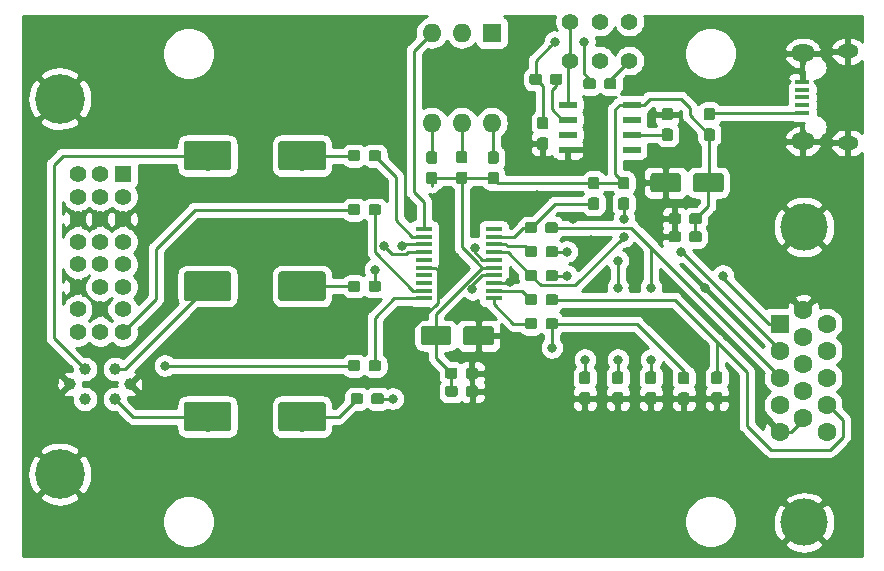
<source format=gtl>
G04 #@! TF.GenerationSoftware,KiCad,Pcbnew,(5.1.0)-1*
G04 #@! TF.CreationDate,2019-03-24T00:08:18-04:00*
G04 #@! TF.ProjectId,vga2dvi,76676132-6476-4692-9e6b-696361645f70,rev?*
G04 #@! TF.SameCoordinates,Original*
G04 #@! TF.FileFunction,Copper,L1,Top*
G04 #@! TF.FilePolarity,Positive*
%FSLAX46Y46*%
G04 Gerber Fmt 4.6, Leading zero omitted, Abs format (unit mm)*
G04 Created by KiCad (PCBNEW (5.1.0)-1) date 2019-03-24 00:08:18*
%MOMM*%
%LPD*%
G04 APERTURE LIST*
%ADD10R,1.600000X1.600000*%
%ADD11C,1.600000*%
%ADD12C,4.000000*%
%ADD13C,1.408000*%
%ADD14C,0.100000*%
%ADD15C,0.950000*%
%ADD16C,2.500000*%
%ADD17R,1.300000X0.450000*%
%ADD18O,2.000000X1.450000*%
%ADD19O,1.800000X1.150000*%
%ADD20O,1.600000X1.600000*%
%ADD21R,1.450000X0.450000*%
%ADD22R,1.550000X0.600000*%
%ADD23C,4.200000*%
%ADD24C,1.400000*%
%ADD25R,1.400000X1.400000*%
%ADD26C,1.000000*%
%ADD27C,0.800000*%
%ADD28C,0.250000*%
%ADD29C,0.254000*%
G04 APERTURE END LIST*
D10*
X156210000Y-106680000D03*
D11*
X156210000Y-108970000D03*
X156210000Y-111260000D03*
X156210000Y-113550000D03*
X156210000Y-115840000D03*
X158190000Y-105535000D03*
X158190000Y-107825000D03*
X158190000Y-110115000D03*
X158190000Y-112405000D03*
X158190000Y-114695000D03*
X160170000Y-106680000D03*
X160170000Y-108970000D03*
X160170000Y-111260000D03*
X160170000Y-113550000D03*
X160170000Y-115840000D03*
D12*
X158260000Y-123495000D03*
X158260000Y-98495000D03*
D13*
X143470000Y-81104000D03*
X140970000Y-81104000D03*
X138470000Y-81104000D03*
X138470000Y-84404000D03*
X140970000Y-84404000D03*
X143470000Y-84404000D03*
D14*
G36*
X137216779Y-102142144D02*
G01*
X137239834Y-102145563D01*
X137262443Y-102151227D01*
X137284387Y-102159079D01*
X137305457Y-102169044D01*
X137325448Y-102181026D01*
X137344168Y-102194910D01*
X137361438Y-102210562D01*
X137377090Y-102227832D01*
X137390974Y-102246552D01*
X137402956Y-102266543D01*
X137412921Y-102287613D01*
X137420773Y-102309557D01*
X137426437Y-102332166D01*
X137429856Y-102355221D01*
X137431000Y-102378500D01*
X137431000Y-102853500D01*
X137429856Y-102876779D01*
X137426437Y-102899834D01*
X137420773Y-102922443D01*
X137412921Y-102944387D01*
X137402956Y-102965457D01*
X137390974Y-102985448D01*
X137377090Y-103004168D01*
X137361438Y-103021438D01*
X137344168Y-103037090D01*
X137325448Y-103050974D01*
X137305457Y-103062956D01*
X137284387Y-103072921D01*
X137262443Y-103080773D01*
X137239834Y-103086437D01*
X137216779Y-103089856D01*
X137193500Y-103091000D01*
X136618500Y-103091000D01*
X136595221Y-103089856D01*
X136572166Y-103086437D01*
X136549557Y-103080773D01*
X136527613Y-103072921D01*
X136506543Y-103062956D01*
X136486552Y-103050974D01*
X136467832Y-103037090D01*
X136450562Y-103021438D01*
X136434910Y-103004168D01*
X136421026Y-102985448D01*
X136409044Y-102965457D01*
X136399079Y-102944387D01*
X136391227Y-102922443D01*
X136385563Y-102899834D01*
X136382144Y-102876779D01*
X136381000Y-102853500D01*
X136381000Y-102378500D01*
X136382144Y-102355221D01*
X136385563Y-102332166D01*
X136391227Y-102309557D01*
X136399079Y-102287613D01*
X136409044Y-102266543D01*
X136421026Y-102246552D01*
X136434910Y-102227832D01*
X136450562Y-102210562D01*
X136467832Y-102194910D01*
X136486552Y-102181026D01*
X136506543Y-102169044D01*
X136527613Y-102159079D01*
X136549557Y-102151227D01*
X136572166Y-102145563D01*
X136595221Y-102142144D01*
X136618500Y-102141000D01*
X137193500Y-102141000D01*
X137216779Y-102142144D01*
X137216779Y-102142144D01*
G37*
D15*
X136906000Y-102616000D03*
D14*
G36*
X135466779Y-102142144D02*
G01*
X135489834Y-102145563D01*
X135512443Y-102151227D01*
X135534387Y-102159079D01*
X135555457Y-102169044D01*
X135575448Y-102181026D01*
X135594168Y-102194910D01*
X135611438Y-102210562D01*
X135627090Y-102227832D01*
X135640974Y-102246552D01*
X135652956Y-102266543D01*
X135662921Y-102287613D01*
X135670773Y-102309557D01*
X135676437Y-102332166D01*
X135679856Y-102355221D01*
X135681000Y-102378500D01*
X135681000Y-102853500D01*
X135679856Y-102876779D01*
X135676437Y-102899834D01*
X135670773Y-102922443D01*
X135662921Y-102944387D01*
X135652956Y-102965457D01*
X135640974Y-102985448D01*
X135627090Y-103004168D01*
X135611438Y-103021438D01*
X135594168Y-103037090D01*
X135575448Y-103050974D01*
X135555457Y-103062956D01*
X135534387Y-103072921D01*
X135512443Y-103080773D01*
X135489834Y-103086437D01*
X135466779Y-103089856D01*
X135443500Y-103091000D01*
X134868500Y-103091000D01*
X134845221Y-103089856D01*
X134822166Y-103086437D01*
X134799557Y-103080773D01*
X134777613Y-103072921D01*
X134756543Y-103062956D01*
X134736552Y-103050974D01*
X134717832Y-103037090D01*
X134700562Y-103021438D01*
X134684910Y-103004168D01*
X134671026Y-102985448D01*
X134659044Y-102965457D01*
X134649079Y-102944387D01*
X134641227Y-102922443D01*
X134635563Y-102899834D01*
X134632144Y-102876779D01*
X134631000Y-102853500D01*
X134631000Y-102378500D01*
X134632144Y-102355221D01*
X134635563Y-102332166D01*
X134641227Y-102309557D01*
X134649079Y-102287613D01*
X134659044Y-102266543D01*
X134671026Y-102246552D01*
X134684910Y-102227832D01*
X134700562Y-102210562D01*
X134717832Y-102194910D01*
X134736552Y-102181026D01*
X134756543Y-102169044D01*
X134777613Y-102159079D01*
X134799557Y-102151227D01*
X134822166Y-102145563D01*
X134845221Y-102142144D01*
X134868500Y-102141000D01*
X135443500Y-102141000D01*
X135466779Y-102142144D01*
X135466779Y-102142144D01*
G37*
D15*
X135156000Y-102616000D03*
D14*
G36*
X135466779Y-100110144D02*
G01*
X135489834Y-100113563D01*
X135512443Y-100119227D01*
X135534387Y-100127079D01*
X135555457Y-100137044D01*
X135575448Y-100149026D01*
X135594168Y-100162910D01*
X135611438Y-100178562D01*
X135627090Y-100195832D01*
X135640974Y-100214552D01*
X135652956Y-100234543D01*
X135662921Y-100255613D01*
X135670773Y-100277557D01*
X135676437Y-100300166D01*
X135679856Y-100323221D01*
X135681000Y-100346500D01*
X135681000Y-100821500D01*
X135679856Y-100844779D01*
X135676437Y-100867834D01*
X135670773Y-100890443D01*
X135662921Y-100912387D01*
X135652956Y-100933457D01*
X135640974Y-100953448D01*
X135627090Y-100972168D01*
X135611438Y-100989438D01*
X135594168Y-101005090D01*
X135575448Y-101018974D01*
X135555457Y-101030956D01*
X135534387Y-101040921D01*
X135512443Y-101048773D01*
X135489834Y-101054437D01*
X135466779Y-101057856D01*
X135443500Y-101059000D01*
X134868500Y-101059000D01*
X134845221Y-101057856D01*
X134822166Y-101054437D01*
X134799557Y-101048773D01*
X134777613Y-101040921D01*
X134756543Y-101030956D01*
X134736552Y-101018974D01*
X134717832Y-101005090D01*
X134700562Y-100989438D01*
X134684910Y-100972168D01*
X134671026Y-100953448D01*
X134659044Y-100933457D01*
X134649079Y-100912387D01*
X134641227Y-100890443D01*
X134635563Y-100867834D01*
X134632144Y-100844779D01*
X134631000Y-100821500D01*
X134631000Y-100346500D01*
X134632144Y-100323221D01*
X134635563Y-100300166D01*
X134641227Y-100277557D01*
X134649079Y-100255613D01*
X134659044Y-100234543D01*
X134671026Y-100214552D01*
X134684910Y-100195832D01*
X134700562Y-100178562D01*
X134717832Y-100162910D01*
X134736552Y-100149026D01*
X134756543Y-100137044D01*
X134777613Y-100127079D01*
X134799557Y-100119227D01*
X134822166Y-100113563D01*
X134845221Y-100110144D01*
X134868500Y-100109000D01*
X135443500Y-100109000D01*
X135466779Y-100110144D01*
X135466779Y-100110144D01*
G37*
D15*
X135156000Y-100584000D03*
D14*
G36*
X137216779Y-100110144D02*
G01*
X137239834Y-100113563D01*
X137262443Y-100119227D01*
X137284387Y-100127079D01*
X137305457Y-100137044D01*
X137325448Y-100149026D01*
X137344168Y-100162910D01*
X137361438Y-100178562D01*
X137377090Y-100195832D01*
X137390974Y-100214552D01*
X137402956Y-100234543D01*
X137412921Y-100255613D01*
X137420773Y-100277557D01*
X137426437Y-100300166D01*
X137429856Y-100323221D01*
X137431000Y-100346500D01*
X137431000Y-100821500D01*
X137429856Y-100844779D01*
X137426437Y-100867834D01*
X137420773Y-100890443D01*
X137412921Y-100912387D01*
X137402956Y-100933457D01*
X137390974Y-100953448D01*
X137377090Y-100972168D01*
X137361438Y-100989438D01*
X137344168Y-101005090D01*
X137325448Y-101018974D01*
X137305457Y-101030956D01*
X137284387Y-101040921D01*
X137262443Y-101048773D01*
X137239834Y-101054437D01*
X137216779Y-101057856D01*
X137193500Y-101059000D01*
X136618500Y-101059000D01*
X136595221Y-101057856D01*
X136572166Y-101054437D01*
X136549557Y-101048773D01*
X136527613Y-101040921D01*
X136506543Y-101030956D01*
X136486552Y-101018974D01*
X136467832Y-101005090D01*
X136450562Y-100989438D01*
X136434910Y-100972168D01*
X136421026Y-100953448D01*
X136409044Y-100933457D01*
X136399079Y-100912387D01*
X136391227Y-100890443D01*
X136385563Y-100867834D01*
X136382144Y-100844779D01*
X136381000Y-100821500D01*
X136381000Y-100346500D01*
X136382144Y-100323221D01*
X136385563Y-100300166D01*
X136391227Y-100277557D01*
X136399079Y-100255613D01*
X136409044Y-100234543D01*
X136421026Y-100214552D01*
X136434910Y-100195832D01*
X136450562Y-100178562D01*
X136467832Y-100162910D01*
X136486552Y-100149026D01*
X136506543Y-100137044D01*
X136527613Y-100127079D01*
X136549557Y-100119227D01*
X136572166Y-100113563D01*
X136595221Y-100110144D01*
X136618500Y-100109000D01*
X137193500Y-100109000D01*
X137216779Y-100110144D01*
X137216779Y-100110144D01*
G37*
D15*
X136906000Y-100584000D03*
D14*
G36*
X137188779Y-98078144D02*
G01*
X137211834Y-98081563D01*
X137234443Y-98087227D01*
X137256387Y-98095079D01*
X137277457Y-98105044D01*
X137297448Y-98117026D01*
X137316168Y-98130910D01*
X137333438Y-98146562D01*
X137349090Y-98163832D01*
X137362974Y-98182552D01*
X137374956Y-98202543D01*
X137384921Y-98223613D01*
X137392773Y-98245557D01*
X137398437Y-98268166D01*
X137401856Y-98291221D01*
X137403000Y-98314500D01*
X137403000Y-98789500D01*
X137401856Y-98812779D01*
X137398437Y-98835834D01*
X137392773Y-98858443D01*
X137384921Y-98880387D01*
X137374956Y-98901457D01*
X137362974Y-98921448D01*
X137349090Y-98940168D01*
X137333438Y-98957438D01*
X137316168Y-98973090D01*
X137297448Y-98986974D01*
X137277457Y-98998956D01*
X137256387Y-99008921D01*
X137234443Y-99016773D01*
X137211834Y-99022437D01*
X137188779Y-99025856D01*
X137165500Y-99027000D01*
X136590500Y-99027000D01*
X136567221Y-99025856D01*
X136544166Y-99022437D01*
X136521557Y-99016773D01*
X136499613Y-99008921D01*
X136478543Y-98998956D01*
X136458552Y-98986974D01*
X136439832Y-98973090D01*
X136422562Y-98957438D01*
X136406910Y-98940168D01*
X136393026Y-98921448D01*
X136381044Y-98901457D01*
X136371079Y-98880387D01*
X136363227Y-98858443D01*
X136357563Y-98835834D01*
X136354144Y-98812779D01*
X136353000Y-98789500D01*
X136353000Y-98314500D01*
X136354144Y-98291221D01*
X136357563Y-98268166D01*
X136363227Y-98245557D01*
X136371079Y-98223613D01*
X136381044Y-98202543D01*
X136393026Y-98182552D01*
X136406910Y-98163832D01*
X136422562Y-98146562D01*
X136439832Y-98130910D01*
X136458552Y-98117026D01*
X136478543Y-98105044D01*
X136499613Y-98095079D01*
X136521557Y-98087227D01*
X136544166Y-98081563D01*
X136567221Y-98078144D01*
X136590500Y-98077000D01*
X137165500Y-98077000D01*
X137188779Y-98078144D01*
X137188779Y-98078144D01*
G37*
D15*
X136878000Y-98552000D03*
D14*
G36*
X135438779Y-98078144D02*
G01*
X135461834Y-98081563D01*
X135484443Y-98087227D01*
X135506387Y-98095079D01*
X135527457Y-98105044D01*
X135547448Y-98117026D01*
X135566168Y-98130910D01*
X135583438Y-98146562D01*
X135599090Y-98163832D01*
X135612974Y-98182552D01*
X135624956Y-98202543D01*
X135634921Y-98223613D01*
X135642773Y-98245557D01*
X135648437Y-98268166D01*
X135651856Y-98291221D01*
X135653000Y-98314500D01*
X135653000Y-98789500D01*
X135651856Y-98812779D01*
X135648437Y-98835834D01*
X135642773Y-98858443D01*
X135634921Y-98880387D01*
X135624956Y-98901457D01*
X135612974Y-98921448D01*
X135599090Y-98940168D01*
X135583438Y-98957438D01*
X135566168Y-98973090D01*
X135547448Y-98986974D01*
X135527457Y-98998956D01*
X135506387Y-99008921D01*
X135484443Y-99016773D01*
X135461834Y-99022437D01*
X135438779Y-99025856D01*
X135415500Y-99027000D01*
X134840500Y-99027000D01*
X134817221Y-99025856D01*
X134794166Y-99022437D01*
X134771557Y-99016773D01*
X134749613Y-99008921D01*
X134728543Y-98998956D01*
X134708552Y-98986974D01*
X134689832Y-98973090D01*
X134672562Y-98957438D01*
X134656910Y-98940168D01*
X134643026Y-98921448D01*
X134631044Y-98901457D01*
X134621079Y-98880387D01*
X134613227Y-98858443D01*
X134607563Y-98835834D01*
X134604144Y-98812779D01*
X134603000Y-98789500D01*
X134603000Y-98314500D01*
X134604144Y-98291221D01*
X134607563Y-98268166D01*
X134613227Y-98245557D01*
X134621079Y-98223613D01*
X134631044Y-98202543D01*
X134643026Y-98182552D01*
X134656910Y-98163832D01*
X134672562Y-98146562D01*
X134689832Y-98130910D01*
X134708552Y-98117026D01*
X134728543Y-98105044D01*
X134749613Y-98095079D01*
X134771557Y-98087227D01*
X134794166Y-98081563D01*
X134817221Y-98078144D01*
X134840500Y-98077000D01*
X135415500Y-98077000D01*
X135438779Y-98078144D01*
X135438779Y-98078144D01*
G37*
D15*
X135128000Y-98552000D03*
D14*
G36*
X135466779Y-106206144D02*
G01*
X135489834Y-106209563D01*
X135512443Y-106215227D01*
X135534387Y-106223079D01*
X135555457Y-106233044D01*
X135575448Y-106245026D01*
X135594168Y-106258910D01*
X135611438Y-106274562D01*
X135627090Y-106291832D01*
X135640974Y-106310552D01*
X135652956Y-106330543D01*
X135662921Y-106351613D01*
X135670773Y-106373557D01*
X135676437Y-106396166D01*
X135679856Y-106419221D01*
X135681000Y-106442500D01*
X135681000Y-106917500D01*
X135679856Y-106940779D01*
X135676437Y-106963834D01*
X135670773Y-106986443D01*
X135662921Y-107008387D01*
X135652956Y-107029457D01*
X135640974Y-107049448D01*
X135627090Y-107068168D01*
X135611438Y-107085438D01*
X135594168Y-107101090D01*
X135575448Y-107114974D01*
X135555457Y-107126956D01*
X135534387Y-107136921D01*
X135512443Y-107144773D01*
X135489834Y-107150437D01*
X135466779Y-107153856D01*
X135443500Y-107155000D01*
X134868500Y-107155000D01*
X134845221Y-107153856D01*
X134822166Y-107150437D01*
X134799557Y-107144773D01*
X134777613Y-107136921D01*
X134756543Y-107126956D01*
X134736552Y-107114974D01*
X134717832Y-107101090D01*
X134700562Y-107085438D01*
X134684910Y-107068168D01*
X134671026Y-107049448D01*
X134659044Y-107029457D01*
X134649079Y-107008387D01*
X134641227Y-106986443D01*
X134635563Y-106963834D01*
X134632144Y-106940779D01*
X134631000Y-106917500D01*
X134631000Y-106442500D01*
X134632144Y-106419221D01*
X134635563Y-106396166D01*
X134641227Y-106373557D01*
X134649079Y-106351613D01*
X134659044Y-106330543D01*
X134671026Y-106310552D01*
X134684910Y-106291832D01*
X134700562Y-106274562D01*
X134717832Y-106258910D01*
X134736552Y-106245026D01*
X134756543Y-106233044D01*
X134777613Y-106223079D01*
X134799557Y-106215227D01*
X134822166Y-106209563D01*
X134845221Y-106206144D01*
X134868500Y-106205000D01*
X135443500Y-106205000D01*
X135466779Y-106206144D01*
X135466779Y-106206144D01*
G37*
D15*
X135156000Y-106680000D03*
D14*
G36*
X137216779Y-106206144D02*
G01*
X137239834Y-106209563D01*
X137262443Y-106215227D01*
X137284387Y-106223079D01*
X137305457Y-106233044D01*
X137325448Y-106245026D01*
X137344168Y-106258910D01*
X137361438Y-106274562D01*
X137377090Y-106291832D01*
X137390974Y-106310552D01*
X137402956Y-106330543D01*
X137412921Y-106351613D01*
X137420773Y-106373557D01*
X137426437Y-106396166D01*
X137429856Y-106419221D01*
X137431000Y-106442500D01*
X137431000Y-106917500D01*
X137429856Y-106940779D01*
X137426437Y-106963834D01*
X137420773Y-106986443D01*
X137412921Y-107008387D01*
X137402956Y-107029457D01*
X137390974Y-107049448D01*
X137377090Y-107068168D01*
X137361438Y-107085438D01*
X137344168Y-107101090D01*
X137325448Y-107114974D01*
X137305457Y-107126956D01*
X137284387Y-107136921D01*
X137262443Y-107144773D01*
X137239834Y-107150437D01*
X137216779Y-107153856D01*
X137193500Y-107155000D01*
X136618500Y-107155000D01*
X136595221Y-107153856D01*
X136572166Y-107150437D01*
X136549557Y-107144773D01*
X136527613Y-107136921D01*
X136506543Y-107126956D01*
X136486552Y-107114974D01*
X136467832Y-107101090D01*
X136450562Y-107085438D01*
X136434910Y-107068168D01*
X136421026Y-107049448D01*
X136409044Y-107029457D01*
X136399079Y-107008387D01*
X136391227Y-106986443D01*
X136385563Y-106963834D01*
X136382144Y-106940779D01*
X136381000Y-106917500D01*
X136381000Y-106442500D01*
X136382144Y-106419221D01*
X136385563Y-106396166D01*
X136391227Y-106373557D01*
X136399079Y-106351613D01*
X136409044Y-106330543D01*
X136421026Y-106310552D01*
X136434910Y-106291832D01*
X136450562Y-106274562D01*
X136467832Y-106258910D01*
X136486552Y-106245026D01*
X136506543Y-106233044D01*
X136527613Y-106223079D01*
X136549557Y-106215227D01*
X136572166Y-106209563D01*
X136595221Y-106206144D01*
X136618500Y-106205000D01*
X137193500Y-106205000D01*
X137216779Y-106206144D01*
X137216779Y-106206144D01*
G37*
D15*
X136906000Y-106680000D03*
D14*
G36*
X137216779Y-104174144D02*
G01*
X137239834Y-104177563D01*
X137262443Y-104183227D01*
X137284387Y-104191079D01*
X137305457Y-104201044D01*
X137325448Y-104213026D01*
X137344168Y-104226910D01*
X137361438Y-104242562D01*
X137377090Y-104259832D01*
X137390974Y-104278552D01*
X137402956Y-104298543D01*
X137412921Y-104319613D01*
X137420773Y-104341557D01*
X137426437Y-104364166D01*
X137429856Y-104387221D01*
X137431000Y-104410500D01*
X137431000Y-104885500D01*
X137429856Y-104908779D01*
X137426437Y-104931834D01*
X137420773Y-104954443D01*
X137412921Y-104976387D01*
X137402956Y-104997457D01*
X137390974Y-105017448D01*
X137377090Y-105036168D01*
X137361438Y-105053438D01*
X137344168Y-105069090D01*
X137325448Y-105082974D01*
X137305457Y-105094956D01*
X137284387Y-105104921D01*
X137262443Y-105112773D01*
X137239834Y-105118437D01*
X137216779Y-105121856D01*
X137193500Y-105123000D01*
X136618500Y-105123000D01*
X136595221Y-105121856D01*
X136572166Y-105118437D01*
X136549557Y-105112773D01*
X136527613Y-105104921D01*
X136506543Y-105094956D01*
X136486552Y-105082974D01*
X136467832Y-105069090D01*
X136450562Y-105053438D01*
X136434910Y-105036168D01*
X136421026Y-105017448D01*
X136409044Y-104997457D01*
X136399079Y-104976387D01*
X136391227Y-104954443D01*
X136385563Y-104931834D01*
X136382144Y-104908779D01*
X136381000Y-104885500D01*
X136381000Y-104410500D01*
X136382144Y-104387221D01*
X136385563Y-104364166D01*
X136391227Y-104341557D01*
X136399079Y-104319613D01*
X136409044Y-104298543D01*
X136421026Y-104278552D01*
X136434910Y-104259832D01*
X136450562Y-104242562D01*
X136467832Y-104226910D01*
X136486552Y-104213026D01*
X136506543Y-104201044D01*
X136527613Y-104191079D01*
X136549557Y-104183227D01*
X136572166Y-104177563D01*
X136595221Y-104174144D01*
X136618500Y-104173000D01*
X137193500Y-104173000D01*
X137216779Y-104174144D01*
X137216779Y-104174144D01*
G37*
D15*
X136906000Y-104648000D03*
D14*
G36*
X135466779Y-104174144D02*
G01*
X135489834Y-104177563D01*
X135512443Y-104183227D01*
X135534387Y-104191079D01*
X135555457Y-104201044D01*
X135575448Y-104213026D01*
X135594168Y-104226910D01*
X135611438Y-104242562D01*
X135627090Y-104259832D01*
X135640974Y-104278552D01*
X135652956Y-104298543D01*
X135662921Y-104319613D01*
X135670773Y-104341557D01*
X135676437Y-104364166D01*
X135679856Y-104387221D01*
X135681000Y-104410500D01*
X135681000Y-104885500D01*
X135679856Y-104908779D01*
X135676437Y-104931834D01*
X135670773Y-104954443D01*
X135662921Y-104976387D01*
X135652956Y-104997457D01*
X135640974Y-105017448D01*
X135627090Y-105036168D01*
X135611438Y-105053438D01*
X135594168Y-105069090D01*
X135575448Y-105082974D01*
X135555457Y-105094956D01*
X135534387Y-105104921D01*
X135512443Y-105112773D01*
X135489834Y-105118437D01*
X135466779Y-105121856D01*
X135443500Y-105123000D01*
X134868500Y-105123000D01*
X134845221Y-105121856D01*
X134822166Y-105118437D01*
X134799557Y-105112773D01*
X134777613Y-105104921D01*
X134756543Y-105094956D01*
X134736552Y-105082974D01*
X134717832Y-105069090D01*
X134700562Y-105053438D01*
X134684910Y-105036168D01*
X134671026Y-105017448D01*
X134659044Y-104997457D01*
X134649079Y-104976387D01*
X134641227Y-104954443D01*
X134635563Y-104931834D01*
X134632144Y-104908779D01*
X134631000Y-104885500D01*
X134631000Y-104410500D01*
X134632144Y-104387221D01*
X134635563Y-104364166D01*
X134641227Y-104341557D01*
X134649079Y-104319613D01*
X134659044Y-104298543D01*
X134671026Y-104278552D01*
X134684910Y-104259832D01*
X134700562Y-104242562D01*
X134717832Y-104226910D01*
X134736552Y-104213026D01*
X134756543Y-104201044D01*
X134777613Y-104191079D01*
X134799557Y-104183227D01*
X134822166Y-104177563D01*
X134845221Y-104174144D01*
X134868500Y-104173000D01*
X135443500Y-104173000D01*
X135466779Y-104174144D01*
X135466779Y-104174144D01*
G37*
D15*
X135156000Y-104648000D03*
D14*
G36*
X136404779Y-89166144D02*
G01*
X136427834Y-89169563D01*
X136450443Y-89175227D01*
X136472387Y-89183079D01*
X136493457Y-89193044D01*
X136513448Y-89205026D01*
X136532168Y-89218910D01*
X136549438Y-89234562D01*
X136565090Y-89251832D01*
X136578974Y-89270552D01*
X136590956Y-89290543D01*
X136600921Y-89311613D01*
X136608773Y-89333557D01*
X136614437Y-89356166D01*
X136617856Y-89379221D01*
X136619000Y-89402500D01*
X136619000Y-89977500D01*
X136617856Y-90000779D01*
X136614437Y-90023834D01*
X136608773Y-90046443D01*
X136600921Y-90068387D01*
X136590956Y-90089457D01*
X136578974Y-90109448D01*
X136565090Y-90128168D01*
X136549438Y-90145438D01*
X136532168Y-90161090D01*
X136513448Y-90174974D01*
X136493457Y-90186956D01*
X136472387Y-90196921D01*
X136450443Y-90204773D01*
X136427834Y-90210437D01*
X136404779Y-90213856D01*
X136381500Y-90215000D01*
X135906500Y-90215000D01*
X135883221Y-90213856D01*
X135860166Y-90210437D01*
X135837557Y-90204773D01*
X135815613Y-90196921D01*
X135794543Y-90186956D01*
X135774552Y-90174974D01*
X135755832Y-90161090D01*
X135738562Y-90145438D01*
X135722910Y-90128168D01*
X135709026Y-90109448D01*
X135697044Y-90089457D01*
X135687079Y-90068387D01*
X135679227Y-90046443D01*
X135673563Y-90023834D01*
X135670144Y-90000779D01*
X135669000Y-89977500D01*
X135669000Y-89402500D01*
X135670144Y-89379221D01*
X135673563Y-89356166D01*
X135679227Y-89333557D01*
X135687079Y-89311613D01*
X135697044Y-89290543D01*
X135709026Y-89270552D01*
X135722910Y-89251832D01*
X135738562Y-89234562D01*
X135755832Y-89218910D01*
X135774552Y-89205026D01*
X135794543Y-89193044D01*
X135815613Y-89183079D01*
X135837557Y-89175227D01*
X135860166Y-89169563D01*
X135883221Y-89166144D01*
X135906500Y-89165000D01*
X136381500Y-89165000D01*
X136404779Y-89166144D01*
X136404779Y-89166144D01*
G37*
D15*
X136144000Y-89690000D03*
D14*
G36*
X136404779Y-90916144D02*
G01*
X136427834Y-90919563D01*
X136450443Y-90925227D01*
X136472387Y-90933079D01*
X136493457Y-90943044D01*
X136513448Y-90955026D01*
X136532168Y-90968910D01*
X136549438Y-90984562D01*
X136565090Y-91001832D01*
X136578974Y-91020552D01*
X136590956Y-91040543D01*
X136600921Y-91061613D01*
X136608773Y-91083557D01*
X136614437Y-91106166D01*
X136617856Y-91129221D01*
X136619000Y-91152500D01*
X136619000Y-91727500D01*
X136617856Y-91750779D01*
X136614437Y-91773834D01*
X136608773Y-91796443D01*
X136600921Y-91818387D01*
X136590956Y-91839457D01*
X136578974Y-91859448D01*
X136565090Y-91878168D01*
X136549438Y-91895438D01*
X136532168Y-91911090D01*
X136513448Y-91924974D01*
X136493457Y-91936956D01*
X136472387Y-91946921D01*
X136450443Y-91954773D01*
X136427834Y-91960437D01*
X136404779Y-91963856D01*
X136381500Y-91965000D01*
X135906500Y-91965000D01*
X135883221Y-91963856D01*
X135860166Y-91960437D01*
X135837557Y-91954773D01*
X135815613Y-91946921D01*
X135794543Y-91936956D01*
X135774552Y-91924974D01*
X135755832Y-91911090D01*
X135738562Y-91895438D01*
X135722910Y-91878168D01*
X135709026Y-91859448D01*
X135697044Y-91839457D01*
X135687079Y-91818387D01*
X135679227Y-91796443D01*
X135673563Y-91773834D01*
X135670144Y-91750779D01*
X135669000Y-91727500D01*
X135669000Y-91152500D01*
X135670144Y-91129221D01*
X135673563Y-91106166D01*
X135679227Y-91083557D01*
X135687079Y-91061613D01*
X135697044Y-91040543D01*
X135709026Y-91020552D01*
X135722910Y-91001832D01*
X135738562Y-90984562D01*
X135755832Y-90968910D01*
X135774552Y-90955026D01*
X135794543Y-90943044D01*
X135815613Y-90933079D01*
X135837557Y-90925227D01*
X135860166Y-90919563D01*
X135883221Y-90916144D01*
X135906500Y-90915000D01*
X136381500Y-90915000D01*
X136404779Y-90916144D01*
X136404779Y-90916144D01*
G37*
D15*
X136144000Y-91440000D03*
D14*
G36*
X135847779Y-85505144D02*
G01*
X135870834Y-85508563D01*
X135893443Y-85514227D01*
X135915387Y-85522079D01*
X135936457Y-85532044D01*
X135956448Y-85544026D01*
X135975168Y-85557910D01*
X135992438Y-85573562D01*
X136008090Y-85590832D01*
X136021974Y-85609552D01*
X136033956Y-85629543D01*
X136043921Y-85650613D01*
X136051773Y-85672557D01*
X136057437Y-85695166D01*
X136060856Y-85718221D01*
X136062000Y-85741500D01*
X136062000Y-86216500D01*
X136060856Y-86239779D01*
X136057437Y-86262834D01*
X136051773Y-86285443D01*
X136043921Y-86307387D01*
X136033956Y-86328457D01*
X136021974Y-86348448D01*
X136008090Y-86367168D01*
X135992438Y-86384438D01*
X135975168Y-86400090D01*
X135956448Y-86413974D01*
X135936457Y-86425956D01*
X135915387Y-86435921D01*
X135893443Y-86443773D01*
X135870834Y-86449437D01*
X135847779Y-86452856D01*
X135824500Y-86454000D01*
X135249500Y-86454000D01*
X135226221Y-86452856D01*
X135203166Y-86449437D01*
X135180557Y-86443773D01*
X135158613Y-86435921D01*
X135137543Y-86425956D01*
X135117552Y-86413974D01*
X135098832Y-86400090D01*
X135081562Y-86384438D01*
X135065910Y-86367168D01*
X135052026Y-86348448D01*
X135040044Y-86328457D01*
X135030079Y-86307387D01*
X135022227Y-86285443D01*
X135016563Y-86262834D01*
X135013144Y-86239779D01*
X135012000Y-86216500D01*
X135012000Y-85741500D01*
X135013144Y-85718221D01*
X135016563Y-85695166D01*
X135022227Y-85672557D01*
X135030079Y-85650613D01*
X135040044Y-85629543D01*
X135052026Y-85609552D01*
X135065910Y-85590832D01*
X135081562Y-85573562D01*
X135098832Y-85557910D01*
X135117552Y-85544026D01*
X135137543Y-85532044D01*
X135158613Y-85522079D01*
X135180557Y-85514227D01*
X135203166Y-85508563D01*
X135226221Y-85505144D01*
X135249500Y-85504000D01*
X135824500Y-85504000D01*
X135847779Y-85505144D01*
X135847779Y-85505144D01*
G37*
D15*
X135537000Y-85979000D03*
D14*
G36*
X137597779Y-85505144D02*
G01*
X137620834Y-85508563D01*
X137643443Y-85514227D01*
X137665387Y-85522079D01*
X137686457Y-85532044D01*
X137706448Y-85544026D01*
X137725168Y-85557910D01*
X137742438Y-85573562D01*
X137758090Y-85590832D01*
X137771974Y-85609552D01*
X137783956Y-85629543D01*
X137793921Y-85650613D01*
X137801773Y-85672557D01*
X137807437Y-85695166D01*
X137810856Y-85718221D01*
X137812000Y-85741500D01*
X137812000Y-86216500D01*
X137810856Y-86239779D01*
X137807437Y-86262834D01*
X137801773Y-86285443D01*
X137793921Y-86307387D01*
X137783956Y-86328457D01*
X137771974Y-86348448D01*
X137758090Y-86367168D01*
X137742438Y-86384438D01*
X137725168Y-86400090D01*
X137706448Y-86413974D01*
X137686457Y-86425956D01*
X137665387Y-86435921D01*
X137643443Y-86443773D01*
X137620834Y-86449437D01*
X137597779Y-86452856D01*
X137574500Y-86454000D01*
X136999500Y-86454000D01*
X136976221Y-86452856D01*
X136953166Y-86449437D01*
X136930557Y-86443773D01*
X136908613Y-86435921D01*
X136887543Y-86425956D01*
X136867552Y-86413974D01*
X136848832Y-86400090D01*
X136831562Y-86384438D01*
X136815910Y-86367168D01*
X136802026Y-86348448D01*
X136790044Y-86328457D01*
X136780079Y-86307387D01*
X136772227Y-86285443D01*
X136766563Y-86262834D01*
X136763144Y-86239779D01*
X136762000Y-86216500D01*
X136762000Y-85741500D01*
X136763144Y-85718221D01*
X136766563Y-85695166D01*
X136772227Y-85672557D01*
X136780079Y-85650613D01*
X136790044Y-85629543D01*
X136802026Y-85609552D01*
X136815910Y-85590832D01*
X136831562Y-85573562D01*
X136848832Y-85557910D01*
X136867552Y-85544026D01*
X136887543Y-85532044D01*
X136908613Y-85522079D01*
X136930557Y-85514227D01*
X136953166Y-85508563D01*
X136976221Y-85505144D01*
X136999500Y-85504000D01*
X137574500Y-85504000D01*
X137597779Y-85505144D01*
X137597779Y-85505144D01*
G37*
D15*
X137287000Y-85979000D03*
D14*
G36*
X146945779Y-90154144D02*
G01*
X146968834Y-90157563D01*
X146991443Y-90163227D01*
X147013387Y-90171079D01*
X147034457Y-90181044D01*
X147054448Y-90193026D01*
X147073168Y-90206910D01*
X147090438Y-90222562D01*
X147106090Y-90239832D01*
X147119974Y-90258552D01*
X147131956Y-90278543D01*
X147141921Y-90299613D01*
X147149773Y-90321557D01*
X147155437Y-90344166D01*
X147158856Y-90367221D01*
X147160000Y-90390500D01*
X147160000Y-90965500D01*
X147158856Y-90988779D01*
X147155437Y-91011834D01*
X147149773Y-91034443D01*
X147141921Y-91056387D01*
X147131956Y-91077457D01*
X147119974Y-91097448D01*
X147106090Y-91116168D01*
X147090438Y-91133438D01*
X147073168Y-91149090D01*
X147054448Y-91162974D01*
X147034457Y-91174956D01*
X147013387Y-91184921D01*
X146991443Y-91192773D01*
X146968834Y-91198437D01*
X146945779Y-91201856D01*
X146922500Y-91203000D01*
X146447500Y-91203000D01*
X146424221Y-91201856D01*
X146401166Y-91198437D01*
X146378557Y-91192773D01*
X146356613Y-91184921D01*
X146335543Y-91174956D01*
X146315552Y-91162974D01*
X146296832Y-91149090D01*
X146279562Y-91133438D01*
X146263910Y-91116168D01*
X146250026Y-91097448D01*
X146238044Y-91077457D01*
X146228079Y-91056387D01*
X146220227Y-91034443D01*
X146214563Y-91011834D01*
X146211144Y-90988779D01*
X146210000Y-90965500D01*
X146210000Y-90390500D01*
X146211144Y-90367221D01*
X146214563Y-90344166D01*
X146220227Y-90321557D01*
X146228079Y-90299613D01*
X146238044Y-90278543D01*
X146250026Y-90258552D01*
X146263910Y-90239832D01*
X146279562Y-90222562D01*
X146296832Y-90206910D01*
X146315552Y-90193026D01*
X146335543Y-90181044D01*
X146356613Y-90171079D01*
X146378557Y-90163227D01*
X146401166Y-90157563D01*
X146424221Y-90154144D01*
X146447500Y-90153000D01*
X146922500Y-90153000D01*
X146945779Y-90154144D01*
X146945779Y-90154144D01*
G37*
D15*
X146685000Y-90678000D03*
D14*
G36*
X146945779Y-88404144D02*
G01*
X146968834Y-88407563D01*
X146991443Y-88413227D01*
X147013387Y-88421079D01*
X147034457Y-88431044D01*
X147054448Y-88443026D01*
X147073168Y-88456910D01*
X147090438Y-88472562D01*
X147106090Y-88489832D01*
X147119974Y-88508552D01*
X147131956Y-88528543D01*
X147141921Y-88549613D01*
X147149773Y-88571557D01*
X147155437Y-88594166D01*
X147158856Y-88617221D01*
X147160000Y-88640500D01*
X147160000Y-89215500D01*
X147158856Y-89238779D01*
X147155437Y-89261834D01*
X147149773Y-89284443D01*
X147141921Y-89306387D01*
X147131956Y-89327457D01*
X147119974Y-89347448D01*
X147106090Y-89366168D01*
X147090438Y-89383438D01*
X147073168Y-89399090D01*
X147054448Y-89412974D01*
X147034457Y-89424956D01*
X147013387Y-89434921D01*
X146991443Y-89442773D01*
X146968834Y-89448437D01*
X146945779Y-89451856D01*
X146922500Y-89453000D01*
X146447500Y-89453000D01*
X146424221Y-89451856D01*
X146401166Y-89448437D01*
X146378557Y-89442773D01*
X146356613Y-89434921D01*
X146335543Y-89424956D01*
X146315552Y-89412974D01*
X146296832Y-89399090D01*
X146279562Y-89383438D01*
X146263910Y-89366168D01*
X146250026Y-89347448D01*
X146238044Y-89327457D01*
X146228079Y-89306387D01*
X146220227Y-89284443D01*
X146214563Y-89261834D01*
X146211144Y-89238779D01*
X146210000Y-89215500D01*
X146210000Y-88640500D01*
X146211144Y-88617221D01*
X146214563Y-88594166D01*
X146220227Y-88571557D01*
X146228079Y-88549613D01*
X146238044Y-88528543D01*
X146250026Y-88508552D01*
X146263910Y-88489832D01*
X146279562Y-88472562D01*
X146296832Y-88456910D01*
X146315552Y-88443026D01*
X146335543Y-88431044D01*
X146356613Y-88421079D01*
X146378557Y-88413227D01*
X146401166Y-88407563D01*
X146424221Y-88404144D01*
X146447500Y-88403000D01*
X146922500Y-88403000D01*
X146945779Y-88404144D01*
X146945779Y-88404144D01*
G37*
D15*
X146685000Y-88928000D03*
D14*
G36*
X131779504Y-106897204D02*
G01*
X131803773Y-106900804D01*
X131827571Y-106906765D01*
X131850671Y-106915030D01*
X131872849Y-106925520D01*
X131893893Y-106938133D01*
X131913598Y-106952747D01*
X131931777Y-106969223D01*
X131948253Y-106987402D01*
X131962867Y-107007107D01*
X131975480Y-107028151D01*
X131985970Y-107050329D01*
X131994235Y-107073429D01*
X132000196Y-107097227D01*
X132003796Y-107121496D01*
X132005000Y-107146000D01*
X132005000Y-108246000D01*
X132003796Y-108270504D01*
X132000196Y-108294773D01*
X131994235Y-108318571D01*
X131985970Y-108341671D01*
X131975480Y-108363849D01*
X131962867Y-108384893D01*
X131948253Y-108404598D01*
X131931777Y-108422777D01*
X131913598Y-108439253D01*
X131893893Y-108453867D01*
X131872849Y-108466480D01*
X131850671Y-108476970D01*
X131827571Y-108485235D01*
X131803773Y-108491196D01*
X131779504Y-108494796D01*
X131755000Y-108496000D01*
X129655000Y-108496000D01*
X129630496Y-108494796D01*
X129606227Y-108491196D01*
X129582429Y-108485235D01*
X129559329Y-108476970D01*
X129537151Y-108466480D01*
X129516107Y-108453867D01*
X129496402Y-108439253D01*
X129478223Y-108422777D01*
X129461747Y-108404598D01*
X129447133Y-108384893D01*
X129434520Y-108363849D01*
X129424030Y-108341671D01*
X129415765Y-108318571D01*
X129409804Y-108294773D01*
X129406204Y-108270504D01*
X129405000Y-108246000D01*
X129405000Y-107146000D01*
X129406204Y-107121496D01*
X129409804Y-107097227D01*
X129415765Y-107073429D01*
X129424030Y-107050329D01*
X129434520Y-107028151D01*
X129447133Y-107007107D01*
X129461747Y-106987402D01*
X129478223Y-106969223D01*
X129496402Y-106952747D01*
X129516107Y-106938133D01*
X129537151Y-106925520D01*
X129559329Y-106915030D01*
X129582429Y-106906765D01*
X129606227Y-106900804D01*
X129630496Y-106897204D01*
X129655000Y-106896000D01*
X131755000Y-106896000D01*
X131779504Y-106897204D01*
X131779504Y-106897204D01*
G37*
D11*
X130705000Y-107696000D03*
D14*
G36*
X128179504Y-106897204D02*
G01*
X128203773Y-106900804D01*
X128227571Y-106906765D01*
X128250671Y-106915030D01*
X128272849Y-106925520D01*
X128293893Y-106938133D01*
X128313598Y-106952747D01*
X128331777Y-106969223D01*
X128348253Y-106987402D01*
X128362867Y-107007107D01*
X128375480Y-107028151D01*
X128385970Y-107050329D01*
X128394235Y-107073429D01*
X128400196Y-107097227D01*
X128403796Y-107121496D01*
X128405000Y-107146000D01*
X128405000Y-108246000D01*
X128403796Y-108270504D01*
X128400196Y-108294773D01*
X128394235Y-108318571D01*
X128385970Y-108341671D01*
X128375480Y-108363849D01*
X128362867Y-108384893D01*
X128348253Y-108404598D01*
X128331777Y-108422777D01*
X128313598Y-108439253D01*
X128293893Y-108453867D01*
X128272849Y-108466480D01*
X128250671Y-108476970D01*
X128227571Y-108485235D01*
X128203773Y-108491196D01*
X128179504Y-108494796D01*
X128155000Y-108496000D01*
X126055000Y-108496000D01*
X126030496Y-108494796D01*
X126006227Y-108491196D01*
X125982429Y-108485235D01*
X125959329Y-108476970D01*
X125937151Y-108466480D01*
X125916107Y-108453867D01*
X125896402Y-108439253D01*
X125878223Y-108422777D01*
X125861747Y-108404598D01*
X125847133Y-108384893D01*
X125834520Y-108363849D01*
X125824030Y-108341671D01*
X125815765Y-108318571D01*
X125809804Y-108294773D01*
X125806204Y-108270504D01*
X125805000Y-108246000D01*
X125805000Y-107146000D01*
X125806204Y-107121496D01*
X125809804Y-107097227D01*
X125815765Y-107073429D01*
X125824030Y-107050329D01*
X125834520Y-107028151D01*
X125847133Y-107007107D01*
X125861747Y-106987402D01*
X125878223Y-106969223D01*
X125896402Y-106952747D01*
X125916107Y-106938133D01*
X125937151Y-106925520D01*
X125959329Y-106915030D01*
X125982429Y-106906765D01*
X126006227Y-106900804D01*
X126030496Y-106897204D01*
X126055000Y-106896000D01*
X128155000Y-106896000D01*
X128179504Y-106897204D01*
X128179504Y-106897204D01*
G37*
D11*
X127105000Y-107696000D03*
D14*
G36*
X128707779Y-110397144D02*
G01*
X128730834Y-110400563D01*
X128753443Y-110406227D01*
X128775387Y-110414079D01*
X128796457Y-110424044D01*
X128816448Y-110436026D01*
X128835168Y-110449910D01*
X128852438Y-110465562D01*
X128868090Y-110482832D01*
X128881974Y-110501552D01*
X128893956Y-110521543D01*
X128903921Y-110542613D01*
X128911773Y-110564557D01*
X128917437Y-110587166D01*
X128920856Y-110610221D01*
X128922000Y-110633500D01*
X128922000Y-111108500D01*
X128920856Y-111131779D01*
X128917437Y-111154834D01*
X128911773Y-111177443D01*
X128903921Y-111199387D01*
X128893956Y-111220457D01*
X128881974Y-111240448D01*
X128868090Y-111259168D01*
X128852438Y-111276438D01*
X128835168Y-111292090D01*
X128816448Y-111305974D01*
X128796457Y-111317956D01*
X128775387Y-111327921D01*
X128753443Y-111335773D01*
X128730834Y-111341437D01*
X128707779Y-111344856D01*
X128684500Y-111346000D01*
X128109500Y-111346000D01*
X128086221Y-111344856D01*
X128063166Y-111341437D01*
X128040557Y-111335773D01*
X128018613Y-111327921D01*
X127997543Y-111317956D01*
X127977552Y-111305974D01*
X127958832Y-111292090D01*
X127941562Y-111276438D01*
X127925910Y-111259168D01*
X127912026Y-111240448D01*
X127900044Y-111220457D01*
X127890079Y-111199387D01*
X127882227Y-111177443D01*
X127876563Y-111154834D01*
X127873144Y-111131779D01*
X127872000Y-111108500D01*
X127872000Y-110633500D01*
X127873144Y-110610221D01*
X127876563Y-110587166D01*
X127882227Y-110564557D01*
X127890079Y-110542613D01*
X127900044Y-110521543D01*
X127912026Y-110501552D01*
X127925910Y-110482832D01*
X127941562Y-110465562D01*
X127958832Y-110449910D01*
X127977552Y-110436026D01*
X127997543Y-110424044D01*
X128018613Y-110414079D01*
X128040557Y-110406227D01*
X128063166Y-110400563D01*
X128086221Y-110397144D01*
X128109500Y-110396000D01*
X128684500Y-110396000D01*
X128707779Y-110397144D01*
X128707779Y-110397144D01*
G37*
D15*
X128397000Y-110871000D03*
D14*
G36*
X130457779Y-110397144D02*
G01*
X130480834Y-110400563D01*
X130503443Y-110406227D01*
X130525387Y-110414079D01*
X130546457Y-110424044D01*
X130566448Y-110436026D01*
X130585168Y-110449910D01*
X130602438Y-110465562D01*
X130618090Y-110482832D01*
X130631974Y-110501552D01*
X130643956Y-110521543D01*
X130653921Y-110542613D01*
X130661773Y-110564557D01*
X130667437Y-110587166D01*
X130670856Y-110610221D01*
X130672000Y-110633500D01*
X130672000Y-111108500D01*
X130670856Y-111131779D01*
X130667437Y-111154834D01*
X130661773Y-111177443D01*
X130653921Y-111199387D01*
X130643956Y-111220457D01*
X130631974Y-111240448D01*
X130618090Y-111259168D01*
X130602438Y-111276438D01*
X130585168Y-111292090D01*
X130566448Y-111305974D01*
X130546457Y-111317956D01*
X130525387Y-111327921D01*
X130503443Y-111335773D01*
X130480834Y-111341437D01*
X130457779Y-111344856D01*
X130434500Y-111346000D01*
X129859500Y-111346000D01*
X129836221Y-111344856D01*
X129813166Y-111341437D01*
X129790557Y-111335773D01*
X129768613Y-111327921D01*
X129747543Y-111317956D01*
X129727552Y-111305974D01*
X129708832Y-111292090D01*
X129691562Y-111276438D01*
X129675910Y-111259168D01*
X129662026Y-111240448D01*
X129650044Y-111220457D01*
X129640079Y-111199387D01*
X129632227Y-111177443D01*
X129626563Y-111154834D01*
X129623144Y-111131779D01*
X129622000Y-111108500D01*
X129622000Y-110633500D01*
X129623144Y-110610221D01*
X129626563Y-110587166D01*
X129632227Y-110564557D01*
X129640079Y-110542613D01*
X129650044Y-110521543D01*
X129662026Y-110501552D01*
X129675910Y-110482832D01*
X129691562Y-110465562D01*
X129708832Y-110449910D01*
X129727552Y-110436026D01*
X129747543Y-110424044D01*
X129768613Y-110414079D01*
X129790557Y-110406227D01*
X129813166Y-110400563D01*
X129836221Y-110397144D01*
X129859500Y-110396000D01*
X130434500Y-110396000D01*
X130457779Y-110397144D01*
X130457779Y-110397144D01*
G37*
D15*
X130147000Y-110871000D03*
D14*
G36*
X130471779Y-111921144D02*
G01*
X130494834Y-111924563D01*
X130517443Y-111930227D01*
X130539387Y-111938079D01*
X130560457Y-111948044D01*
X130580448Y-111960026D01*
X130599168Y-111973910D01*
X130616438Y-111989562D01*
X130632090Y-112006832D01*
X130645974Y-112025552D01*
X130657956Y-112045543D01*
X130667921Y-112066613D01*
X130675773Y-112088557D01*
X130681437Y-112111166D01*
X130684856Y-112134221D01*
X130686000Y-112157500D01*
X130686000Y-112632500D01*
X130684856Y-112655779D01*
X130681437Y-112678834D01*
X130675773Y-112701443D01*
X130667921Y-112723387D01*
X130657956Y-112744457D01*
X130645974Y-112764448D01*
X130632090Y-112783168D01*
X130616438Y-112800438D01*
X130599168Y-112816090D01*
X130580448Y-112829974D01*
X130560457Y-112841956D01*
X130539387Y-112851921D01*
X130517443Y-112859773D01*
X130494834Y-112865437D01*
X130471779Y-112868856D01*
X130448500Y-112870000D01*
X129873500Y-112870000D01*
X129850221Y-112868856D01*
X129827166Y-112865437D01*
X129804557Y-112859773D01*
X129782613Y-112851921D01*
X129761543Y-112841956D01*
X129741552Y-112829974D01*
X129722832Y-112816090D01*
X129705562Y-112800438D01*
X129689910Y-112783168D01*
X129676026Y-112764448D01*
X129664044Y-112744457D01*
X129654079Y-112723387D01*
X129646227Y-112701443D01*
X129640563Y-112678834D01*
X129637144Y-112655779D01*
X129636000Y-112632500D01*
X129636000Y-112157500D01*
X129637144Y-112134221D01*
X129640563Y-112111166D01*
X129646227Y-112088557D01*
X129654079Y-112066613D01*
X129664044Y-112045543D01*
X129676026Y-112025552D01*
X129689910Y-112006832D01*
X129705562Y-111989562D01*
X129722832Y-111973910D01*
X129741552Y-111960026D01*
X129761543Y-111948044D01*
X129782613Y-111938079D01*
X129804557Y-111930227D01*
X129827166Y-111924563D01*
X129850221Y-111921144D01*
X129873500Y-111920000D01*
X130448500Y-111920000D01*
X130471779Y-111921144D01*
X130471779Y-111921144D01*
G37*
D15*
X130161000Y-112395000D03*
D14*
G36*
X128721779Y-111921144D02*
G01*
X128744834Y-111924563D01*
X128767443Y-111930227D01*
X128789387Y-111938079D01*
X128810457Y-111948044D01*
X128830448Y-111960026D01*
X128849168Y-111973910D01*
X128866438Y-111989562D01*
X128882090Y-112006832D01*
X128895974Y-112025552D01*
X128907956Y-112045543D01*
X128917921Y-112066613D01*
X128925773Y-112088557D01*
X128931437Y-112111166D01*
X128934856Y-112134221D01*
X128936000Y-112157500D01*
X128936000Y-112632500D01*
X128934856Y-112655779D01*
X128931437Y-112678834D01*
X128925773Y-112701443D01*
X128917921Y-112723387D01*
X128907956Y-112744457D01*
X128895974Y-112764448D01*
X128882090Y-112783168D01*
X128866438Y-112800438D01*
X128849168Y-112816090D01*
X128830448Y-112829974D01*
X128810457Y-112841956D01*
X128789387Y-112851921D01*
X128767443Y-112859773D01*
X128744834Y-112865437D01*
X128721779Y-112868856D01*
X128698500Y-112870000D01*
X128123500Y-112870000D01*
X128100221Y-112868856D01*
X128077166Y-112865437D01*
X128054557Y-112859773D01*
X128032613Y-112851921D01*
X128011543Y-112841956D01*
X127991552Y-112829974D01*
X127972832Y-112816090D01*
X127955562Y-112800438D01*
X127939910Y-112783168D01*
X127926026Y-112764448D01*
X127914044Y-112744457D01*
X127904079Y-112723387D01*
X127896227Y-112701443D01*
X127890563Y-112678834D01*
X127887144Y-112655779D01*
X127886000Y-112632500D01*
X127886000Y-112157500D01*
X127887144Y-112134221D01*
X127890563Y-112111166D01*
X127896227Y-112088557D01*
X127904079Y-112066613D01*
X127914044Y-112045543D01*
X127926026Y-112025552D01*
X127939910Y-112006832D01*
X127955562Y-111989562D01*
X127972832Y-111973910D01*
X127991552Y-111960026D01*
X128011543Y-111948044D01*
X128032613Y-111938079D01*
X128054557Y-111930227D01*
X128077166Y-111924563D01*
X128100221Y-111921144D01*
X128123500Y-111920000D01*
X128698500Y-111920000D01*
X128721779Y-111921144D01*
X128721779Y-111921144D01*
G37*
D15*
X128411000Y-112395000D03*
D14*
G36*
X151232504Y-93943204D02*
G01*
X151256773Y-93946804D01*
X151280571Y-93952765D01*
X151303671Y-93961030D01*
X151325849Y-93971520D01*
X151346893Y-93984133D01*
X151366598Y-93998747D01*
X151384777Y-94015223D01*
X151401253Y-94033402D01*
X151415867Y-94053107D01*
X151428480Y-94074151D01*
X151438970Y-94096329D01*
X151447235Y-94119429D01*
X151453196Y-94143227D01*
X151456796Y-94167496D01*
X151458000Y-94192000D01*
X151458000Y-95292000D01*
X151456796Y-95316504D01*
X151453196Y-95340773D01*
X151447235Y-95364571D01*
X151438970Y-95387671D01*
X151428480Y-95409849D01*
X151415867Y-95430893D01*
X151401253Y-95450598D01*
X151384777Y-95468777D01*
X151366598Y-95485253D01*
X151346893Y-95499867D01*
X151325849Y-95512480D01*
X151303671Y-95522970D01*
X151280571Y-95531235D01*
X151256773Y-95537196D01*
X151232504Y-95540796D01*
X151208000Y-95542000D01*
X149108000Y-95542000D01*
X149083496Y-95540796D01*
X149059227Y-95537196D01*
X149035429Y-95531235D01*
X149012329Y-95522970D01*
X148990151Y-95512480D01*
X148969107Y-95499867D01*
X148949402Y-95485253D01*
X148931223Y-95468777D01*
X148914747Y-95450598D01*
X148900133Y-95430893D01*
X148887520Y-95409849D01*
X148877030Y-95387671D01*
X148868765Y-95364571D01*
X148862804Y-95340773D01*
X148859204Y-95316504D01*
X148858000Y-95292000D01*
X148858000Y-94192000D01*
X148859204Y-94167496D01*
X148862804Y-94143227D01*
X148868765Y-94119429D01*
X148877030Y-94096329D01*
X148887520Y-94074151D01*
X148900133Y-94053107D01*
X148914747Y-94033402D01*
X148931223Y-94015223D01*
X148949402Y-93998747D01*
X148969107Y-93984133D01*
X148990151Y-93971520D01*
X149012329Y-93961030D01*
X149035429Y-93952765D01*
X149059227Y-93946804D01*
X149083496Y-93943204D01*
X149108000Y-93942000D01*
X151208000Y-93942000D01*
X151232504Y-93943204D01*
X151232504Y-93943204D01*
G37*
D11*
X150158000Y-94742000D03*
D14*
G36*
X147632504Y-93943204D02*
G01*
X147656773Y-93946804D01*
X147680571Y-93952765D01*
X147703671Y-93961030D01*
X147725849Y-93971520D01*
X147746893Y-93984133D01*
X147766598Y-93998747D01*
X147784777Y-94015223D01*
X147801253Y-94033402D01*
X147815867Y-94053107D01*
X147828480Y-94074151D01*
X147838970Y-94096329D01*
X147847235Y-94119429D01*
X147853196Y-94143227D01*
X147856796Y-94167496D01*
X147858000Y-94192000D01*
X147858000Y-95292000D01*
X147856796Y-95316504D01*
X147853196Y-95340773D01*
X147847235Y-95364571D01*
X147838970Y-95387671D01*
X147828480Y-95409849D01*
X147815867Y-95430893D01*
X147801253Y-95450598D01*
X147784777Y-95468777D01*
X147766598Y-95485253D01*
X147746893Y-95499867D01*
X147725849Y-95512480D01*
X147703671Y-95522970D01*
X147680571Y-95531235D01*
X147656773Y-95537196D01*
X147632504Y-95540796D01*
X147608000Y-95542000D01*
X145508000Y-95542000D01*
X145483496Y-95540796D01*
X145459227Y-95537196D01*
X145435429Y-95531235D01*
X145412329Y-95522970D01*
X145390151Y-95512480D01*
X145369107Y-95499867D01*
X145349402Y-95485253D01*
X145331223Y-95468777D01*
X145314747Y-95450598D01*
X145300133Y-95430893D01*
X145287520Y-95409849D01*
X145277030Y-95387671D01*
X145268765Y-95364571D01*
X145262804Y-95340773D01*
X145259204Y-95316504D01*
X145258000Y-95292000D01*
X145258000Y-94192000D01*
X145259204Y-94167496D01*
X145262804Y-94143227D01*
X145268765Y-94119429D01*
X145277030Y-94096329D01*
X145287520Y-94074151D01*
X145300133Y-94053107D01*
X145314747Y-94033402D01*
X145331223Y-94015223D01*
X145349402Y-93998747D01*
X145369107Y-93984133D01*
X145390151Y-93971520D01*
X145412329Y-93961030D01*
X145435429Y-93952765D01*
X145459227Y-93946804D01*
X145483496Y-93943204D01*
X145508000Y-93942000D01*
X147608000Y-93942000D01*
X147632504Y-93943204D01*
X147632504Y-93943204D01*
G37*
D11*
X146558000Y-94742000D03*
D14*
G36*
X149380779Y-97316144D02*
G01*
X149403834Y-97319563D01*
X149426443Y-97325227D01*
X149448387Y-97333079D01*
X149469457Y-97343044D01*
X149489448Y-97355026D01*
X149508168Y-97368910D01*
X149525438Y-97384562D01*
X149541090Y-97401832D01*
X149554974Y-97420552D01*
X149566956Y-97440543D01*
X149576921Y-97461613D01*
X149584773Y-97483557D01*
X149590437Y-97506166D01*
X149593856Y-97529221D01*
X149595000Y-97552500D01*
X149595000Y-98027500D01*
X149593856Y-98050779D01*
X149590437Y-98073834D01*
X149584773Y-98096443D01*
X149576921Y-98118387D01*
X149566956Y-98139457D01*
X149554974Y-98159448D01*
X149541090Y-98178168D01*
X149525438Y-98195438D01*
X149508168Y-98211090D01*
X149489448Y-98224974D01*
X149469457Y-98236956D01*
X149448387Y-98246921D01*
X149426443Y-98254773D01*
X149403834Y-98260437D01*
X149380779Y-98263856D01*
X149357500Y-98265000D01*
X148782500Y-98265000D01*
X148759221Y-98263856D01*
X148736166Y-98260437D01*
X148713557Y-98254773D01*
X148691613Y-98246921D01*
X148670543Y-98236956D01*
X148650552Y-98224974D01*
X148631832Y-98211090D01*
X148614562Y-98195438D01*
X148598910Y-98178168D01*
X148585026Y-98159448D01*
X148573044Y-98139457D01*
X148563079Y-98118387D01*
X148555227Y-98096443D01*
X148549563Y-98073834D01*
X148546144Y-98050779D01*
X148545000Y-98027500D01*
X148545000Y-97552500D01*
X148546144Y-97529221D01*
X148549563Y-97506166D01*
X148555227Y-97483557D01*
X148563079Y-97461613D01*
X148573044Y-97440543D01*
X148585026Y-97420552D01*
X148598910Y-97401832D01*
X148614562Y-97384562D01*
X148631832Y-97368910D01*
X148650552Y-97355026D01*
X148670543Y-97343044D01*
X148691613Y-97333079D01*
X148713557Y-97325227D01*
X148736166Y-97319563D01*
X148759221Y-97316144D01*
X148782500Y-97315000D01*
X149357500Y-97315000D01*
X149380779Y-97316144D01*
X149380779Y-97316144D01*
G37*
D15*
X149070000Y-97790000D03*
D14*
G36*
X147630779Y-97316144D02*
G01*
X147653834Y-97319563D01*
X147676443Y-97325227D01*
X147698387Y-97333079D01*
X147719457Y-97343044D01*
X147739448Y-97355026D01*
X147758168Y-97368910D01*
X147775438Y-97384562D01*
X147791090Y-97401832D01*
X147804974Y-97420552D01*
X147816956Y-97440543D01*
X147826921Y-97461613D01*
X147834773Y-97483557D01*
X147840437Y-97506166D01*
X147843856Y-97529221D01*
X147845000Y-97552500D01*
X147845000Y-98027500D01*
X147843856Y-98050779D01*
X147840437Y-98073834D01*
X147834773Y-98096443D01*
X147826921Y-98118387D01*
X147816956Y-98139457D01*
X147804974Y-98159448D01*
X147791090Y-98178168D01*
X147775438Y-98195438D01*
X147758168Y-98211090D01*
X147739448Y-98224974D01*
X147719457Y-98236956D01*
X147698387Y-98246921D01*
X147676443Y-98254773D01*
X147653834Y-98260437D01*
X147630779Y-98263856D01*
X147607500Y-98265000D01*
X147032500Y-98265000D01*
X147009221Y-98263856D01*
X146986166Y-98260437D01*
X146963557Y-98254773D01*
X146941613Y-98246921D01*
X146920543Y-98236956D01*
X146900552Y-98224974D01*
X146881832Y-98211090D01*
X146864562Y-98195438D01*
X146848910Y-98178168D01*
X146835026Y-98159448D01*
X146823044Y-98139457D01*
X146813079Y-98118387D01*
X146805227Y-98096443D01*
X146799563Y-98073834D01*
X146796144Y-98050779D01*
X146795000Y-98027500D01*
X146795000Y-97552500D01*
X146796144Y-97529221D01*
X146799563Y-97506166D01*
X146805227Y-97483557D01*
X146813079Y-97461613D01*
X146823044Y-97440543D01*
X146835026Y-97420552D01*
X146848910Y-97401832D01*
X146864562Y-97384562D01*
X146881832Y-97368910D01*
X146900552Y-97355026D01*
X146920543Y-97343044D01*
X146941613Y-97333079D01*
X146963557Y-97325227D01*
X146986166Y-97319563D01*
X147009221Y-97316144D01*
X147032500Y-97315000D01*
X147607500Y-97315000D01*
X147630779Y-97316144D01*
X147630779Y-97316144D01*
G37*
D15*
X147320000Y-97790000D03*
D14*
G36*
X147630779Y-98840144D02*
G01*
X147653834Y-98843563D01*
X147676443Y-98849227D01*
X147698387Y-98857079D01*
X147719457Y-98867044D01*
X147739448Y-98879026D01*
X147758168Y-98892910D01*
X147775438Y-98908562D01*
X147791090Y-98925832D01*
X147804974Y-98944552D01*
X147816956Y-98964543D01*
X147826921Y-98985613D01*
X147834773Y-99007557D01*
X147840437Y-99030166D01*
X147843856Y-99053221D01*
X147845000Y-99076500D01*
X147845000Y-99551500D01*
X147843856Y-99574779D01*
X147840437Y-99597834D01*
X147834773Y-99620443D01*
X147826921Y-99642387D01*
X147816956Y-99663457D01*
X147804974Y-99683448D01*
X147791090Y-99702168D01*
X147775438Y-99719438D01*
X147758168Y-99735090D01*
X147739448Y-99748974D01*
X147719457Y-99760956D01*
X147698387Y-99770921D01*
X147676443Y-99778773D01*
X147653834Y-99784437D01*
X147630779Y-99787856D01*
X147607500Y-99789000D01*
X147032500Y-99789000D01*
X147009221Y-99787856D01*
X146986166Y-99784437D01*
X146963557Y-99778773D01*
X146941613Y-99770921D01*
X146920543Y-99760956D01*
X146900552Y-99748974D01*
X146881832Y-99735090D01*
X146864562Y-99719438D01*
X146848910Y-99702168D01*
X146835026Y-99683448D01*
X146823044Y-99663457D01*
X146813079Y-99642387D01*
X146805227Y-99620443D01*
X146799563Y-99597834D01*
X146796144Y-99574779D01*
X146795000Y-99551500D01*
X146795000Y-99076500D01*
X146796144Y-99053221D01*
X146799563Y-99030166D01*
X146805227Y-99007557D01*
X146813079Y-98985613D01*
X146823044Y-98964543D01*
X146835026Y-98944552D01*
X146848910Y-98925832D01*
X146864562Y-98908562D01*
X146881832Y-98892910D01*
X146900552Y-98879026D01*
X146920543Y-98867044D01*
X146941613Y-98857079D01*
X146963557Y-98849227D01*
X146986166Y-98843563D01*
X147009221Y-98840144D01*
X147032500Y-98839000D01*
X147607500Y-98839000D01*
X147630779Y-98840144D01*
X147630779Y-98840144D01*
G37*
D15*
X147320000Y-99314000D03*
D14*
G36*
X149380779Y-98840144D02*
G01*
X149403834Y-98843563D01*
X149426443Y-98849227D01*
X149448387Y-98857079D01*
X149469457Y-98867044D01*
X149489448Y-98879026D01*
X149508168Y-98892910D01*
X149525438Y-98908562D01*
X149541090Y-98925832D01*
X149554974Y-98944552D01*
X149566956Y-98964543D01*
X149576921Y-98985613D01*
X149584773Y-99007557D01*
X149590437Y-99030166D01*
X149593856Y-99053221D01*
X149595000Y-99076500D01*
X149595000Y-99551500D01*
X149593856Y-99574779D01*
X149590437Y-99597834D01*
X149584773Y-99620443D01*
X149576921Y-99642387D01*
X149566956Y-99663457D01*
X149554974Y-99683448D01*
X149541090Y-99702168D01*
X149525438Y-99719438D01*
X149508168Y-99735090D01*
X149489448Y-99748974D01*
X149469457Y-99760956D01*
X149448387Y-99770921D01*
X149426443Y-99778773D01*
X149403834Y-99784437D01*
X149380779Y-99787856D01*
X149357500Y-99789000D01*
X148782500Y-99789000D01*
X148759221Y-99787856D01*
X148736166Y-99784437D01*
X148713557Y-99778773D01*
X148691613Y-99770921D01*
X148670543Y-99760956D01*
X148650552Y-99748974D01*
X148631832Y-99735090D01*
X148614562Y-99719438D01*
X148598910Y-99702168D01*
X148585026Y-99683448D01*
X148573044Y-99663457D01*
X148563079Y-99642387D01*
X148555227Y-99620443D01*
X148549563Y-99597834D01*
X148546144Y-99574779D01*
X148545000Y-99551500D01*
X148545000Y-99076500D01*
X148546144Y-99053221D01*
X148549563Y-99030166D01*
X148555227Y-99007557D01*
X148563079Y-98985613D01*
X148573044Y-98964543D01*
X148585026Y-98944552D01*
X148598910Y-98925832D01*
X148614562Y-98908562D01*
X148631832Y-98892910D01*
X148650552Y-98879026D01*
X148670543Y-98867044D01*
X148691613Y-98857079D01*
X148713557Y-98849227D01*
X148736166Y-98843563D01*
X148759221Y-98840144D01*
X148782500Y-98839000D01*
X149357500Y-98839000D01*
X149380779Y-98840144D01*
X149380779Y-98840144D01*
G37*
D15*
X149070000Y-99314000D03*
D14*
G36*
X109534504Y-102256204D02*
G01*
X109558773Y-102259804D01*
X109582571Y-102265765D01*
X109605671Y-102274030D01*
X109627849Y-102284520D01*
X109648893Y-102297133D01*
X109668598Y-102311747D01*
X109686777Y-102328223D01*
X109703253Y-102346402D01*
X109717867Y-102366107D01*
X109730480Y-102387151D01*
X109740970Y-102409329D01*
X109749235Y-102432429D01*
X109755196Y-102456227D01*
X109758796Y-102480496D01*
X109760000Y-102505000D01*
X109760000Y-104505000D01*
X109758796Y-104529504D01*
X109755196Y-104553773D01*
X109749235Y-104577571D01*
X109740970Y-104600671D01*
X109730480Y-104622849D01*
X109717867Y-104643893D01*
X109703253Y-104663598D01*
X109686777Y-104681777D01*
X109668598Y-104698253D01*
X109648893Y-104712867D01*
X109627849Y-104725480D01*
X109605671Y-104735970D01*
X109582571Y-104744235D01*
X109558773Y-104750196D01*
X109534504Y-104753796D01*
X109510000Y-104755000D01*
X106010000Y-104755000D01*
X105985496Y-104753796D01*
X105961227Y-104750196D01*
X105937429Y-104744235D01*
X105914329Y-104735970D01*
X105892151Y-104725480D01*
X105871107Y-104712867D01*
X105851402Y-104698253D01*
X105833223Y-104681777D01*
X105816747Y-104663598D01*
X105802133Y-104643893D01*
X105789520Y-104622849D01*
X105779030Y-104600671D01*
X105770765Y-104577571D01*
X105764804Y-104553773D01*
X105761204Y-104529504D01*
X105760000Y-104505000D01*
X105760000Y-102505000D01*
X105761204Y-102480496D01*
X105764804Y-102456227D01*
X105770765Y-102432429D01*
X105779030Y-102409329D01*
X105789520Y-102387151D01*
X105802133Y-102366107D01*
X105816747Y-102346402D01*
X105833223Y-102328223D01*
X105851402Y-102311747D01*
X105871107Y-102297133D01*
X105892151Y-102284520D01*
X105914329Y-102274030D01*
X105937429Y-102265765D01*
X105961227Y-102259804D01*
X105985496Y-102256204D01*
X106010000Y-102255000D01*
X109510000Y-102255000D01*
X109534504Y-102256204D01*
X109534504Y-102256204D01*
G37*
D16*
X107760000Y-103505000D03*
D14*
G36*
X117534504Y-102256204D02*
G01*
X117558773Y-102259804D01*
X117582571Y-102265765D01*
X117605671Y-102274030D01*
X117627849Y-102284520D01*
X117648893Y-102297133D01*
X117668598Y-102311747D01*
X117686777Y-102328223D01*
X117703253Y-102346402D01*
X117717867Y-102366107D01*
X117730480Y-102387151D01*
X117740970Y-102409329D01*
X117749235Y-102432429D01*
X117755196Y-102456227D01*
X117758796Y-102480496D01*
X117760000Y-102505000D01*
X117760000Y-104505000D01*
X117758796Y-104529504D01*
X117755196Y-104553773D01*
X117749235Y-104577571D01*
X117740970Y-104600671D01*
X117730480Y-104622849D01*
X117717867Y-104643893D01*
X117703253Y-104663598D01*
X117686777Y-104681777D01*
X117668598Y-104698253D01*
X117648893Y-104712867D01*
X117627849Y-104725480D01*
X117605671Y-104735970D01*
X117582571Y-104744235D01*
X117558773Y-104750196D01*
X117534504Y-104753796D01*
X117510000Y-104755000D01*
X114010000Y-104755000D01*
X113985496Y-104753796D01*
X113961227Y-104750196D01*
X113937429Y-104744235D01*
X113914329Y-104735970D01*
X113892151Y-104725480D01*
X113871107Y-104712867D01*
X113851402Y-104698253D01*
X113833223Y-104681777D01*
X113816747Y-104663598D01*
X113802133Y-104643893D01*
X113789520Y-104622849D01*
X113779030Y-104600671D01*
X113770765Y-104577571D01*
X113764804Y-104553773D01*
X113761204Y-104529504D01*
X113760000Y-104505000D01*
X113760000Y-102505000D01*
X113761204Y-102480496D01*
X113764804Y-102456227D01*
X113770765Y-102432429D01*
X113779030Y-102409329D01*
X113789520Y-102387151D01*
X113802133Y-102366107D01*
X113816747Y-102346402D01*
X113833223Y-102328223D01*
X113851402Y-102311747D01*
X113871107Y-102297133D01*
X113892151Y-102284520D01*
X113914329Y-102274030D01*
X113937429Y-102265765D01*
X113961227Y-102259804D01*
X113985496Y-102256204D01*
X114010000Y-102255000D01*
X117510000Y-102255000D01*
X117534504Y-102256204D01*
X117534504Y-102256204D01*
G37*
D16*
X115760000Y-103505000D03*
D14*
G36*
X117534504Y-113305204D02*
G01*
X117558773Y-113308804D01*
X117582571Y-113314765D01*
X117605671Y-113323030D01*
X117627849Y-113333520D01*
X117648893Y-113346133D01*
X117668598Y-113360747D01*
X117686777Y-113377223D01*
X117703253Y-113395402D01*
X117717867Y-113415107D01*
X117730480Y-113436151D01*
X117740970Y-113458329D01*
X117749235Y-113481429D01*
X117755196Y-113505227D01*
X117758796Y-113529496D01*
X117760000Y-113554000D01*
X117760000Y-115554000D01*
X117758796Y-115578504D01*
X117755196Y-115602773D01*
X117749235Y-115626571D01*
X117740970Y-115649671D01*
X117730480Y-115671849D01*
X117717867Y-115692893D01*
X117703253Y-115712598D01*
X117686777Y-115730777D01*
X117668598Y-115747253D01*
X117648893Y-115761867D01*
X117627849Y-115774480D01*
X117605671Y-115784970D01*
X117582571Y-115793235D01*
X117558773Y-115799196D01*
X117534504Y-115802796D01*
X117510000Y-115804000D01*
X114010000Y-115804000D01*
X113985496Y-115802796D01*
X113961227Y-115799196D01*
X113937429Y-115793235D01*
X113914329Y-115784970D01*
X113892151Y-115774480D01*
X113871107Y-115761867D01*
X113851402Y-115747253D01*
X113833223Y-115730777D01*
X113816747Y-115712598D01*
X113802133Y-115692893D01*
X113789520Y-115671849D01*
X113779030Y-115649671D01*
X113770765Y-115626571D01*
X113764804Y-115602773D01*
X113761204Y-115578504D01*
X113760000Y-115554000D01*
X113760000Y-113554000D01*
X113761204Y-113529496D01*
X113764804Y-113505227D01*
X113770765Y-113481429D01*
X113779030Y-113458329D01*
X113789520Y-113436151D01*
X113802133Y-113415107D01*
X113816747Y-113395402D01*
X113833223Y-113377223D01*
X113851402Y-113360747D01*
X113871107Y-113346133D01*
X113892151Y-113333520D01*
X113914329Y-113323030D01*
X113937429Y-113314765D01*
X113961227Y-113308804D01*
X113985496Y-113305204D01*
X114010000Y-113304000D01*
X117510000Y-113304000D01*
X117534504Y-113305204D01*
X117534504Y-113305204D01*
G37*
D16*
X115760000Y-114554000D03*
D14*
G36*
X109534504Y-113305204D02*
G01*
X109558773Y-113308804D01*
X109582571Y-113314765D01*
X109605671Y-113323030D01*
X109627849Y-113333520D01*
X109648893Y-113346133D01*
X109668598Y-113360747D01*
X109686777Y-113377223D01*
X109703253Y-113395402D01*
X109717867Y-113415107D01*
X109730480Y-113436151D01*
X109740970Y-113458329D01*
X109749235Y-113481429D01*
X109755196Y-113505227D01*
X109758796Y-113529496D01*
X109760000Y-113554000D01*
X109760000Y-115554000D01*
X109758796Y-115578504D01*
X109755196Y-115602773D01*
X109749235Y-115626571D01*
X109740970Y-115649671D01*
X109730480Y-115671849D01*
X109717867Y-115692893D01*
X109703253Y-115712598D01*
X109686777Y-115730777D01*
X109668598Y-115747253D01*
X109648893Y-115761867D01*
X109627849Y-115774480D01*
X109605671Y-115784970D01*
X109582571Y-115793235D01*
X109558773Y-115799196D01*
X109534504Y-115802796D01*
X109510000Y-115804000D01*
X106010000Y-115804000D01*
X105985496Y-115802796D01*
X105961227Y-115799196D01*
X105937429Y-115793235D01*
X105914329Y-115784970D01*
X105892151Y-115774480D01*
X105871107Y-115761867D01*
X105851402Y-115747253D01*
X105833223Y-115730777D01*
X105816747Y-115712598D01*
X105802133Y-115692893D01*
X105789520Y-115671849D01*
X105779030Y-115649671D01*
X105770765Y-115626571D01*
X105764804Y-115602773D01*
X105761204Y-115578504D01*
X105760000Y-115554000D01*
X105760000Y-113554000D01*
X105761204Y-113529496D01*
X105764804Y-113505227D01*
X105770765Y-113481429D01*
X105779030Y-113458329D01*
X105789520Y-113436151D01*
X105802133Y-113415107D01*
X105816747Y-113395402D01*
X105833223Y-113377223D01*
X105851402Y-113360747D01*
X105871107Y-113346133D01*
X105892151Y-113333520D01*
X105914329Y-113323030D01*
X105937429Y-113314765D01*
X105961227Y-113308804D01*
X105985496Y-113305204D01*
X106010000Y-113304000D01*
X109510000Y-113304000D01*
X109534504Y-113305204D01*
X109534504Y-113305204D01*
G37*
D16*
X107760000Y-114554000D03*
D14*
G36*
X109534504Y-91207204D02*
G01*
X109558773Y-91210804D01*
X109582571Y-91216765D01*
X109605671Y-91225030D01*
X109627849Y-91235520D01*
X109648893Y-91248133D01*
X109668598Y-91262747D01*
X109686777Y-91279223D01*
X109703253Y-91297402D01*
X109717867Y-91317107D01*
X109730480Y-91338151D01*
X109740970Y-91360329D01*
X109749235Y-91383429D01*
X109755196Y-91407227D01*
X109758796Y-91431496D01*
X109760000Y-91456000D01*
X109760000Y-93456000D01*
X109758796Y-93480504D01*
X109755196Y-93504773D01*
X109749235Y-93528571D01*
X109740970Y-93551671D01*
X109730480Y-93573849D01*
X109717867Y-93594893D01*
X109703253Y-93614598D01*
X109686777Y-93632777D01*
X109668598Y-93649253D01*
X109648893Y-93663867D01*
X109627849Y-93676480D01*
X109605671Y-93686970D01*
X109582571Y-93695235D01*
X109558773Y-93701196D01*
X109534504Y-93704796D01*
X109510000Y-93706000D01*
X106010000Y-93706000D01*
X105985496Y-93704796D01*
X105961227Y-93701196D01*
X105937429Y-93695235D01*
X105914329Y-93686970D01*
X105892151Y-93676480D01*
X105871107Y-93663867D01*
X105851402Y-93649253D01*
X105833223Y-93632777D01*
X105816747Y-93614598D01*
X105802133Y-93594893D01*
X105789520Y-93573849D01*
X105779030Y-93551671D01*
X105770765Y-93528571D01*
X105764804Y-93504773D01*
X105761204Y-93480504D01*
X105760000Y-93456000D01*
X105760000Y-91456000D01*
X105761204Y-91431496D01*
X105764804Y-91407227D01*
X105770765Y-91383429D01*
X105779030Y-91360329D01*
X105789520Y-91338151D01*
X105802133Y-91317107D01*
X105816747Y-91297402D01*
X105833223Y-91279223D01*
X105851402Y-91262747D01*
X105871107Y-91248133D01*
X105892151Y-91235520D01*
X105914329Y-91225030D01*
X105937429Y-91216765D01*
X105961227Y-91210804D01*
X105985496Y-91207204D01*
X106010000Y-91206000D01*
X109510000Y-91206000D01*
X109534504Y-91207204D01*
X109534504Y-91207204D01*
G37*
D16*
X107760000Y-92456000D03*
D14*
G36*
X117534504Y-91207204D02*
G01*
X117558773Y-91210804D01*
X117582571Y-91216765D01*
X117605671Y-91225030D01*
X117627849Y-91235520D01*
X117648893Y-91248133D01*
X117668598Y-91262747D01*
X117686777Y-91279223D01*
X117703253Y-91297402D01*
X117717867Y-91317107D01*
X117730480Y-91338151D01*
X117740970Y-91360329D01*
X117749235Y-91383429D01*
X117755196Y-91407227D01*
X117758796Y-91431496D01*
X117760000Y-91456000D01*
X117760000Y-93456000D01*
X117758796Y-93480504D01*
X117755196Y-93504773D01*
X117749235Y-93528571D01*
X117740970Y-93551671D01*
X117730480Y-93573849D01*
X117717867Y-93594893D01*
X117703253Y-93614598D01*
X117686777Y-93632777D01*
X117668598Y-93649253D01*
X117648893Y-93663867D01*
X117627849Y-93676480D01*
X117605671Y-93686970D01*
X117582571Y-93695235D01*
X117558773Y-93701196D01*
X117534504Y-93704796D01*
X117510000Y-93706000D01*
X114010000Y-93706000D01*
X113985496Y-93704796D01*
X113961227Y-93701196D01*
X113937429Y-93695235D01*
X113914329Y-93686970D01*
X113892151Y-93676480D01*
X113871107Y-93663867D01*
X113851402Y-93649253D01*
X113833223Y-93632777D01*
X113816747Y-93614598D01*
X113802133Y-93594893D01*
X113789520Y-93573849D01*
X113779030Y-93551671D01*
X113770765Y-93528571D01*
X113764804Y-93504773D01*
X113761204Y-93480504D01*
X113760000Y-93456000D01*
X113760000Y-91456000D01*
X113761204Y-91431496D01*
X113764804Y-91407227D01*
X113770765Y-91383429D01*
X113779030Y-91360329D01*
X113789520Y-91338151D01*
X113802133Y-91317107D01*
X113816747Y-91297402D01*
X113833223Y-91279223D01*
X113851402Y-91262747D01*
X113871107Y-91248133D01*
X113892151Y-91235520D01*
X113914329Y-91225030D01*
X113937429Y-91216765D01*
X113961227Y-91210804D01*
X113985496Y-91207204D01*
X114010000Y-91206000D01*
X117510000Y-91206000D01*
X117534504Y-91207204D01*
X117534504Y-91207204D01*
G37*
D16*
X115760000Y-92456000D03*
D14*
G36*
X150501779Y-90154144D02*
G01*
X150524834Y-90157563D01*
X150547443Y-90163227D01*
X150569387Y-90171079D01*
X150590457Y-90181044D01*
X150610448Y-90193026D01*
X150629168Y-90206910D01*
X150646438Y-90222562D01*
X150662090Y-90239832D01*
X150675974Y-90258552D01*
X150687956Y-90278543D01*
X150697921Y-90299613D01*
X150705773Y-90321557D01*
X150711437Y-90344166D01*
X150714856Y-90367221D01*
X150716000Y-90390500D01*
X150716000Y-90965500D01*
X150714856Y-90988779D01*
X150711437Y-91011834D01*
X150705773Y-91034443D01*
X150697921Y-91056387D01*
X150687956Y-91077457D01*
X150675974Y-91097448D01*
X150662090Y-91116168D01*
X150646438Y-91133438D01*
X150629168Y-91149090D01*
X150610448Y-91162974D01*
X150590457Y-91174956D01*
X150569387Y-91184921D01*
X150547443Y-91192773D01*
X150524834Y-91198437D01*
X150501779Y-91201856D01*
X150478500Y-91203000D01*
X150003500Y-91203000D01*
X149980221Y-91201856D01*
X149957166Y-91198437D01*
X149934557Y-91192773D01*
X149912613Y-91184921D01*
X149891543Y-91174956D01*
X149871552Y-91162974D01*
X149852832Y-91149090D01*
X149835562Y-91133438D01*
X149819910Y-91116168D01*
X149806026Y-91097448D01*
X149794044Y-91077457D01*
X149784079Y-91056387D01*
X149776227Y-91034443D01*
X149770563Y-91011834D01*
X149767144Y-90988779D01*
X149766000Y-90965500D01*
X149766000Y-90390500D01*
X149767144Y-90367221D01*
X149770563Y-90344166D01*
X149776227Y-90321557D01*
X149784079Y-90299613D01*
X149794044Y-90278543D01*
X149806026Y-90258552D01*
X149819910Y-90239832D01*
X149835562Y-90222562D01*
X149852832Y-90206910D01*
X149871552Y-90193026D01*
X149891543Y-90181044D01*
X149912613Y-90171079D01*
X149934557Y-90163227D01*
X149957166Y-90157563D01*
X149980221Y-90154144D01*
X150003500Y-90153000D01*
X150478500Y-90153000D01*
X150501779Y-90154144D01*
X150501779Y-90154144D01*
G37*
D15*
X150241000Y-90678000D03*
D14*
G36*
X150501779Y-88404144D02*
G01*
X150524834Y-88407563D01*
X150547443Y-88413227D01*
X150569387Y-88421079D01*
X150590457Y-88431044D01*
X150610448Y-88443026D01*
X150629168Y-88456910D01*
X150646438Y-88472562D01*
X150662090Y-88489832D01*
X150675974Y-88508552D01*
X150687956Y-88528543D01*
X150697921Y-88549613D01*
X150705773Y-88571557D01*
X150711437Y-88594166D01*
X150714856Y-88617221D01*
X150716000Y-88640500D01*
X150716000Y-89215500D01*
X150714856Y-89238779D01*
X150711437Y-89261834D01*
X150705773Y-89284443D01*
X150697921Y-89306387D01*
X150687956Y-89327457D01*
X150675974Y-89347448D01*
X150662090Y-89366168D01*
X150646438Y-89383438D01*
X150629168Y-89399090D01*
X150610448Y-89412974D01*
X150590457Y-89424956D01*
X150569387Y-89434921D01*
X150547443Y-89442773D01*
X150524834Y-89448437D01*
X150501779Y-89451856D01*
X150478500Y-89453000D01*
X150003500Y-89453000D01*
X149980221Y-89451856D01*
X149957166Y-89448437D01*
X149934557Y-89442773D01*
X149912613Y-89434921D01*
X149891543Y-89424956D01*
X149871552Y-89412974D01*
X149852832Y-89399090D01*
X149835562Y-89383438D01*
X149819910Y-89366168D01*
X149806026Y-89347448D01*
X149794044Y-89327457D01*
X149784079Y-89306387D01*
X149776227Y-89284443D01*
X149770563Y-89261834D01*
X149767144Y-89238779D01*
X149766000Y-89215500D01*
X149766000Y-88640500D01*
X149767144Y-88617221D01*
X149770563Y-88594166D01*
X149776227Y-88571557D01*
X149784079Y-88549613D01*
X149794044Y-88528543D01*
X149806026Y-88508552D01*
X149819910Y-88489832D01*
X149835562Y-88472562D01*
X149852832Y-88456910D01*
X149871552Y-88443026D01*
X149891543Y-88431044D01*
X149912613Y-88421079D01*
X149934557Y-88413227D01*
X149957166Y-88407563D01*
X149980221Y-88404144D01*
X150003500Y-88403000D01*
X150478500Y-88403000D01*
X150501779Y-88404144D01*
X150501779Y-88404144D01*
G37*
D15*
X150241000Y-88928000D03*
D17*
X158120000Y-88803000D03*
X158120000Y-88153000D03*
X158120000Y-87503000D03*
X158120000Y-86853000D03*
X158120000Y-86203000D03*
D18*
X158170000Y-91228000D03*
X158170000Y-83778000D03*
D19*
X161970000Y-91378000D03*
X161970000Y-83628000D03*
D14*
G36*
X139960779Y-112478144D02*
G01*
X139983834Y-112481563D01*
X140006443Y-112487227D01*
X140028387Y-112495079D01*
X140049457Y-112505044D01*
X140069448Y-112517026D01*
X140088168Y-112530910D01*
X140105438Y-112546562D01*
X140121090Y-112563832D01*
X140134974Y-112582552D01*
X140146956Y-112602543D01*
X140156921Y-112623613D01*
X140164773Y-112645557D01*
X140170437Y-112668166D01*
X140173856Y-112691221D01*
X140175000Y-112714500D01*
X140175000Y-113289500D01*
X140173856Y-113312779D01*
X140170437Y-113335834D01*
X140164773Y-113358443D01*
X140156921Y-113380387D01*
X140146956Y-113401457D01*
X140134974Y-113421448D01*
X140121090Y-113440168D01*
X140105438Y-113457438D01*
X140088168Y-113473090D01*
X140069448Y-113486974D01*
X140049457Y-113498956D01*
X140028387Y-113508921D01*
X140006443Y-113516773D01*
X139983834Y-113522437D01*
X139960779Y-113525856D01*
X139937500Y-113527000D01*
X139462500Y-113527000D01*
X139439221Y-113525856D01*
X139416166Y-113522437D01*
X139393557Y-113516773D01*
X139371613Y-113508921D01*
X139350543Y-113498956D01*
X139330552Y-113486974D01*
X139311832Y-113473090D01*
X139294562Y-113457438D01*
X139278910Y-113440168D01*
X139265026Y-113421448D01*
X139253044Y-113401457D01*
X139243079Y-113380387D01*
X139235227Y-113358443D01*
X139229563Y-113335834D01*
X139226144Y-113312779D01*
X139225000Y-113289500D01*
X139225000Y-112714500D01*
X139226144Y-112691221D01*
X139229563Y-112668166D01*
X139235227Y-112645557D01*
X139243079Y-112623613D01*
X139253044Y-112602543D01*
X139265026Y-112582552D01*
X139278910Y-112563832D01*
X139294562Y-112546562D01*
X139311832Y-112530910D01*
X139330552Y-112517026D01*
X139350543Y-112505044D01*
X139371613Y-112495079D01*
X139393557Y-112487227D01*
X139416166Y-112481563D01*
X139439221Y-112478144D01*
X139462500Y-112477000D01*
X139937500Y-112477000D01*
X139960779Y-112478144D01*
X139960779Y-112478144D01*
G37*
D15*
X139700000Y-113002000D03*
D14*
G36*
X139960779Y-110728144D02*
G01*
X139983834Y-110731563D01*
X140006443Y-110737227D01*
X140028387Y-110745079D01*
X140049457Y-110755044D01*
X140069448Y-110767026D01*
X140088168Y-110780910D01*
X140105438Y-110796562D01*
X140121090Y-110813832D01*
X140134974Y-110832552D01*
X140146956Y-110852543D01*
X140156921Y-110873613D01*
X140164773Y-110895557D01*
X140170437Y-110918166D01*
X140173856Y-110941221D01*
X140175000Y-110964500D01*
X140175000Y-111539500D01*
X140173856Y-111562779D01*
X140170437Y-111585834D01*
X140164773Y-111608443D01*
X140156921Y-111630387D01*
X140146956Y-111651457D01*
X140134974Y-111671448D01*
X140121090Y-111690168D01*
X140105438Y-111707438D01*
X140088168Y-111723090D01*
X140069448Y-111736974D01*
X140049457Y-111748956D01*
X140028387Y-111758921D01*
X140006443Y-111766773D01*
X139983834Y-111772437D01*
X139960779Y-111775856D01*
X139937500Y-111777000D01*
X139462500Y-111777000D01*
X139439221Y-111775856D01*
X139416166Y-111772437D01*
X139393557Y-111766773D01*
X139371613Y-111758921D01*
X139350543Y-111748956D01*
X139330552Y-111736974D01*
X139311832Y-111723090D01*
X139294562Y-111707438D01*
X139278910Y-111690168D01*
X139265026Y-111671448D01*
X139253044Y-111651457D01*
X139243079Y-111630387D01*
X139235227Y-111608443D01*
X139229563Y-111585834D01*
X139226144Y-111562779D01*
X139225000Y-111539500D01*
X139225000Y-110964500D01*
X139226144Y-110941221D01*
X139229563Y-110918166D01*
X139235227Y-110895557D01*
X139243079Y-110873613D01*
X139253044Y-110852543D01*
X139265026Y-110832552D01*
X139278910Y-110813832D01*
X139294562Y-110796562D01*
X139311832Y-110780910D01*
X139330552Y-110767026D01*
X139350543Y-110755044D01*
X139371613Y-110745079D01*
X139393557Y-110737227D01*
X139416166Y-110731563D01*
X139439221Y-110728144D01*
X139462500Y-110727000D01*
X139937500Y-110727000D01*
X139960779Y-110728144D01*
X139960779Y-110728144D01*
G37*
D15*
X139700000Y-111252000D03*
D14*
G36*
X142754779Y-112478144D02*
G01*
X142777834Y-112481563D01*
X142800443Y-112487227D01*
X142822387Y-112495079D01*
X142843457Y-112505044D01*
X142863448Y-112517026D01*
X142882168Y-112530910D01*
X142899438Y-112546562D01*
X142915090Y-112563832D01*
X142928974Y-112582552D01*
X142940956Y-112602543D01*
X142950921Y-112623613D01*
X142958773Y-112645557D01*
X142964437Y-112668166D01*
X142967856Y-112691221D01*
X142969000Y-112714500D01*
X142969000Y-113289500D01*
X142967856Y-113312779D01*
X142964437Y-113335834D01*
X142958773Y-113358443D01*
X142950921Y-113380387D01*
X142940956Y-113401457D01*
X142928974Y-113421448D01*
X142915090Y-113440168D01*
X142899438Y-113457438D01*
X142882168Y-113473090D01*
X142863448Y-113486974D01*
X142843457Y-113498956D01*
X142822387Y-113508921D01*
X142800443Y-113516773D01*
X142777834Y-113522437D01*
X142754779Y-113525856D01*
X142731500Y-113527000D01*
X142256500Y-113527000D01*
X142233221Y-113525856D01*
X142210166Y-113522437D01*
X142187557Y-113516773D01*
X142165613Y-113508921D01*
X142144543Y-113498956D01*
X142124552Y-113486974D01*
X142105832Y-113473090D01*
X142088562Y-113457438D01*
X142072910Y-113440168D01*
X142059026Y-113421448D01*
X142047044Y-113401457D01*
X142037079Y-113380387D01*
X142029227Y-113358443D01*
X142023563Y-113335834D01*
X142020144Y-113312779D01*
X142019000Y-113289500D01*
X142019000Y-112714500D01*
X142020144Y-112691221D01*
X142023563Y-112668166D01*
X142029227Y-112645557D01*
X142037079Y-112623613D01*
X142047044Y-112602543D01*
X142059026Y-112582552D01*
X142072910Y-112563832D01*
X142088562Y-112546562D01*
X142105832Y-112530910D01*
X142124552Y-112517026D01*
X142144543Y-112505044D01*
X142165613Y-112495079D01*
X142187557Y-112487227D01*
X142210166Y-112481563D01*
X142233221Y-112478144D01*
X142256500Y-112477000D01*
X142731500Y-112477000D01*
X142754779Y-112478144D01*
X142754779Y-112478144D01*
G37*
D15*
X142494000Y-113002000D03*
D14*
G36*
X142754779Y-110728144D02*
G01*
X142777834Y-110731563D01*
X142800443Y-110737227D01*
X142822387Y-110745079D01*
X142843457Y-110755044D01*
X142863448Y-110767026D01*
X142882168Y-110780910D01*
X142899438Y-110796562D01*
X142915090Y-110813832D01*
X142928974Y-110832552D01*
X142940956Y-110852543D01*
X142950921Y-110873613D01*
X142958773Y-110895557D01*
X142964437Y-110918166D01*
X142967856Y-110941221D01*
X142969000Y-110964500D01*
X142969000Y-111539500D01*
X142967856Y-111562779D01*
X142964437Y-111585834D01*
X142958773Y-111608443D01*
X142950921Y-111630387D01*
X142940956Y-111651457D01*
X142928974Y-111671448D01*
X142915090Y-111690168D01*
X142899438Y-111707438D01*
X142882168Y-111723090D01*
X142863448Y-111736974D01*
X142843457Y-111748956D01*
X142822387Y-111758921D01*
X142800443Y-111766773D01*
X142777834Y-111772437D01*
X142754779Y-111775856D01*
X142731500Y-111777000D01*
X142256500Y-111777000D01*
X142233221Y-111775856D01*
X142210166Y-111772437D01*
X142187557Y-111766773D01*
X142165613Y-111758921D01*
X142144543Y-111748956D01*
X142124552Y-111736974D01*
X142105832Y-111723090D01*
X142088562Y-111707438D01*
X142072910Y-111690168D01*
X142059026Y-111671448D01*
X142047044Y-111651457D01*
X142037079Y-111630387D01*
X142029227Y-111608443D01*
X142023563Y-111585834D01*
X142020144Y-111562779D01*
X142019000Y-111539500D01*
X142019000Y-110964500D01*
X142020144Y-110941221D01*
X142023563Y-110918166D01*
X142029227Y-110895557D01*
X142037079Y-110873613D01*
X142047044Y-110852543D01*
X142059026Y-110832552D01*
X142072910Y-110813832D01*
X142088562Y-110796562D01*
X142105832Y-110780910D01*
X142124552Y-110767026D01*
X142144543Y-110755044D01*
X142165613Y-110745079D01*
X142187557Y-110737227D01*
X142210166Y-110731563D01*
X142233221Y-110728144D01*
X142256500Y-110727000D01*
X142731500Y-110727000D01*
X142754779Y-110728144D01*
X142754779Y-110728144D01*
G37*
D15*
X142494000Y-111252000D03*
D14*
G36*
X145548779Y-110728144D02*
G01*
X145571834Y-110731563D01*
X145594443Y-110737227D01*
X145616387Y-110745079D01*
X145637457Y-110755044D01*
X145657448Y-110767026D01*
X145676168Y-110780910D01*
X145693438Y-110796562D01*
X145709090Y-110813832D01*
X145722974Y-110832552D01*
X145734956Y-110852543D01*
X145744921Y-110873613D01*
X145752773Y-110895557D01*
X145758437Y-110918166D01*
X145761856Y-110941221D01*
X145763000Y-110964500D01*
X145763000Y-111539500D01*
X145761856Y-111562779D01*
X145758437Y-111585834D01*
X145752773Y-111608443D01*
X145744921Y-111630387D01*
X145734956Y-111651457D01*
X145722974Y-111671448D01*
X145709090Y-111690168D01*
X145693438Y-111707438D01*
X145676168Y-111723090D01*
X145657448Y-111736974D01*
X145637457Y-111748956D01*
X145616387Y-111758921D01*
X145594443Y-111766773D01*
X145571834Y-111772437D01*
X145548779Y-111775856D01*
X145525500Y-111777000D01*
X145050500Y-111777000D01*
X145027221Y-111775856D01*
X145004166Y-111772437D01*
X144981557Y-111766773D01*
X144959613Y-111758921D01*
X144938543Y-111748956D01*
X144918552Y-111736974D01*
X144899832Y-111723090D01*
X144882562Y-111707438D01*
X144866910Y-111690168D01*
X144853026Y-111671448D01*
X144841044Y-111651457D01*
X144831079Y-111630387D01*
X144823227Y-111608443D01*
X144817563Y-111585834D01*
X144814144Y-111562779D01*
X144813000Y-111539500D01*
X144813000Y-110964500D01*
X144814144Y-110941221D01*
X144817563Y-110918166D01*
X144823227Y-110895557D01*
X144831079Y-110873613D01*
X144841044Y-110852543D01*
X144853026Y-110832552D01*
X144866910Y-110813832D01*
X144882562Y-110796562D01*
X144899832Y-110780910D01*
X144918552Y-110767026D01*
X144938543Y-110755044D01*
X144959613Y-110745079D01*
X144981557Y-110737227D01*
X145004166Y-110731563D01*
X145027221Y-110728144D01*
X145050500Y-110727000D01*
X145525500Y-110727000D01*
X145548779Y-110728144D01*
X145548779Y-110728144D01*
G37*
D15*
X145288000Y-111252000D03*
D14*
G36*
X145548779Y-112478144D02*
G01*
X145571834Y-112481563D01*
X145594443Y-112487227D01*
X145616387Y-112495079D01*
X145637457Y-112505044D01*
X145657448Y-112517026D01*
X145676168Y-112530910D01*
X145693438Y-112546562D01*
X145709090Y-112563832D01*
X145722974Y-112582552D01*
X145734956Y-112602543D01*
X145744921Y-112623613D01*
X145752773Y-112645557D01*
X145758437Y-112668166D01*
X145761856Y-112691221D01*
X145763000Y-112714500D01*
X145763000Y-113289500D01*
X145761856Y-113312779D01*
X145758437Y-113335834D01*
X145752773Y-113358443D01*
X145744921Y-113380387D01*
X145734956Y-113401457D01*
X145722974Y-113421448D01*
X145709090Y-113440168D01*
X145693438Y-113457438D01*
X145676168Y-113473090D01*
X145657448Y-113486974D01*
X145637457Y-113498956D01*
X145616387Y-113508921D01*
X145594443Y-113516773D01*
X145571834Y-113522437D01*
X145548779Y-113525856D01*
X145525500Y-113527000D01*
X145050500Y-113527000D01*
X145027221Y-113525856D01*
X145004166Y-113522437D01*
X144981557Y-113516773D01*
X144959613Y-113508921D01*
X144938543Y-113498956D01*
X144918552Y-113486974D01*
X144899832Y-113473090D01*
X144882562Y-113457438D01*
X144866910Y-113440168D01*
X144853026Y-113421448D01*
X144841044Y-113401457D01*
X144831079Y-113380387D01*
X144823227Y-113358443D01*
X144817563Y-113335834D01*
X144814144Y-113312779D01*
X144813000Y-113289500D01*
X144813000Y-112714500D01*
X144814144Y-112691221D01*
X144817563Y-112668166D01*
X144823227Y-112645557D01*
X144831079Y-112623613D01*
X144841044Y-112602543D01*
X144853026Y-112582552D01*
X144866910Y-112563832D01*
X144882562Y-112546562D01*
X144899832Y-112530910D01*
X144918552Y-112517026D01*
X144938543Y-112505044D01*
X144959613Y-112495079D01*
X144981557Y-112487227D01*
X145004166Y-112481563D01*
X145027221Y-112478144D01*
X145050500Y-112477000D01*
X145525500Y-112477000D01*
X145548779Y-112478144D01*
X145548779Y-112478144D01*
G37*
D15*
X145288000Y-113002000D03*
D14*
G36*
X148342779Y-110756144D02*
G01*
X148365834Y-110759563D01*
X148388443Y-110765227D01*
X148410387Y-110773079D01*
X148431457Y-110783044D01*
X148451448Y-110795026D01*
X148470168Y-110808910D01*
X148487438Y-110824562D01*
X148503090Y-110841832D01*
X148516974Y-110860552D01*
X148528956Y-110880543D01*
X148538921Y-110901613D01*
X148546773Y-110923557D01*
X148552437Y-110946166D01*
X148555856Y-110969221D01*
X148557000Y-110992500D01*
X148557000Y-111567500D01*
X148555856Y-111590779D01*
X148552437Y-111613834D01*
X148546773Y-111636443D01*
X148538921Y-111658387D01*
X148528956Y-111679457D01*
X148516974Y-111699448D01*
X148503090Y-111718168D01*
X148487438Y-111735438D01*
X148470168Y-111751090D01*
X148451448Y-111764974D01*
X148431457Y-111776956D01*
X148410387Y-111786921D01*
X148388443Y-111794773D01*
X148365834Y-111800437D01*
X148342779Y-111803856D01*
X148319500Y-111805000D01*
X147844500Y-111805000D01*
X147821221Y-111803856D01*
X147798166Y-111800437D01*
X147775557Y-111794773D01*
X147753613Y-111786921D01*
X147732543Y-111776956D01*
X147712552Y-111764974D01*
X147693832Y-111751090D01*
X147676562Y-111735438D01*
X147660910Y-111718168D01*
X147647026Y-111699448D01*
X147635044Y-111679457D01*
X147625079Y-111658387D01*
X147617227Y-111636443D01*
X147611563Y-111613834D01*
X147608144Y-111590779D01*
X147607000Y-111567500D01*
X147607000Y-110992500D01*
X147608144Y-110969221D01*
X147611563Y-110946166D01*
X147617227Y-110923557D01*
X147625079Y-110901613D01*
X147635044Y-110880543D01*
X147647026Y-110860552D01*
X147660910Y-110841832D01*
X147676562Y-110824562D01*
X147693832Y-110808910D01*
X147712552Y-110795026D01*
X147732543Y-110783044D01*
X147753613Y-110773079D01*
X147775557Y-110765227D01*
X147798166Y-110759563D01*
X147821221Y-110756144D01*
X147844500Y-110755000D01*
X148319500Y-110755000D01*
X148342779Y-110756144D01*
X148342779Y-110756144D01*
G37*
D15*
X148082000Y-111280000D03*
D14*
G36*
X148342779Y-112506144D02*
G01*
X148365834Y-112509563D01*
X148388443Y-112515227D01*
X148410387Y-112523079D01*
X148431457Y-112533044D01*
X148451448Y-112545026D01*
X148470168Y-112558910D01*
X148487438Y-112574562D01*
X148503090Y-112591832D01*
X148516974Y-112610552D01*
X148528956Y-112630543D01*
X148538921Y-112651613D01*
X148546773Y-112673557D01*
X148552437Y-112696166D01*
X148555856Y-112719221D01*
X148557000Y-112742500D01*
X148557000Y-113317500D01*
X148555856Y-113340779D01*
X148552437Y-113363834D01*
X148546773Y-113386443D01*
X148538921Y-113408387D01*
X148528956Y-113429457D01*
X148516974Y-113449448D01*
X148503090Y-113468168D01*
X148487438Y-113485438D01*
X148470168Y-113501090D01*
X148451448Y-113514974D01*
X148431457Y-113526956D01*
X148410387Y-113536921D01*
X148388443Y-113544773D01*
X148365834Y-113550437D01*
X148342779Y-113553856D01*
X148319500Y-113555000D01*
X147844500Y-113555000D01*
X147821221Y-113553856D01*
X147798166Y-113550437D01*
X147775557Y-113544773D01*
X147753613Y-113536921D01*
X147732543Y-113526956D01*
X147712552Y-113514974D01*
X147693832Y-113501090D01*
X147676562Y-113485438D01*
X147660910Y-113468168D01*
X147647026Y-113449448D01*
X147635044Y-113429457D01*
X147625079Y-113408387D01*
X147617227Y-113386443D01*
X147611563Y-113363834D01*
X147608144Y-113340779D01*
X147607000Y-113317500D01*
X147607000Y-112742500D01*
X147608144Y-112719221D01*
X147611563Y-112696166D01*
X147617227Y-112673557D01*
X147625079Y-112651613D01*
X147635044Y-112630543D01*
X147647026Y-112610552D01*
X147660910Y-112591832D01*
X147676562Y-112574562D01*
X147693832Y-112558910D01*
X147712552Y-112545026D01*
X147732543Y-112533044D01*
X147753613Y-112523079D01*
X147775557Y-112515227D01*
X147798166Y-112509563D01*
X147821221Y-112506144D01*
X147844500Y-112505000D01*
X148319500Y-112505000D01*
X148342779Y-112506144D01*
X148342779Y-112506144D01*
G37*
D15*
X148082000Y-113030000D03*
D14*
G36*
X151136779Y-112478144D02*
G01*
X151159834Y-112481563D01*
X151182443Y-112487227D01*
X151204387Y-112495079D01*
X151225457Y-112505044D01*
X151245448Y-112517026D01*
X151264168Y-112530910D01*
X151281438Y-112546562D01*
X151297090Y-112563832D01*
X151310974Y-112582552D01*
X151322956Y-112602543D01*
X151332921Y-112623613D01*
X151340773Y-112645557D01*
X151346437Y-112668166D01*
X151349856Y-112691221D01*
X151351000Y-112714500D01*
X151351000Y-113289500D01*
X151349856Y-113312779D01*
X151346437Y-113335834D01*
X151340773Y-113358443D01*
X151332921Y-113380387D01*
X151322956Y-113401457D01*
X151310974Y-113421448D01*
X151297090Y-113440168D01*
X151281438Y-113457438D01*
X151264168Y-113473090D01*
X151245448Y-113486974D01*
X151225457Y-113498956D01*
X151204387Y-113508921D01*
X151182443Y-113516773D01*
X151159834Y-113522437D01*
X151136779Y-113525856D01*
X151113500Y-113527000D01*
X150638500Y-113527000D01*
X150615221Y-113525856D01*
X150592166Y-113522437D01*
X150569557Y-113516773D01*
X150547613Y-113508921D01*
X150526543Y-113498956D01*
X150506552Y-113486974D01*
X150487832Y-113473090D01*
X150470562Y-113457438D01*
X150454910Y-113440168D01*
X150441026Y-113421448D01*
X150429044Y-113401457D01*
X150419079Y-113380387D01*
X150411227Y-113358443D01*
X150405563Y-113335834D01*
X150402144Y-113312779D01*
X150401000Y-113289500D01*
X150401000Y-112714500D01*
X150402144Y-112691221D01*
X150405563Y-112668166D01*
X150411227Y-112645557D01*
X150419079Y-112623613D01*
X150429044Y-112602543D01*
X150441026Y-112582552D01*
X150454910Y-112563832D01*
X150470562Y-112546562D01*
X150487832Y-112530910D01*
X150506552Y-112517026D01*
X150526543Y-112505044D01*
X150547613Y-112495079D01*
X150569557Y-112487227D01*
X150592166Y-112481563D01*
X150615221Y-112478144D01*
X150638500Y-112477000D01*
X151113500Y-112477000D01*
X151136779Y-112478144D01*
X151136779Y-112478144D01*
G37*
D15*
X150876000Y-113002000D03*
D14*
G36*
X151136779Y-110728144D02*
G01*
X151159834Y-110731563D01*
X151182443Y-110737227D01*
X151204387Y-110745079D01*
X151225457Y-110755044D01*
X151245448Y-110767026D01*
X151264168Y-110780910D01*
X151281438Y-110796562D01*
X151297090Y-110813832D01*
X151310974Y-110832552D01*
X151322956Y-110852543D01*
X151332921Y-110873613D01*
X151340773Y-110895557D01*
X151346437Y-110918166D01*
X151349856Y-110941221D01*
X151351000Y-110964500D01*
X151351000Y-111539500D01*
X151349856Y-111562779D01*
X151346437Y-111585834D01*
X151340773Y-111608443D01*
X151332921Y-111630387D01*
X151322956Y-111651457D01*
X151310974Y-111671448D01*
X151297090Y-111690168D01*
X151281438Y-111707438D01*
X151264168Y-111723090D01*
X151245448Y-111736974D01*
X151225457Y-111748956D01*
X151204387Y-111758921D01*
X151182443Y-111766773D01*
X151159834Y-111772437D01*
X151136779Y-111775856D01*
X151113500Y-111777000D01*
X150638500Y-111777000D01*
X150615221Y-111775856D01*
X150592166Y-111772437D01*
X150569557Y-111766773D01*
X150547613Y-111758921D01*
X150526543Y-111748956D01*
X150506552Y-111736974D01*
X150487832Y-111723090D01*
X150470562Y-111707438D01*
X150454910Y-111690168D01*
X150441026Y-111671448D01*
X150429044Y-111651457D01*
X150419079Y-111630387D01*
X150411227Y-111608443D01*
X150405563Y-111585834D01*
X150402144Y-111562779D01*
X150401000Y-111539500D01*
X150401000Y-110964500D01*
X150402144Y-110941221D01*
X150405563Y-110918166D01*
X150411227Y-110895557D01*
X150419079Y-110873613D01*
X150429044Y-110852543D01*
X150441026Y-110832552D01*
X150454910Y-110813832D01*
X150470562Y-110796562D01*
X150487832Y-110780910D01*
X150506552Y-110767026D01*
X150526543Y-110755044D01*
X150547613Y-110745079D01*
X150569557Y-110737227D01*
X150592166Y-110731563D01*
X150615221Y-110728144D01*
X150638500Y-110727000D01*
X151113500Y-110727000D01*
X151136779Y-110728144D01*
X151136779Y-110728144D01*
G37*
D15*
X150876000Y-111252000D03*
D14*
G36*
X142169779Y-85886144D02*
G01*
X142192834Y-85889563D01*
X142215443Y-85895227D01*
X142237387Y-85903079D01*
X142258457Y-85913044D01*
X142278448Y-85925026D01*
X142297168Y-85938910D01*
X142314438Y-85954562D01*
X142330090Y-85971832D01*
X142343974Y-85990552D01*
X142355956Y-86010543D01*
X142365921Y-86031613D01*
X142373773Y-86053557D01*
X142379437Y-86076166D01*
X142382856Y-86099221D01*
X142384000Y-86122500D01*
X142384000Y-86597500D01*
X142382856Y-86620779D01*
X142379437Y-86643834D01*
X142373773Y-86666443D01*
X142365921Y-86688387D01*
X142355956Y-86709457D01*
X142343974Y-86729448D01*
X142330090Y-86748168D01*
X142314438Y-86765438D01*
X142297168Y-86781090D01*
X142278448Y-86794974D01*
X142258457Y-86806956D01*
X142237387Y-86816921D01*
X142215443Y-86824773D01*
X142192834Y-86830437D01*
X142169779Y-86833856D01*
X142146500Y-86835000D01*
X141571500Y-86835000D01*
X141548221Y-86833856D01*
X141525166Y-86830437D01*
X141502557Y-86824773D01*
X141480613Y-86816921D01*
X141459543Y-86806956D01*
X141439552Y-86794974D01*
X141420832Y-86781090D01*
X141403562Y-86765438D01*
X141387910Y-86748168D01*
X141374026Y-86729448D01*
X141362044Y-86709457D01*
X141352079Y-86688387D01*
X141344227Y-86666443D01*
X141338563Y-86643834D01*
X141335144Y-86620779D01*
X141334000Y-86597500D01*
X141334000Y-86122500D01*
X141335144Y-86099221D01*
X141338563Y-86076166D01*
X141344227Y-86053557D01*
X141352079Y-86031613D01*
X141362044Y-86010543D01*
X141374026Y-85990552D01*
X141387910Y-85971832D01*
X141403562Y-85954562D01*
X141420832Y-85938910D01*
X141439552Y-85925026D01*
X141459543Y-85913044D01*
X141480613Y-85903079D01*
X141502557Y-85895227D01*
X141525166Y-85889563D01*
X141548221Y-85886144D01*
X141571500Y-85885000D01*
X142146500Y-85885000D01*
X142169779Y-85886144D01*
X142169779Y-85886144D01*
G37*
D15*
X141859000Y-86360000D03*
D14*
G36*
X140419779Y-85886144D02*
G01*
X140442834Y-85889563D01*
X140465443Y-85895227D01*
X140487387Y-85903079D01*
X140508457Y-85913044D01*
X140528448Y-85925026D01*
X140547168Y-85938910D01*
X140564438Y-85954562D01*
X140580090Y-85971832D01*
X140593974Y-85990552D01*
X140605956Y-86010543D01*
X140615921Y-86031613D01*
X140623773Y-86053557D01*
X140629437Y-86076166D01*
X140632856Y-86099221D01*
X140634000Y-86122500D01*
X140634000Y-86597500D01*
X140632856Y-86620779D01*
X140629437Y-86643834D01*
X140623773Y-86666443D01*
X140615921Y-86688387D01*
X140605956Y-86709457D01*
X140593974Y-86729448D01*
X140580090Y-86748168D01*
X140564438Y-86765438D01*
X140547168Y-86781090D01*
X140528448Y-86794974D01*
X140508457Y-86806956D01*
X140487387Y-86816921D01*
X140465443Y-86824773D01*
X140442834Y-86830437D01*
X140419779Y-86833856D01*
X140396500Y-86835000D01*
X139821500Y-86835000D01*
X139798221Y-86833856D01*
X139775166Y-86830437D01*
X139752557Y-86824773D01*
X139730613Y-86816921D01*
X139709543Y-86806956D01*
X139689552Y-86794974D01*
X139670832Y-86781090D01*
X139653562Y-86765438D01*
X139637910Y-86748168D01*
X139624026Y-86729448D01*
X139612044Y-86709457D01*
X139602079Y-86688387D01*
X139594227Y-86666443D01*
X139588563Y-86643834D01*
X139585144Y-86620779D01*
X139584000Y-86597500D01*
X139584000Y-86122500D01*
X139585144Y-86099221D01*
X139588563Y-86076166D01*
X139594227Y-86053557D01*
X139602079Y-86031613D01*
X139612044Y-86010543D01*
X139624026Y-85990552D01*
X139637910Y-85971832D01*
X139653562Y-85954562D01*
X139670832Y-85938910D01*
X139689552Y-85925026D01*
X139709543Y-85913044D01*
X139730613Y-85903079D01*
X139752557Y-85895227D01*
X139775166Y-85889563D01*
X139798221Y-85886144D01*
X139821500Y-85885000D01*
X140396500Y-85885000D01*
X140419779Y-85886144D01*
X140419779Y-85886144D01*
G37*
D15*
X140109000Y-86360000D03*
D14*
G36*
X132213779Y-92087144D02*
G01*
X132236834Y-92090563D01*
X132259443Y-92096227D01*
X132281387Y-92104079D01*
X132302457Y-92114044D01*
X132322448Y-92126026D01*
X132341168Y-92139910D01*
X132358438Y-92155562D01*
X132374090Y-92172832D01*
X132387974Y-92191552D01*
X132399956Y-92211543D01*
X132409921Y-92232613D01*
X132417773Y-92254557D01*
X132423437Y-92277166D01*
X132426856Y-92300221D01*
X132428000Y-92323500D01*
X132428000Y-92898500D01*
X132426856Y-92921779D01*
X132423437Y-92944834D01*
X132417773Y-92967443D01*
X132409921Y-92989387D01*
X132399956Y-93010457D01*
X132387974Y-93030448D01*
X132374090Y-93049168D01*
X132358438Y-93066438D01*
X132341168Y-93082090D01*
X132322448Y-93095974D01*
X132302457Y-93107956D01*
X132281387Y-93117921D01*
X132259443Y-93125773D01*
X132236834Y-93131437D01*
X132213779Y-93134856D01*
X132190500Y-93136000D01*
X131715500Y-93136000D01*
X131692221Y-93134856D01*
X131669166Y-93131437D01*
X131646557Y-93125773D01*
X131624613Y-93117921D01*
X131603543Y-93107956D01*
X131583552Y-93095974D01*
X131564832Y-93082090D01*
X131547562Y-93066438D01*
X131531910Y-93049168D01*
X131518026Y-93030448D01*
X131506044Y-93010457D01*
X131496079Y-92989387D01*
X131488227Y-92967443D01*
X131482563Y-92944834D01*
X131479144Y-92921779D01*
X131478000Y-92898500D01*
X131478000Y-92323500D01*
X131479144Y-92300221D01*
X131482563Y-92277166D01*
X131488227Y-92254557D01*
X131496079Y-92232613D01*
X131506044Y-92211543D01*
X131518026Y-92191552D01*
X131531910Y-92172832D01*
X131547562Y-92155562D01*
X131564832Y-92139910D01*
X131583552Y-92126026D01*
X131603543Y-92114044D01*
X131624613Y-92104079D01*
X131646557Y-92096227D01*
X131669166Y-92090563D01*
X131692221Y-92087144D01*
X131715500Y-92086000D01*
X132190500Y-92086000D01*
X132213779Y-92087144D01*
X132213779Y-92087144D01*
G37*
D15*
X131953000Y-92611000D03*
D14*
G36*
X132213779Y-93837144D02*
G01*
X132236834Y-93840563D01*
X132259443Y-93846227D01*
X132281387Y-93854079D01*
X132302457Y-93864044D01*
X132322448Y-93876026D01*
X132341168Y-93889910D01*
X132358438Y-93905562D01*
X132374090Y-93922832D01*
X132387974Y-93941552D01*
X132399956Y-93961543D01*
X132409921Y-93982613D01*
X132417773Y-94004557D01*
X132423437Y-94027166D01*
X132426856Y-94050221D01*
X132428000Y-94073500D01*
X132428000Y-94648500D01*
X132426856Y-94671779D01*
X132423437Y-94694834D01*
X132417773Y-94717443D01*
X132409921Y-94739387D01*
X132399956Y-94760457D01*
X132387974Y-94780448D01*
X132374090Y-94799168D01*
X132358438Y-94816438D01*
X132341168Y-94832090D01*
X132322448Y-94845974D01*
X132302457Y-94857956D01*
X132281387Y-94867921D01*
X132259443Y-94875773D01*
X132236834Y-94881437D01*
X132213779Y-94884856D01*
X132190500Y-94886000D01*
X131715500Y-94886000D01*
X131692221Y-94884856D01*
X131669166Y-94881437D01*
X131646557Y-94875773D01*
X131624613Y-94867921D01*
X131603543Y-94857956D01*
X131583552Y-94845974D01*
X131564832Y-94832090D01*
X131547562Y-94816438D01*
X131531910Y-94799168D01*
X131518026Y-94780448D01*
X131506044Y-94760457D01*
X131496079Y-94739387D01*
X131488227Y-94717443D01*
X131482563Y-94694834D01*
X131479144Y-94671779D01*
X131478000Y-94648500D01*
X131478000Y-94073500D01*
X131479144Y-94050221D01*
X131482563Y-94027166D01*
X131488227Y-94004557D01*
X131496079Y-93982613D01*
X131506044Y-93961543D01*
X131518026Y-93941552D01*
X131531910Y-93922832D01*
X131547562Y-93905562D01*
X131564832Y-93889910D01*
X131583552Y-93876026D01*
X131603543Y-93864044D01*
X131624613Y-93854079D01*
X131646557Y-93846227D01*
X131669166Y-93840563D01*
X131692221Y-93837144D01*
X131715500Y-93836000D01*
X132190500Y-93836000D01*
X132213779Y-93837144D01*
X132213779Y-93837144D01*
G37*
D15*
X131953000Y-94361000D03*
D14*
G36*
X129546779Y-93809144D02*
G01*
X129569834Y-93812563D01*
X129592443Y-93818227D01*
X129614387Y-93826079D01*
X129635457Y-93836044D01*
X129655448Y-93848026D01*
X129674168Y-93861910D01*
X129691438Y-93877562D01*
X129707090Y-93894832D01*
X129720974Y-93913552D01*
X129732956Y-93933543D01*
X129742921Y-93954613D01*
X129750773Y-93976557D01*
X129756437Y-93999166D01*
X129759856Y-94022221D01*
X129761000Y-94045500D01*
X129761000Y-94620500D01*
X129759856Y-94643779D01*
X129756437Y-94666834D01*
X129750773Y-94689443D01*
X129742921Y-94711387D01*
X129732956Y-94732457D01*
X129720974Y-94752448D01*
X129707090Y-94771168D01*
X129691438Y-94788438D01*
X129674168Y-94804090D01*
X129655448Y-94817974D01*
X129635457Y-94829956D01*
X129614387Y-94839921D01*
X129592443Y-94847773D01*
X129569834Y-94853437D01*
X129546779Y-94856856D01*
X129523500Y-94858000D01*
X129048500Y-94858000D01*
X129025221Y-94856856D01*
X129002166Y-94853437D01*
X128979557Y-94847773D01*
X128957613Y-94839921D01*
X128936543Y-94829956D01*
X128916552Y-94817974D01*
X128897832Y-94804090D01*
X128880562Y-94788438D01*
X128864910Y-94771168D01*
X128851026Y-94752448D01*
X128839044Y-94732457D01*
X128829079Y-94711387D01*
X128821227Y-94689443D01*
X128815563Y-94666834D01*
X128812144Y-94643779D01*
X128811000Y-94620500D01*
X128811000Y-94045500D01*
X128812144Y-94022221D01*
X128815563Y-93999166D01*
X128821227Y-93976557D01*
X128829079Y-93954613D01*
X128839044Y-93933543D01*
X128851026Y-93913552D01*
X128864910Y-93894832D01*
X128880562Y-93877562D01*
X128897832Y-93861910D01*
X128916552Y-93848026D01*
X128936543Y-93836044D01*
X128957613Y-93826079D01*
X128979557Y-93818227D01*
X129002166Y-93812563D01*
X129025221Y-93809144D01*
X129048500Y-93808000D01*
X129523500Y-93808000D01*
X129546779Y-93809144D01*
X129546779Y-93809144D01*
G37*
D15*
X129286000Y-94333000D03*
D14*
G36*
X129546779Y-92059144D02*
G01*
X129569834Y-92062563D01*
X129592443Y-92068227D01*
X129614387Y-92076079D01*
X129635457Y-92086044D01*
X129655448Y-92098026D01*
X129674168Y-92111910D01*
X129691438Y-92127562D01*
X129707090Y-92144832D01*
X129720974Y-92163552D01*
X129732956Y-92183543D01*
X129742921Y-92204613D01*
X129750773Y-92226557D01*
X129756437Y-92249166D01*
X129759856Y-92272221D01*
X129761000Y-92295500D01*
X129761000Y-92870500D01*
X129759856Y-92893779D01*
X129756437Y-92916834D01*
X129750773Y-92939443D01*
X129742921Y-92961387D01*
X129732956Y-92982457D01*
X129720974Y-93002448D01*
X129707090Y-93021168D01*
X129691438Y-93038438D01*
X129674168Y-93054090D01*
X129655448Y-93067974D01*
X129635457Y-93079956D01*
X129614387Y-93089921D01*
X129592443Y-93097773D01*
X129569834Y-93103437D01*
X129546779Y-93106856D01*
X129523500Y-93108000D01*
X129048500Y-93108000D01*
X129025221Y-93106856D01*
X129002166Y-93103437D01*
X128979557Y-93097773D01*
X128957613Y-93089921D01*
X128936543Y-93079956D01*
X128916552Y-93067974D01*
X128897832Y-93054090D01*
X128880562Y-93038438D01*
X128864910Y-93021168D01*
X128851026Y-93002448D01*
X128839044Y-92982457D01*
X128829079Y-92961387D01*
X128821227Y-92939443D01*
X128815563Y-92916834D01*
X128812144Y-92893779D01*
X128811000Y-92870500D01*
X128811000Y-92295500D01*
X128812144Y-92272221D01*
X128815563Y-92249166D01*
X128821227Y-92226557D01*
X128829079Y-92204613D01*
X128839044Y-92183543D01*
X128851026Y-92163552D01*
X128864910Y-92144832D01*
X128880562Y-92127562D01*
X128897832Y-92111910D01*
X128916552Y-92098026D01*
X128936543Y-92086044D01*
X128957613Y-92076079D01*
X128979557Y-92068227D01*
X129002166Y-92062563D01*
X129025221Y-92059144D01*
X129048500Y-92058000D01*
X129523500Y-92058000D01*
X129546779Y-92059144D01*
X129546779Y-92059144D01*
G37*
D15*
X129286000Y-92583000D03*
D14*
G36*
X127006779Y-93837144D02*
G01*
X127029834Y-93840563D01*
X127052443Y-93846227D01*
X127074387Y-93854079D01*
X127095457Y-93864044D01*
X127115448Y-93876026D01*
X127134168Y-93889910D01*
X127151438Y-93905562D01*
X127167090Y-93922832D01*
X127180974Y-93941552D01*
X127192956Y-93961543D01*
X127202921Y-93982613D01*
X127210773Y-94004557D01*
X127216437Y-94027166D01*
X127219856Y-94050221D01*
X127221000Y-94073500D01*
X127221000Y-94648500D01*
X127219856Y-94671779D01*
X127216437Y-94694834D01*
X127210773Y-94717443D01*
X127202921Y-94739387D01*
X127192956Y-94760457D01*
X127180974Y-94780448D01*
X127167090Y-94799168D01*
X127151438Y-94816438D01*
X127134168Y-94832090D01*
X127115448Y-94845974D01*
X127095457Y-94857956D01*
X127074387Y-94867921D01*
X127052443Y-94875773D01*
X127029834Y-94881437D01*
X127006779Y-94884856D01*
X126983500Y-94886000D01*
X126508500Y-94886000D01*
X126485221Y-94884856D01*
X126462166Y-94881437D01*
X126439557Y-94875773D01*
X126417613Y-94867921D01*
X126396543Y-94857956D01*
X126376552Y-94845974D01*
X126357832Y-94832090D01*
X126340562Y-94816438D01*
X126324910Y-94799168D01*
X126311026Y-94780448D01*
X126299044Y-94760457D01*
X126289079Y-94739387D01*
X126281227Y-94717443D01*
X126275563Y-94694834D01*
X126272144Y-94671779D01*
X126271000Y-94648500D01*
X126271000Y-94073500D01*
X126272144Y-94050221D01*
X126275563Y-94027166D01*
X126281227Y-94004557D01*
X126289079Y-93982613D01*
X126299044Y-93961543D01*
X126311026Y-93941552D01*
X126324910Y-93922832D01*
X126340562Y-93905562D01*
X126357832Y-93889910D01*
X126376552Y-93876026D01*
X126396543Y-93864044D01*
X126417613Y-93854079D01*
X126439557Y-93846227D01*
X126462166Y-93840563D01*
X126485221Y-93837144D01*
X126508500Y-93836000D01*
X126983500Y-93836000D01*
X127006779Y-93837144D01*
X127006779Y-93837144D01*
G37*
D15*
X126746000Y-94361000D03*
D14*
G36*
X127006779Y-92087144D02*
G01*
X127029834Y-92090563D01*
X127052443Y-92096227D01*
X127074387Y-92104079D01*
X127095457Y-92114044D01*
X127115448Y-92126026D01*
X127134168Y-92139910D01*
X127151438Y-92155562D01*
X127167090Y-92172832D01*
X127180974Y-92191552D01*
X127192956Y-92211543D01*
X127202921Y-92232613D01*
X127210773Y-92254557D01*
X127216437Y-92277166D01*
X127219856Y-92300221D01*
X127221000Y-92323500D01*
X127221000Y-92898500D01*
X127219856Y-92921779D01*
X127216437Y-92944834D01*
X127210773Y-92967443D01*
X127202921Y-92989387D01*
X127192956Y-93010457D01*
X127180974Y-93030448D01*
X127167090Y-93049168D01*
X127151438Y-93066438D01*
X127134168Y-93082090D01*
X127115448Y-93095974D01*
X127095457Y-93107956D01*
X127074387Y-93117921D01*
X127052443Y-93125773D01*
X127029834Y-93131437D01*
X127006779Y-93134856D01*
X126983500Y-93136000D01*
X126508500Y-93136000D01*
X126485221Y-93134856D01*
X126462166Y-93131437D01*
X126439557Y-93125773D01*
X126417613Y-93117921D01*
X126396543Y-93107956D01*
X126376552Y-93095974D01*
X126357832Y-93082090D01*
X126340562Y-93066438D01*
X126324910Y-93049168D01*
X126311026Y-93030448D01*
X126299044Y-93010457D01*
X126289079Y-92989387D01*
X126281227Y-92967443D01*
X126275563Y-92944834D01*
X126272144Y-92921779D01*
X126271000Y-92898500D01*
X126271000Y-92323500D01*
X126272144Y-92300221D01*
X126275563Y-92277166D01*
X126281227Y-92254557D01*
X126289079Y-92232613D01*
X126299044Y-92211543D01*
X126311026Y-92191552D01*
X126324910Y-92172832D01*
X126340562Y-92155562D01*
X126357832Y-92139910D01*
X126376552Y-92126026D01*
X126396543Y-92114044D01*
X126417613Y-92104079D01*
X126439557Y-92096227D01*
X126462166Y-92090563D01*
X126485221Y-92087144D01*
X126508500Y-92086000D01*
X126983500Y-92086000D01*
X127006779Y-92087144D01*
X127006779Y-92087144D01*
G37*
D15*
X126746000Y-92611000D03*
D14*
G36*
X120480779Y-103031144D02*
G01*
X120503834Y-103034563D01*
X120526443Y-103040227D01*
X120548387Y-103048079D01*
X120569457Y-103058044D01*
X120589448Y-103070026D01*
X120608168Y-103083910D01*
X120625438Y-103099562D01*
X120641090Y-103116832D01*
X120654974Y-103135552D01*
X120666956Y-103155543D01*
X120676921Y-103176613D01*
X120684773Y-103198557D01*
X120690437Y-103221166D01*
X120693856Y-103244221D01*
X120695000Y-103267500D01*
X120695000Y-103742500D01*
X120693856Y-103765779D01*
X120690437Y-103788834D01*
X120684773Y-103811443D01*
X120676921Y-103833387D01*
X120666956Y-103854457D01*
X120654974Y-103874448D01*
X120641090Y-103893168D01*
X120625438Y-103910438D01*
X120608168Y-103926090D01*
X120589448Y-103939974D01*
X120569457Y-103951956D01*
X120548387Y-103961921D01*
X120526443Y-103969773D01*
X120503834Y-103975437D01*
X120480779Y-103978856D01*
X120457500Y-103980000D01*
X119882500Y-103980000D01*
X119859221Y-103978856D01*
X119836166Y-103975437D01*
X119813557Y-103969773D01*
X119791613Y-103961921D01*
X119770543Y-103951956D01*
X119750552Y-103939974D01*
X119731832Y-103926090D01*
X119714562Y-103910438D01*
X119698910Y-103893168D01*
X119685026Y-103874448D01*
X119673044Y-103854457D01*
X119663079Y-103833387D01*
X119655227Y-103811443D01*
X119649563Y-103788834D01*
X119646144Y-103765779D01*
X119645000Y-103742500D01*
X119645000Y-103267500D01*
X119646144Y-103244221D01*
X119649563Y-103221166D01*
X119655227Y-103198557D01*
X119663079Y-103176613D01*
X119673044Y-103155543D01*
X119685026Y-103135552D01*
X119698910Y-103116832D01*
X119714562Y-103099562D01*
X119731832Y-103083910D01*
X119750552Y-103070026D01*
X119770543Y-103058044D01*
X119791613Y-103048079D01*
X119813557Y-103040227D01*
X119836166Y-103034563D01*
X119859221Y-103031144D01*
X119882500Y-103030000D01*
X120457500Y-103030000D01*
X120480779Y-103031144D01*
X120480779Y-103031144D01*
G37*
D15*
X120170000Y-103505000D03*
D14*
G36*
X122230779Y-103031144D02*
G01*
X122253834Y-103034563D01*
X122276443Y-103040227D01*
X122298387Y-103048079D01*
X122319457Y-103058044D01*
X122339448Y-103070026D01*
X122358168Y-103083910D01*
X122375438Y-103099562D01*
X122391090Y-103116832D01*
X122404974Y-103135552D01*
X122416956Y-103155543D01*
X122426921Y-103176613D01*
X122434773Y-103198557D01*
X122440437Y-103221166D01*
X122443856Y-103244221D01*
X122445000Y-103267500D01*
X122445000Y-103742500D01*
X122443856Y-103765779D01*
X122440437Y-103788834D01*
X122434773Y-103811443D01*
X122426921Y-103833387D01*
X122416956Y-103854457D01*
X122404974Y-103874448D01*
X122391090Y-103893168D01*
X122375438Y-103910438D01*
X122358168Y-103926090D01*
X122339448Y-103939974D01*
X122319457Y-103951956D01*
X122298387Y-103961921D01*
X122276443Y-103969773D01*
X122253834Y-103975437D01*
X122230779Y-103978856D01*
X122207500Y-103980000D01*
X121632500Y-103980000D01*
X121609221Y-103978856D01*
X121586166Y-103975437D01*
X121563557Y-103969773D01*
X121541613Y-103961921D01*
X121520543Y-103951956D01*
X121500552Y-103939974D01*
X121481832Y-103926090D01*
X121464562Y-103910438D01*
X121448910Y-103893168D01*
X121435026Y-103874448D01*
X121423044Y-103854457D01*
X121413079Y-103833387D01*
X121405227Y-103811443D01*
X121399563Y-103788834D01*
X121396144Y-103765779D01*
X121395000Y-103742500D01*
X121395000Y-103267500D01*
X121396144Y-103244221D01*
X121399563Y-103221166D01*
X121405227Y-103198557D01*
X121413079Y-103176613D01*
X121423044Y-103155543D01*
X121435026Y-103135552D01*
X121448910Y-103116832D01*
X121464562Y-103099562D01*
X121481832Y-103083910D01*
X121500552Y-103070026D01*
X121520543Y-103058044D01*
X121541613Y-103048079D01*
X121563557Y-103040227D01*
X121586166Y-103034563D01*
X121609221Y-103031144D01*
X121632500Y-103030000D01*
X122207500Y-103030000D01*
X122230779Y-103031144D01*
X122230779Y-103031144D01*
G37*
D15*
X121920000Y-103505000D03*
D14*
G36*
X122456779Y-112556144D02*
G01*
X122479834Y-112559563D01*
X122502443Y-112565227D01*
X122524387Y-112573079D01*
X122545457Y-112583044D01*
X122565448Y-112595026D01*
X122584168Y-112608910D01*
X122601438Y-112624562D01*
X122617090Y-112641832D01*
X122630974Y-112660552D01*
X122642956Y-112680543D01*
X122652921Y-112701613D01*
X122660773Y-112723557D01*
X122666437Y-112746166D01*
X122669856Y-112769221D01*
X122671000Y-112792500D01*
X122671000Y-113267500D01*
X122669856Y-113290779D01*
X122666437Y-113313834D01*
X122660773Y-113336443D01*
X122652921Y-113358387D01*
X122642956Y-113379457D01*
X122630974Y-113399448D01*
X122617090Y-113418168D01*
X122601438Y-113435438D01*
X122584168Y-113451090D01*
X122565448Y-113464974D01*
X122545457Y-113476956D01*
X122524387Y-113486921D01*
X122502443Y-113494773D01*
X122479834Y-113500437D01*
X122456779Y-113503856D01*
X122433500Y-113505000D01*
X121858500Y-113505000D01*
X121835221Y-113503856D01*
X121812166Y-113500437D01*
X121789557Y-113494773D01*
X121767613Y-113486921D01*
X121746543Y-113476956D01*
X121726552Y-113464974D01*
X121707832Y-113451090D01*
X121690562Y-113435438D01*
X121674910Y-113418168D01*
X121661026Y-113399448D01*
X121649044Y-113379457D01*
X121639079Y-113358387D01*
X121631227Y-113336443D01*
X121625563Y-113313834D01*
X121622144Y-113290779D01*
X121621000Y-113267500D01*
X121621000Y-112792500D01*
X121622144Y-112769221D01*
X121625563Y-112746166D01*
X121631227Y-112723557D01*
X121639079Y-112701613D01*
X121649044Y-112680543D01*
X121661026Y-112660552D01*
X121674910Y-112641832D01*
X121690562Y-112624562D01*
X121707832Y-112608910D01*
X121726552Y-112595026D01*
X121746543Y-112583044D01*
X121767613Y-112573079D01*
X121789557Y-112565227D01*
X121812166Y-112559563D01*
X121835221Y-112556144D01*
X121858500Y-112555000D01*
X122433500Y-112555000D01*
X122456779Y-112556144D01*
X122456779Y-112556144D01*
G37*
D15*
X122146000Y-113030000D03*
D14*
G36*
X120706779Y-112556144D02*
G01*
X120729834Y-112559563D01*
X120752443Y-112565227D01*
X120774387Y-112573079D01*
X120795457Y-112583044D01*
X120815448Y-112595026D01*
X120834168Y-112608910D01*
X120851438Y-112624562D01*
X120867090Y-112641832D01*
X120880974Y-112660552D01*
X120892956Y-112680543D01*
X120902921Y-112701613D01*
X120910773Y-112723557D01*
X120916437Y-112746166D01*
X120919856Y-112769221D01*
X120921000Y-112792500D01*
X120921000Y-113267500D01*
X120919856Y-113290779D01*
X120916437Y-113313834D01*
X120910773Y-113336443D01*
X120902921Y-113358387D01*
X120892956Y-113379457D01*
X120880974Y-113399448D01*
X120867090Y-113418168D01*
X120851438Y-113435438D01*
X120834168Y-113451090D01*
X120815448Y-113464974D01*
X120795457Y-113476956D01*
X120774387Y-113486921D01*
X120752443Y-113494773D01*
X120729834Y-113500437D01*
X120706779Y-113503856D01*
X120683500Y-113505000D01*
X120108500Y-113505000D01*
X120085221Y-113503856D01*
X120062166Y-113500437D01*
X120039557Y-113494773D01*
X120017613Y-113486921D01*
X119996543Y-113476956D01*
X119976552Y-113464974D01*
X119957832Y-113451090D01*
X119940562Y-113435438D01*
X119924910Y-113418168D01*
X119911026Y-113399448D01*
X119899044Y-113379457D01*
X119889079Y-113358387D01*
X119881227Y-113336443D01*
X119875563Y-113313834D01*
X119872144Y-113290779D01*
X119871000Y-113267500D01*
X119871000Y-112792500D01*
X119872144Y-112769221D01*
X119875563Y-112746166D01*
X119881227Y-112723557D01*
X119889079Y-112701613D01*
X119899044Y-112680543D01*
X119911026Y-112660552D01*
X119924910Y-112641832D01*
X119940562Y-112624562D01*
X119957832Y-112608910D01*
X119976552Y-112595026D01*
X119996543Y-112583044D01*
X120017613Y-112573079D01*
X120039557Y-112565227D01*
X120062166Y-112559563D01*
X120085221Y-112556144D01*
X120108500Y-112555000D01*
X120683500Y-112555000D01*
X120706779Y-112556144D01*
X120706779Y-112556144D01*
G37*
D15*
X120396000Y-113030000D03*
D14*
G36*
X120480779Y-91982144D02*
G01*
X120503834Y-91985563D01*
X120526443Y-91991227D01*
X120548387Y-91999079D01*
X120569457Y-92009044D01*
X120589448Y-92021026D01*
X120608168Y-92034910D01*
X120625438Y-92050562D01*
X120641090Y-92067832D01*
X120654974Y-92086552D01*
X120666956Y-92106543D01*
X120676921Y-92127613D01*
X120684773Y-92149557D01*
X120690437Y-92172166D01*
X120693856Y-92195221D01*
X120695000Y-92218500D01*
X120695000Y-92693500D01*
X120693856Y-92716779D01*
X120690437Y-92739834D01*
X120684773Y-92762443D01*
X120676921Y-92784387D01*
X120666956Y-92805457D01*
X120654974Y-92825448D01*
X120641090Y-92844168D01*
X120625438Y-92861438D01*
X120608168Y-92877090D01*
X120589448Y-92890974D01*
X120569457Y-92902956D01*
X120548387Y-92912921D01*
X120526443Y-92920773D01*
X120503834Y-92926437D01*
X120480779Y-92929856D01*
X120457500Y-92931000D01*
X119882500Y-92931000D01*
X119859221Y-92929856D01*
X119836166Y-92926437D01*
X119813557Y-92920773D01*
X119791613Y-92912921D01*
X119770543Y-92902956D01*
X119750552Y-92890974D01*
X119731832Y-92877090D01*
X119714562Y-92861438D01*
X119698910Y-92844168D01*
X119685026Y-92825448D01*
X119673044Y-92805457D01*
X119663079Y-92784387D01*
X119655227Y-92762443D01*
X119649563Y-92739834D01*
X119646144Y-92716779D01*
X119645000Y-92693500D01*
X119645000Y-92218500D01*
X119646144Y-92195221D01*
X119649563Y-92172166D01*
X119655227Y-92149557D01*
X119663079Y-92127613D01*
X119673044Y-92106543D01*
X119685026Y-92086552D01*
X119698910Y-92067832D01*
X119714562Y-92050562D01*
X119731832Y-92034910D01*
X119750552Y-92021026D01*
X119770543Y-92009044D01*
X119791613Y-91999079D01*
X119813557Y-91991227D01*
X119836166Y-91985563D01*
X119859221Y-91982144D01*
X119882500Y-91981000D01*
X120457500Y-91981000D01*
X120480779Y-91982144D01*
X120480779Y-91982144D01*
G37*
D15*
X120170000Y-92456000D03*
D14*
G36*
X122230779Y-91982144D02*
G01*
X122253834Y-91985563D01*
X122276443Y-91991227D01*
X122298387Y-91999079D01*
X122319457Y-92009044D01*
X122339448Y-92021026D01*
X122358168Y-92034910D01*
X122375438Y-92050562D01*
X122391090Y-92067832D01*
X122404974Y-92086552D01*
X122416956Y-92106543D01*
X122426921Y-92127613D01*
X122434773Y-92149557D01*
X122440437Y-92172166D01*
X122443856Y-92195221D01*
X122445000Y-92218500D01*
X122445000Y-92693500D01*
X122443856Y-92716779D01*
X122440437Y-92739834D01*
X122434773Y-92762443D01*
X122426921Y-92784387D01*
X122416956Y-92805457D01*
X122404974Y-92825448D01*
X122391090Y-92844168D01*
X122375438Y-92861438D01*
X122358168Y-92877090D01*
X122339448Y-92890974D01*
X122319457Y-92902956D01*
X122298387Y-92912921D01*
X122276443Y-92920773D01*
X122253834Y-92926437D01*
X122230779Y-92929856D01*
X122207500Y-92931000D01*
X121632500Y-92931000D01*
X121609221Y-92929856D01*
X121586166Y-92926437D01*
X121563557Y-92920773D01*
X121541613Y-92912921D01*
X121520543Y-92902956D01*
X121500552Y-92890974D01*
X121481832Y-92877090D01*
X121464562Y-92861438D01*
X121448910Y-92844168D01*
X121435026Y-92825448D01*
X121423044Y-92805457D01*
X121413079Y-92784387D01*
X121405227Y-92762443D01*
X121399563Y-92739834D01*
X121396144Y-92716779D01*
X121395000Y-92693500D01*
X121395000Y-92218500D01*
X121396144Y-92195221D01*
X121399563Y-92172166D01*
X121405227Y-92149557D01*
X121413079Y-92127613D01*
X121423044Y-92106543D01*
X121435026Y-92086552D01*
X121448910Y-92067832D01*
X121464562Y-92050562D01*
X121481832Y-92034910D01*
X121500552Y-92021026D01*
X121520543Y-92009044D01*
X121541613Y-91999079D01*
X121563557Y-91991227D01*
X121586166Y-91985563D01*
X121609221Y-91982144D01*
X121632500Y-91981000D01*
X122207500Y-91981000D01*
X122230779Y-91982144D01*
X122230779Y-91982144D01*
G37*
D15*
X121920000Y-92456000D03*
D14*
G36*
X120480779Y-109762144D02*
G01*
X120503834Y-109765563D01*
X120526443Y-109771227D01*
X120548387Y-109779079D01*
X120569457Y-109789044D01*
X120589448Y-109801026D01*
X120608168Y-109814910D01*
X120625438Y-109830562D01*
X120641090Y-109847832D01*
X120654974Y-109866552D01*
X120666956Y-109886543D01*
X120676921Y-109907613D01*
X120684773Y-109929557D01*
X120690437Y-109952166D01*
X120693856Y-109975221D01*
X120695000Y-109998500D01*
X120695000Y-110473500D01*
X120693856Y-110496779D01*
X120690437Y-110519834D01*
X120684773Y-110542443D01*
X120676921Y-110564387D01*
X120666956Y-110585457D01*
X120654974Y-110605448D01*
X120641090Y-110624168D01*
X120625438Y-110641438D01*
X120608168Y-110657090D01*
X120589448Y-110670974D01*
X120569457Y-110682956D01*
X120548387Y-110692921D01*
X120526443Y-110700773D01*
X120503834Y-110706437D01*
X120480779Y-110709856D01*
X120457500Y-110711000D01*
X119882500Y-110711000D01*
X119859221Y-110709856D01*
X119836166Y-110706437D01*
X119813557Y-110700773D01*
X119791613Y-110692921D01*
X119770543Y-110682956D01*
X119750552Y-110670974D01*
X119731832Y-110657090D01*
X119714562Y-110641438D01*
X119698910Y-110624168D01*
X119685026Y-110605448D01*
X119673044Y-110585457D01*
X119663079Y-110564387D01*
X119655227Y-110542443D01*
X119649563Y-110519834D01*
X119646144Y-110496779D01*
X119645000Y-110473500D01*
X119645000Y-109998500D01*
X119646144Y-109975221D01*
X119649563Y-109952166D01*
X119655227Y-109929557D01*
X119663079Y-109907613D01*
X119673044Y-109886543D01*
X119685026Y-109866552D01*
X119698910Y-109847832D01*
X119714562Y-109830562D01*
X119731832Y-109814910D01*
X119750552Y-109801026D01*
X119770543Y-109789044D01*
X119791613Y-109779079D01*
X119813557Y-109771227D01*
X119836166Y-109765563D01*
X119859221Y-109762144D01*
X119882500Y-109761000D01*
X120457500Y-109761000D01*
X120480779Y-109762144D01*
X120480779Y-109762144D01*
G37*
D15*
X120170000Y-110236000D03*
D14*
G36*
X122230779Y-109762144D02*
G01*
X122253834Y-109765563D01*
X122276443Y-109771227D01*
X122298387Y-109779079D01*
X122319457Y-109789044D01*
X122339448Y-109801026D01*
X122358168Y-109814910D01*
X122375438Y-109830562D01*
X122391090Y-109847832D01*
X122404974Y-109866552D01*
X122416956Y-109886543D01*
X122426921Y-109907613D01*
X122434773Y-109929557D01*
X122440437Y-109952166D01*
X122443856Y-109975221D01*
X122445000Y-109998500D01*
X122445000Y-110473500D01*
X122443856Y-110496779D01*
X122440437Y-110519834D01*
X122434773Y-110542443D01*
X122426921Y-110564387D01*
X122416956Y-110585457D01*
X122404974Y-110605448D01*
X122391090Y-110624168D01*
X122375438Y-110641438D01*
X122358168Y-110657090D01*
X122339448Y-110670974D01*
X122319457Y-110682956D01*
X122298387Y-110692921D01*
X122276443Y-110700773D01*
X122253834Y-110706437D01*
X122230779Y-110709856D01*
X122207500Y-110711000D01*
X121632500Y-110711000D01*
X121609221Y-110709856D01*
X121586166Y-110706437D01*
X121563557Y-110700773D01*
X121541613Y-110692921D01*
X121520543Y-110682956D01*
X121500552Y-110670974D01*
X121481832Y-110657090D01*
X121464562Y-110641438D01*
X121448910Y-110624168D01*
X121435026Y-110605448D01*
X121423044Y-110585457D01*
X121413079Y-110564387D01*
X121405227Y-110542443D01*
X121399563Y-110519834D01*
X121396144Y-110496779D01*
X121395000Y-110473500D01*
X121395000Y-109998500D01*
X121396144Y-109975221D01*
X121399563Y-109952166D01*
X121405227Y-109929557D01*
X121413079Y-109907613D01*
X121423044Y-109886543D01*
X121435026Y-109866552D01*
X121448910Y-109847832D01*
X121464562Y-109830562D01*
X121481832Y-109814910D01*
X121500552Y-109801026D01*
X121520543Y-109789044D01*
X121541613Y-109779079D01*
X121563557Y-109771227D01*
X121586166Y-109765563D01*
X121609221Y-109762144D01*
X121632500Y-109761000D01*
X122207500Y-109761000D01*
X122230779Y-109762144D01*
X122230779Y-109762144D01*
G37*
D15*
X121920000Y-110236000D03*
D14*
G36*
X122230779Y-96554144D02*
G01*
X122253834Y-96557563D01*
X122276443Y-96563227D01*
X122298387Y-96571079D01*
X122319457Y-96581044D01*
X122339448Y-96593026D01*
X122358168Y-96606910D01*
X122375438Y-96622562D01*
X122391090Y-96639832D01*
X122404974Y-96658552D01*
X122416956Y-96678543D01*
X122426921Y-96699613D01*
X122434773Y-96721557D01*
X122440437Y-96744166D01*
X122443856Y-96767221D01*
X122445000Y-96790500D01*
X122445000Y-97265500D01*
X122443856Y-97288779D01*
X122440437Y-97311834D01*
X122434773Y-97334443D01*
X122426921Y-97356387D01*
X122416956Y-97377457D01*
X122404974Y-97397448D01*
X122391090Y-97416168D01*
X122375438Y-97433438D01*
X122358168Y-97449090D01*
X122339448Y-97462974D01*
X122319457Y-97474956D01*
X122298387Y-97484921D01*
X122276443Y-97492773D01*
X122253834Y-97498437D01*
X122230779Y-97501856D01*
X122207500Y-97503000D01*
X121632500Y-97503000D01*
X121609221Y-97501856D01*
X121586166Y-97498437D01*
X121563557Y-97492773D01*
X121541613Y-97484921D01*
X121520543Y-97474956D01*
X121500552Y-97462974D01*
X121481832Y-97449090D01*
X121464562Y-97433438D01*
X121448910Y-97416168D01*
X121435026Y-97397448D01*
X121423044Y-97377457D01*
X121413079Y-97356387D01*
X121405227Y-97334443D01*
X121399563Y-97311834D01*
X121396144Y-97288779D01*
X121395000Y-97265500D01*
X121395000Y-96790500D01*
X121396144Y-96767221D01*
X121399563Y-96744166D01*
X121405227Y-96721557D01*
X121413079Y-96699613D01*
X121423044Y-96678543D01*
X121435026Y-96658552D01*
X121448910Y-96639832D01*
X121464562Y-96622562D01*
X121481832Y-96606910D01*
X121500552Y-96593026D01*
X121520543Y-96581044D01*
X121541613Y-96571079D01*
X121563557Y-96563227D01*
X121586166Y-96557563D01*
X121609221Y-96554144D01*
X121632500Y-96553000D01*
X122207500Y-96553000D01*
X122230779Y-96554144D01*
X122230779Y-96554144D01*
G37*
D15*
X121920000Y-97028000D03*
D14*
G36*
X120480779Y-96554144D02*
G01*
X120503834Y-96557563D01*
X120526443Y-96563227D01*
X120548387Y-96571079D01*
X120569457Y-96581044D01*
X120589448Y-96593026D01*
X120608168Y-96606910D01*
X120625438Y-96622562D01*
X120641090Y-96639832D01*
X120654974Y-96658552D01*
X120666956Y-96678543D01*
X120676921Y-96699613D01*
X120684773Y-96721557D01*
X120690437Y-96744166D01*
X120693856Y-96767221D01*
X120695000Y-96790500D01*
X120695000Y-97265500D01*
X120693856Y-97288779D01*
X120690437Y-97311834D01*
X120684773Y-97334443D01*
X120676921Y-97356387D01*
X120666956Y-97377457D01*
X120654974Y-97397448D01*
X120641090Y-97416168D01*
X120625438Y-97433438D01*
X120608168Y-97449090D01*
X120589448Y-97462974D01*
X120569457Y-97474956D01*
X120548387Y-97484921D01*
X120526443Y-97492773D01*
X120503834Y-97498437D01*
X120480779Y-97501856D01*
X120457500Y-97503000D01*
X119882500Y-97503000D01*
X119859221Y-97501856D01*
X119836166Y-97498437D01*
X119813557Y-97492773D01*
X119791613Y-97484921D01*
X119770543Y-97474956D01*
X119750552Y-97462974D01*
X119731832Y-97449090D01*
X119714562Y-97433438D01*
X119698910Y-97416168D01*
X119685026Y-97397448D01*
X119673044Y-97377457D01*
X119663079Y-97356387D01*
X119655227Y-97334443D01*
X119649563Y-97311834D01*
X119646144Y-97288779D01*
X119645000Y-97265500D01*
X119645000Y-96790500D01*
X119646144Y-96767221D01*
X119649563Y-96744166D01*
X119655227Y-96721557D01*
X119663079Y-96699613D01*
X119673044Y-96678543D01*
X119685026Y-96658552D01*
X119698910Y-96639832D01*
X119714562Y-96622562D01*
X119731832Y-96606910D01*
X119750552Y-96593026D01*
X119770543Y-96581044D01*
X119791613Y-96571079D01*
X119813557Y-96563227D01*
X119836166Y-96557563D01*
X119859221Y-96554144D01*
X119882500Y-96553000D01*
X120457500Y-96553000D01*
X120480779Y-96554144D01*
X120480779Y-96554144D01*
G37*
D15*
X120170000Y-97028000D03*
D14*
G36*
X143262779Y-94246144D02*
G01*
X143285834Y-94249563D01*
X143308443Y-94255227D01*
X143330387Y-94263079D01*
X143351457Y-94273044D01*
X143371448Y-94285026D01*
X143390168Y-94298910D01*
X143407438Y-94314562D01*
X143423090Y-94331832D01*
X143436974Y-94350552D01*
X143448956Y-94370543D01*
X143458921Y-94391613D01*
X143466773Y-94413557D01*
X143472437Y-94436166D01*
X143475856Y-94459221D01*
X143477000Y-94482500D01*
X143477000Y-95057500D01*
X143475856Y-95080779D01*
X143472437Y-95103834D01*
X143466773Y-95126443D01*
X143458921Y-95148387D01*
X143448956Y-95169457D01*
X143436974Y-95189448D01*
X143423090Y-95208168D01*
X143407438Y-95225438D01*
X143390168Y-95241090D01*
X143371448Y-95254974D01*
X143351457Y-95266956D01*
X143330387Y-95276921D01*
X143308443Y-95284773D01*
X143285834Y-95290437D01*
X143262779Y-95293856D01*
X143239500Y-95295000D01*
X142764500Y-95295000D01*
X142741221Y-95293856D01*
X142718166Y-95290437D01*
X142695557Y-95284773D01*
X142673613Y-95276921D01*
X142652543Y-95266956D01*
X142632552Y-95254974D01*
X142613832Y-95241090D01*
X142596562Y-95225438D01*
X142580910Y-95208168D01*
X142567026Y-95189448D01*
X142555044Y-95169457D01*
X142545079Y-95148387D01*
X142537227Y-95126443D01*
X142531563Y-95103834D01*
X142528144Y-95080779D01*
X142527000Y-95057500D01*
X142527000Y-94482500D01*
X142528144Y-94459221D01*
X142531563Y-94436166D01*
X142537227Y-94413557D01*
X142545079Y-94391613D01*
X142555044Y-94370543D01*
X142567026Y-94350552D01*
X142580910Y-94331832D01*
X142596562Y-94314562D01*
X142613832Y-94298910D01*
X142632552Y-94285026D01*
X142652543Y-94273044D01*
X142673613Y-94263079D01*
X142695557Y-94255227D01*
X142718166Y-94249563D01*
X142741221Y-94246144D01*
X142764500Y-94245000D01*
X143239500Y-94245000D01*
X143262779Y-94246144D01*
X143262779Y-94246144D01*
G37*
D15*
X143002000Y-94770000D03*
D14*
G36*
X143262779Y-95996144D02*
G01*
X143285834Y-95999563D01*
X143308443Y-96005227D01*
X143330387Y-96013079D01*
X143351457Y-96023044D01*
X143371448Y-96035026D01*
X143390168Y-96048910D01*
X143407438Y-96064562D01*
X143423090Y-96081832D01*
X143436974Y-96100552D01*
X143448956Y-96120543D01*
X143458921Y-96141613D01*
X143466773Y-96163557D01*
X143472437Y-96186166D01*
X143475856Y-96209221D01*
X143477000Y-96232500D01*
X143477000Y-96807500D01*
X143475856Y-96830779D01*
X143472437Y-96853834D01*
X143466773Y-96876443D01*
X143458921Y-96898387D01*
X143448956Y-96919457D01*
X143436974Y-96939448D01*
X143423090Y-96958168D01*
X143407438Y-96975438D01*
X143390168Y-96991090D01*
X143371448Y-97004974D01*
X143351457Y-97016956D01*
X143330387Y-97026921D01*
X143308443Y-97034773D01*
X143285834Y-97040437D01*
X143262779Y-97043856D01*
X143239500Y-97045000D01*
X142764500Y-97045000D01*
X142741221Y-97043856D01*
X142718166Y-97040437D01*
X142695557Y-97034773D01*
X142673613Y-97026921D01*
X142652543Y-97016956D01*
X142632552Y-97004974D01*
X142613832Y-96991090D01*
X142596562Y-96975438D01*
X142580910Y-96958168D01*
X142567026Y-96939448D01*
X142555044Y-96919457D01*
X142545079Y-96898387D01*
X142537227Y-96876443D01*
X142531563Y-96853834D01*
X142528144Y-96830779D01*
X142527000Y-96807500D01*
X142527000Y-96232500D01*
X142528144Y-96209221D01*
X142531563Y-96186166D01*
X142537227Y-96163557D01*
X142545079Y-96141613D01*
X142555044Y-96120543D01*
X142567026Y-96100552D01*
X142580910Y-96081832D01*
X142596562Y-96064562D01*
X142613832Y-96048910D01*
X142632552Y-96035026D01*
X142652543Y-96023044D01*
X142673613Y-96013079D01*
X142695557Y-96005227D01*
X142718166Y-95999563D01*
X142741221Y-95996144D01*
X142764500Y-95995000D01*
X143239500Y-95995000D01*
X143262779Y-95996144D01*
X143262779Y-95996144D01*
G37*
D15*
X143002000Y-96520000D03*
D14*
G36*
X140722779Y-95996144D02*
G01*
X140745834Y-95999563D01*
X140768443Y-96005227D01*
X140790387Y-96013079D01*
X140811457Y-96023044D01*
X140831448Y-96035026D01*
X140850168Y-96048910D01*
X140867438Y-96064562D01*
X140883090Y-96081832D01*
X140896974Y-96100552D01*
X140908956Y-96120543D01*
X140918921Y-96141613D01*
X140926773Y-96163557D01*
X140932437Y-96186166D01*
X140935856Y-96209221D01*
X140937000Y-96232500D01*
X140937000Y-96807500D01*
X140935856Y-96830779D01*
X140932437Y-96853834D01*
X140926773Y-96876443D01*
X140918921Y-96898387D01*
X140908956Y-96919457D01*
X140896974Y-96939448D01*
X140883090Y-96958168D01*
X140867438Y-96975438D01*
X140850168Y-96991090D01*
X140831448Y-97004974D01*
X140811457Y-97016956D01*
X140790387Y-97026921D01*
X140768443Y-97034773D01*
X140745834Y-97040437D01*
X140722779Y-97043856D01*
X140699500Y-97045000D01*
X140224500Y-97045000D01*
X140201221Y-97043856D01*
X140178166Y-97040437D01*
X140155557Y-97034773D01*
X140133613Y-97026921D01*
X140112543Y-97016956D01*
X140092552Y-97004974D01*
X140073832Y-96991090D01*
X140056562Y-96975438D01*
X140040910Y-96958168D01*
X140027026Y-96939448D01*
X140015044Y-96919457D01*
X140005079Y-96898387D01*
X139997227Y-96876443D01*
X139991563Y-96853834D01*
X139988144Y-96830779D01*
X139987000Y-96807500D01*
X139987000Y-96232500D01*
X139988144Y-96209221D01*
X139991563Y-96186166D01*
X139997227Y-96163557D01*
X140005079Y-96141613D01*
X140015044Y-96120543D01*
X140027026Y-96100552D01*
X140040910Y-96081832D01*
X140056562Y-96064562D01*
X140073832Y-96048910D01*
X140092552Y-96035026D01*
X140112543Y-96023044D01*
X140133613Y-96013079D01*
X140155557Y-96005227D01*
X140178166Y-95999563D01*
X140201221Y-95996144D01*
X140224500Y-95995000D01*
X140699500Y-95995000D01*
X140722779Y-95996144D01*
X140722779Y-95996144D01*
G37*
D15*
X140462000Y-96520000D03*
D14*
G36*
X140722779Y-94246144D02*
G01*
X140745834Y-94249563D01*
X140768443Y-94255227D01*
X140790387Y-94263079D01*
X140811457Y-94273044D01*
X140831448Y-94285026D01*
X140850168Y-94298910D01*
X140867438Y-94314562D01*
X140883090Y-94331832D01*
X140896974Y-94350552D01*
X140908956Y-94370543D01*
X140918921Y-94391613D01*
X140926773Y-94413557D01*
X140932437Y-94436166D01*
X140935856Y-94459221D01*
X140937000Y-94482500D01*
X140937000Y-95057500D01*
X140935856Y-95080779D01*
X140932437Y-95103834D01*
X140926773Y-95126443D01*
X140918921Y-95148387D01*
X140908956Y-95169457D01*
X140896974Y-95189448D01*
X140883090Y-95208168D01*
X140867438Y-95225438D01*
X140850168Y-95241090D01*
X140831448Y-95254974D01*
X140811457Y-95266956D01*
X140790387Y-95276921D01*
X140768443Y-95284773D01*
X140745834Y-95290437D01*
X140722779Y-95293856D01*
X140699500Y-95295000D01*
X140224500Y-95295000D01*
X140201221Y-95293856D01*
X140178166Y-95290437D01*
X140155557Y-95284773D01*
X140133613Y-95276921D01*
X140112543Y-95266956D01*
X140092552Y-95254974D01*
X140073832Y-95241090D01*
X140056562Y-95225438D01*
X140040910Y-95208168D01*
X140027026Y-95189448D01*
X140015044Y-95169457D01*
X140005079Y-95148387D01*
X139997227Y-95126443D01*
X139991563Y-95103834D01*
X139988144Y-95080779D01*
X139987000Y-95057500D01*
X139987000Y-94482500D01*
X139988144Y-94459221D01*
X139991563Y-94436166D01*
X139997227Y-94413557D01*
X140005079Y-94391613D01*
X140015044Y-94370543D01*
X140027026Y-94350552D01*
X140040910Y-94331832D01*
X140056562Y-94314562D01*
X140073832Y-94298910D01*
X140092552Y-94285026D01*
X140112543Y-94273044D01*
X140133613Y-94263079D01*
X140155557Y-94255227D01*
X140178166Y-94249563D01*
X140201221Y-94246144D01*
X140224500Y-94245000D01*
X140699500Y-94245000D01*
X140722779Y-94246144D01*
X140722779Y-94246144D01*
G37*
D15*
X140462000Y-94770000D03*
D10*
X131826000Y-82042000D03*
D20*
X126746000Y-89662000D03*
X129286000Y-82042000D03*
X129286000Y-89662000D03*
X126746000Y-82042000D03*
X131826000Y-89662000D03*
D21*
X131982000Y-104525000D03*
X131982000Y-103875000D03*
X131982000Y-103225000D03*
X131982000Y-102575000D03*
X131982000Y-101925000D03*
X131982000Y-101275000D03*
X131982000Y-100625000D03*
X131982000Y-99975000D03*
X131982000Y-99325000D03*
X131982000Y-98675000D03*
X126082000Y-98675000D03*
X126082000Y-99325000D03*
X126082000Y-99975000D03*
X126082000Y-100625000D03*
X126082000Y-101275000D03*
X126082000Y-101925000D03*
X126082000Y-102575000D03*
X126082000Y-103225000D03*
X126082000Y-103875000D03*
X126082000Y-104525000D03*
D22*
X138270000Y-88138000D03*
X138270000Y-89408000D03*
X138270000Y-90678000D03*
X138270000Y-91948000D03*
X143670000Y-91948000D03*
X143670000Y-90678000D03*
X143670000Y-89408000D03*
X143670000Y-88138000D03*
D23*
X95250000Y-87630000D03*
X95250000Y-119430000D03*
D24*
X96770000Y-94010000D03*
X96770000Y-95920000D03*
X96770000Y-97830000D03*
X96770000Y-99740000D03*
X96770000Y-101650000D03*
X96770000Y-103560000D03*
X96770000Y-105470000D03*
X96770000Y-107380000D03*
X98680000Y-94010000D03*
X98680000Y-95920000D03*
X98680000Y-97830000D03*
X98680000Y-99740000D03*
X98680000Y-101650000D03*
X98680000Y-103560000D03*
X98680000Y-105470000D03*
X98680000Y-107380000D03*
D25*
X100590000Y-94010000D03*
D24*
X100590000Y-95920000D03*
X100590000Y-97830000D03*
X100590000Y-99740000D03*
X100590000Y-101650000D03*
X100590000Y-103560000D03*
X100590000Y-105470000D03*
X100590000Y-107380000D03*
D26*
X97380000Y-110520000D03*
X97380000Y-113060000D03*
X96110000Y-111790000D03*
X99920000Y-110520000D03*
X99920000Y-113060000D03*
X101190000Y-111790000D03*
D27*
X151384000Y-102616000D03*
X138176000Y-102616000D03*
X139700000Y-109728000D03*
X143002000Y-99314000D03*
X143002000Y-97790000D03*
X147828000Y-100584000D03*
X138176000Y-100584000D03*
X142494000Y-109728000D03*
X142494000Y-103632000D03*
X142494000Y-101346000D03*
X145288000Y-109728000D03*
X145288000Y-103632000D03*
X136906000Y-108712000D03*
X139671158Y-82832842D03*
X137160000Y-82804000D03*
X129286000Y-86868000D03*
X132842000Y-86868000D03*
X149860000Y-103632000D03*
X143764000Y-103632000D03*
X140970000Y-103632000D03*
X139192000Y-101600000D03*
X140208000Y-99568000D03*
X138684000Y-97790000D03*
X135636000Y-95758000D03*
X145796000Y-92710000D03*
X132842000Y-107696000D03*
X124714000Y-107696000D03*
X133350000Y-103150000D03*
X148590000Y-91440000D03*
X122682000Y-100076000D03*
X121920000Y-102108000D03*
X124206000Y-100076000D03*
X123444004Y-113030000D03*
X104140000Y-110236000D03*
X130369653Y-100262347D03*
X130186653Y-103770653D03*
D28*
X151384000Y-102777000D02*
X151384000Y-102616000D01*
X156337000Y-106680000D02*
X155287000Y-106680000D01*
X155287000Y-106680000D02*
X151384000Y-102777000D01*
X138176000Y-102616000D02*
X136906000Y-102616000D01*
X139700000Y-111252000D02*
X139700000Y-109728000D01*
X133165000Y-100625000D02*
X131982000Y-100625000D01*
X135156000Y-102616000D02*
X133165000Y-100625000D01*
X138899990Y-103416010D02*
X143002000Y-99314000D01*
X135156000Y-102616000D02*
X135956010Y-103416010D01*
X135956010Y-103416010D02*
X138899990Y-103416010D01*
X143002000Y-97790000D02*
X143002000Y-96520000D01*
X132957000Y-99975000D02*
X131982000Y-99975000D01*
X132995000Y-99975000D02*
X132957000Y-99975000D01*
X133104928Y-100084928D02*
X132995000Y-99975000D01*
X134656928Y-100084928D02*
X133104928Y-100084928D01*
X135156000Y-100584000D02*
X134656928Y-100084928D01*
X156337000Y-108970000D02*
X147951000Y-100584000D01*
X147951000Y-100584000D02*
X147828000Y-100584000D01*
X138176000Y-100584000D02*
X136906000Y-100584000D01*
X142494000Y-111252000D02*
X142494000Y-109728000D01*
X142494000Y-103632000D02*
X142494000Y-101346000D01*
X143629000Y-98552000D02*
X136878000Y-98552000D01*
X145288000Y-111252000D02*
X145288000Y-109728000D01*
X145288000Y-100330000D02*
X145347500Y-100270500D01*
X145288000Y-103632000D02*
X145288000Y-100330000D01*
X156337000Y-111260000D02*
X145347500Y-100270500D01*
X145347500Y-100270500D02*
X143629000Y-98552000D01*
X132957000Y-99325000D02*
X131982000Y-99325000D01*
X133730000Y-99325000D02*
X132957000Y-99325000D01*
X134503000Y-98552000D02*
X133730000Y-99325000D01*
X135128000Y-98552000D02*
X134503000Y-98552000D01*
X137160000Y-96520000D02*
X135128000Y-98552000D01*
X140462000Y-96520000D02*
X137160000Y-96520000D01*
X131982000Y-105000000D02*
X131982000Y-104525000D01*
X133662000Y-106680000D02*
X131982000Y-105000000D01*
X135156000Y-106680000D02*
X133662000Y-106680000D01*
X137531000Y-106680000D02*
X136906000Y-106680000D01*
X148082000Y-110655000D02*
X144107000Y-106680000D01*
X148082000Y-111280000D02*
X148082000Y-110655000D01*
X144107000Y-106680000D02*
X138176000Y-106680000D01*
X138176000Y-106680000D02*
X137531000Y-106680000D01*
X136906000Y-108712000D02*
X136906000Y-106680000D01*
X147320000Y-104648000D02*
X136906000Y-104648000D01*
X150876000Y-108204000D02*
X150622000Y-107950000D01*
X150876000Y-111252000D02*
X150876000Y-108204000D01*
X150622000Y-107950000D02*
X147320000Y-104648000D01*
X161544000Y-114797000D02*
X161544000Y-116258002D01*
X160297000Y-113550000D02*
X161544000Y-114797000D01*
X153416000Y-110744000D02*
X150622000Y-107950000D01*
X161544000Y-116258002D02*
X160454002Y-117348000D01*
X160454002Y-117348000D02*
X155448000Y-117348000D01*
X155448000Y-117348000D02*
X153416000Y-115316000D01*
X153416000Y-115316000D02*
X153416000Y-110744000D01*
X134383000Y-103875000D02*
X131982000Y-103875000D01*
X135156000Y-104648000D02*
X134383000Y-103875000D01*
X136144000Y-86586000D02*
X135537000Y-85979000D01*
X136144000Y-89690000D02*
X136144000Y-86586000D01*
X139671158Y-85541158D02*
X139671158Y-83398527D01*
X140109000Y-85979000D02*
X139671158Y-85541158D01*
X139671158Y-83398527D02*
X139671158Y-82832842D01*
X136760001Y-83203999D02*
X137160000Y-82804000D01*
X135537000Y-84427000D02*
X136760001Y-83203999D01*
X135537000Y-85979000D02*
X135537000Y-84427000D01*
X130705000Y-107696000D02*
X132842000Y-107696000D01*
X125113999Y-107296001D02*
X124714000Y-107696000D01*
X125113999Y-107028003D02*
X125113999Y-107296001D01*
X127254000Y-104888002D02*
X125113999Y-107028003D01*
X127254000Y-102122000D02*
X127254000Y-104888002D01*
X127057000Y-101925000D02*
X127254000Y-102122000D01*
X126082000Y-101925000D02*
X127057000Y-101925000D01*
X131982000Y-103225000D02*
X133275000Y-103225000D01*
X133275000Y-103225000D02*
X133350000Y-103150000D01*
X157172000Y-115840000D02*
X158317000Y-114695000D01*
X156337000Y-115840000D02*
X157172000Y-115840000D01*
X143670000Y-90678000D02*
X146685000Y-90678000D01*
X150241000Y-94659000D02*
X150158000Y-94742000D01*
X150241000Y-90678000D02*
X150241000Y-94659000D01*
X150158000Y-96702000D02*
X149070000Y-97790000D01*
X150158000Y-94742000D02*
X150158000Y-96702000D01*
X149070000Y-97790000D02*
X149070000Y-99314000D01*
X144695000Y-88138000D02*
X145203000Y-87630000D01*
X143670000Y-88138000D02*
X144695000Y-88138000D01*
X145203000Y-87630000D02*
X147828000Y-87630000D01*
X147828000Y-87630000D02*
X148590000Y-88392000D01*
X148590000Y-89027000D02*
X150241000Y-90678000D01*
X148590000Y-88392000D02*
X148590000Y-89027000D01*
X142645000Y-88138000D02*
X142240000Y-88543000D01*
X143670000Y-88138000D02*
X142645000Y-88138000D01*
X142240000Y-94008000D02*
X143002000Y-94770000D01*
X142240000Y-88543000D02*
X142240000Y-94008000D01*
X143002000Y-94770000D02*
X140462000Y-94770000D01*
X132362000Y-94770000D02*
X131953000Y-94361000D01*
X140462000Y-94770000D02*
X132362000Y-94770000D01*
X129258000Y-94361000D02*
X129286000Y-94333000D01*
X126746000Y-94361000D02*
X129258000Y-94361000D01*
X131925000Y-94333000D02*
X131953000Y-94361000D01*
X129286000Y-94333000D02*
X131925000Y-94333000D01*
X126746000Y-94361000D02*
X126746000Y-94986000D01*
X130556000Y-101474000D02*
X131007000Y-101925000D01*
X127105000Y-106796000D02*
X127105000Y-107696000D01*
X127105000Y-105827000D02*
X127105000Y-106796000D01*
X131007000Y-101925000D02*
X127105000Y-105827000D01*
X131982000Y-101925000D02*
X131007000Y-101925000D01*
X128411000Y-110885000D02*
X128397000Y-110871000D01*
X128411000Y-112395000D02*
X128411000Y-110885000D01*
X127105000Y-109579000D02*
X128397000Y-110871000D01*
X127105000Y-107696000D02*
X127105000Y-109579000D01*
X129286000Y-100204000D02*
X130556000Y-101474000D01*
X129286000Y-94333000D02*
X129286000Y-100204000D01*
X100745000Y-110520000D02*
X99920000Y-110520000D01*
X107760000Y-103505000D02*
X100745000Y-110520000D01*
X115760000Y-103505000D02*
X120170000Y-103505000D01*
X118872000Y-114554000D02*
X120396000Y-113030000D01*
X115760000Y-114554000D02*
X118872000Y-114554000D01*
X101414000Y-114554000D02*
X99920000Y-113060000D01*
X107760000Y-114554000D02*
X101414000Y-114554000D01*
X94742000Y-107882000D02*
X97380000Y-110520000D01*
X94742000Y-93218000D02*
X94742000Y-107882000D01*
X95504000Y-92456000D02*
X94742000Y-93218000D01*
X107760000Y-92456000D02*
X95504000Y-92456000D01*
X120170000Y-92456000D02*
X115760000Y-92456000D01*
X150366000Y-88803000D02*
X150241000Y-88928000D01*
X158120000Y-88803000D02*
X150366000Y-88803000D01*
X141895000Y-85979000D02*
X141859000Y-85979000D01*
X143470000Y-84404000D02*
X141895000Y-85979000D01*
X131953000Y-89789000D02*
X131826000Y-89662000D01*
X131953000Y-92611000D02*
X131953000Y-89789000D01*
X129286000Y-91958000D02*
X129286000Y-89662000D01*
X129286000Y-92583000D02*
X129286000Y-91958000D01*
X126746000Y-92611000D02*
X126746000Y-89662000D01*
X123407001Y-100801001D02*
X122682000Y-100076000D01*
X124554001Y-100801001D02*
X123407001Y-100801001D01*
X126082000Y-100625000D02*
X124730002Y-100625000D01*
X124730002Y-100625000D02*
X124554001Y-100801001D01*
X121920000Y-102108000D02*
X121920000Y-103505000D01*
X126082000Y-99975000D02*
X124307000Y-99975000D01*
X124307000Y-99975000D02*
X124206000Y-100076000D01*
X122146000Y-113030000D02*
X123444004Y-113030000D01*
X123698000Y-94234000D02*
X121920000Y-92456000D01*
X123698000Y-97916000D02*
X123698000Y-94234000D01*
X126082000Y-99325000D02*
X125107000Y-99325000D01*
X125107000Y-99325000D02*
X123698000Y-97916000D01*
X120170000Y-110236000D02*
X104140000Y-110236000D01*
X126082000Y-104525000D02*
X123575000Y-104525000D01*
X121920000Y-106180000D02*
X121920000Y-110236000D01*
X123575000Y-104525000D02*
X121920000Y-106180000D01*
X121920000Y-97603000D02*
X121920000Y-97028000D01*
X121920000Y-100598002D02*
X121920000Y-97603000D01*
X125196998Y-103875000D02*
X121920000Y-100598002D01*
X126082000Y-103875000D02*
X125196998Y-103875000D01*
X120170000Y-97028000D02*
X106680000Y-97028000D01*
X106680000Y-97028000D02*
X103378000Y-100330000D01*
X103378000Y-100330000D02*
X103378000Y-104592000D01*
X103378000Y-104592000D02*
X100590000Y-107380000D01*
X138270000Y-88138000D02*
X138270000Y-83842000D01*
X138470000Y-83408394D02*
X138470000Y-81104000D01*
X138470000Y-84404000D02*
X138470000Y-83408394D01*
X130369653Y-100637653D02*
X130369653Y-100262347D01*
X131982000Y-101275000D02*
X131007000Y-101275000D01*
X131007000Y-101275000D02*
X130369653Y-100637653D01*
X130186653Y-103395347D02*
X130186653Y-103770653D01*
X131982000Y-102575000D02*
X131007000Y-102575000D01*
X131007000Y-102575000D02*
X130186653Y-103395347D01*
X126082000Y-98675000D02*
X126082000Y-96364000D01*
X126082000Y-96364000D02*
X125222000Y-95504000D01*
X125222000Y-83566000D02*
X126746000Y-82042000D01*
X125222000Y-95504000D02*
X125222000Y-83566000D01*
X137287000Y-86554000D02*
X136906000Y-86935000D01*
X137287000Y-85979000D02*
X137287000Y-86554000D01*
X137795000Y-89408000D02*
X138270000Y-89408000D01*
X136906000Y-88519000D02*
X137795000Y-89408000D01*
X136906000Y-86935000D02*
X136906000Y-88519000D01*
D29*
G36*
X126194192Y-80709818D02*
G01*
X125944899Y-80843068D01*
X125726392Y-81022392D01*
X125547068Y-81240899D01*
X125413818Y-81490192D01*
X125331764Y-81760691D01*
X125304057Y-82042000D01*
X125331764Y-82323309D01*
X125345292Y-82367906D01*
X124710998Y-83002201D01*
X124682000Y-83025999D01*
X124658202Y-83054997D01*
X124658201Y-83054998D01*
X124587026Y-83141724D01*
X124516454Y-83273754D01*
X124489100Y-83363931D01*
X124472998Y-83417014D01*
X124467995Y-83467812D01*
X124458324Y-83566000D01*
X124462001Y-83603332D01*
X124462000Y-95466678D01*
X124458324Y-95504000D01*
X124462000Y-95541322D01*
X124462000Y-95541332D01*
X124472997Y-95652985D01*
X124501230Y-95746058D01*
X124516454Y-95796246D01*
X124587026Y-95928276D01*
X124607315Y-95952998D01*
X124681999Y-96044001D01*
X124711002Y-96067803D01*
X125322001Y-96678803D01*
X125322000Y-97815375D01*
X125232518Y-97824188D01*
X125112820Y-97860498D01*
X125002506Y-97919463D01*
X124905815Y-97998815D01*
X124883188Y-98026386D01*
X124458000Y-97601199D01*
X124458000Y-94271325D01*
X124461676Y-94234000D01*
X124458000Y-94196675D01*
X124458000Y-94196667D01*
X124447003Y-94085014D01*
X124403546Y-93941753D01*
X124332974Y-93809724D01*
X124238001Y-93693999D01*
X124209003Y-93670201D01*
X123083072Y-92544271D01*
X123083072Y-92218500D01*
X123066248Y-92047684D01*
X123016423Y-91883433D01*
X122935512Y-91732058D01*
X122826623Y-91599377D01*
X122693942Y-91490488D01*
X122542567Y-91409577D01*
X122378316Y-91359752D01*
X122207500Y-91342928D01*
X121632500Y-91342928D01*
X121461684Y-91359752D01*
X121297433Y-91409577D01*
X121146058Y-91490488D01*
X121045000Y-91573425D01*
X120943942Y-91490488D01*
X120792567Y-91409577D01*
X120628316Y-91359752D01*
X120457500Y-91342928D01*
X119882500Y-91342928D01*
X119711684Y-91359752D01*
X119547433Y-91409577D01*
X119396058Y-91490488D01*
X119263377Y-91599377D01*
X119184080Y-91696000D01*
X118398072Y-91696000D01*
X118398072Y-91456000D01*
X118381008Y-91282746D01*
X118330472Y-91116150D01*
X118248405Y-90962614D01*
X118137962Y-90828038D01*
X118003386Y-90717595D01*
X117849850Y-90635528D01*
X117683254Y-90584992D01*
X117510000Y-90567928D01*
X114010000Y-90567928D01*
X113836746Y-90584992D01*
X113670150Y-90635528D01*
X113516614Y-90717595D01*
X113382038Y-90828038D01*
X113271595Y-90962614D01*
X113189528Y-91116150D01*
X113138992Y-91282746D01*
X113121928Y-91456000D01*
X113121928Y-93456000D01*
X113138992Y-93629254D01*
X113189528Y-93795850D01*
X113271595Y-93949386D01*
X113382038Y-94083962D01*
X113516614Y-94194405D01*
X113670150Y-94276472D01*
X113836746Y-94327008D01*
X114010000Y-94344072D01*
X117510000Y-94344072D01*
X117683254Y-94327008D01*
X117849850Y-94276472D01*
X118003386Y-94194405D01*
X118137962Y-94083962D01*
X118248405Y-93949386D01*
X118330472Y-93795850D01*
X118381008Y-93629254D01*
X118398072Y-93456000D01*
X118398072Y-93216000D01*
X119184080Y-93216000D01*
X119263377Y-93312623D01*
X119396058Y-93421512D01*
X119547433Y-93502423D01*
X119711684Y-93552248D01*
X119882500Y-93569072D01*
X120457500Y-93569072D01*
X120628316Y-93552248D01*
X120792567Y-93502423D01*
X120943942Y-93421512D01*
X121045000Y-93338575D01*
X121146058Y-93421512D01*
X121297433Y-93502423D01*
X121461684Y-93552248D01*
X121632500Y-93569072D01*
X121958271Y-93569072D01*
X122938001Y-94548803D01*
X122938000Y-96308714D01*
X122935512Y-96304058D01*
X122826623Y-96171377D01*
X122693942Y-96062488D01*
X122542567Y-95981577D01*
X122378316Y-95931752D01*
X122207500Y-95914928D01*
X121632500Y-95914928D01*
X121461684Y-95931752D01*
X121297433Y-95981577D01*
X121146058Y-96062488D01*
X121045000Y-96145425D01*
X120943942Y-96062488D01*
X120792567Y-95981577D01*
X120628316Y-95931752D01*
X120457500Y-95914928D01*
X119882500Y-95914928D01*
X119711684Y-95931752D01*
X119547433Y-95981577D01*
X119396058Y-96062488D01*
X119263377Y-96171377D01*
X119184080Y-96268000D01*
X106717322Y-96268000D01*
X106679999Y-96264324D01*
X106642676Y-96268000D01*
X106642667Y-96268000D01*
X106531014Y-96278997D01*
X106387753Y-96322454D01*
X106255724Y-96393026D01*
X106139999Y-96487999D01*
X106116201Y-96516997D01*
X102867003Y-99766196D01*
X102837999Y-99789999D01*
X102801070Y-99834998D01*
X102743026Y-99905724D01*
X102681836Y-100020201D01*
X102672454Y-100037754D01*
X102628997Y-100181015D01*
X102618000Y-100292668D01*
X102618000Y-100292678D01*
X102614324Y-100330000D01*
X102618000Y-100367323D01*
X102618001Y-104277196D01*
X101856388Y-105038810D01*
X101773061Y-104837641D01*
X101626962Y-104618987D01*
X101522975Y-104515000D01*
X101626962Y-104411013D01*
X101773061Y-104192359D01*
X101873696Y-103949405D01*
X101925000Y-103691486D01*
X101925000Y-103428514D01*
X101873696Y-103170595D01*
X101773061Y-102927641D01*
X101626962Y-102708987D01*
X101522975Y-102605000D01*
X101626962Y-102501013D01*
X101773061Y-102282359D01*
X101873696Y-102039405D01*
X101925000Y-101781486D01*
X101925000Y-101518514D01*
X101873696Y-101260595D01*
X101773061Y-101017641D01*
X101626962Y-100798987D01*
X101522975Y-100695000D01*
X101626962Y-100591013D01*
X101773061Y-100372359D01*
X101873696Y-100129405D01*
X101925000Y-99871486D01*
X101925000Y-99608514D01*
X101873696Y-99350595D01*
X101773061Y-99107641D01*
X101626962Y-98888987D01*
X101441013Y-98703038D01*
X101222359Y-98556939D01*
X101077212Y-98496817D01*
X100590000Y-98009605D01*
X100102788Y-98496817D01*
X99957641Y-98556939D01*
X99738987Y-98703038D01*
X99635000Y-98807025D01*
X99531013Y-98703038D01*
X99312359Y-98556939D01*
X99167212Y-98496817D01*
X98680000Y-98009605D01*
X98192788Y-98496817D01*
X98047641Y-98556939D01*
X97828987Y-98703038D01*
X97725000Y-98807025D01*
X97621013Y-98703038D01*
X97402359Y-98556939D01*
X97257212Y-98496817D01*
X96770000Y-98009605D01*
X96282788Y-98496817D01*
X96137641Y-98556939D01*
X95918987Y-98703038D01*
X95733038Y-98888987D01*
X95586939Y-99107641D01*
X95502000Y-99312702D01*
X95502000Y-98249592D01*
X95561065Y-98411366D01*
X95614963Y-98512203D01*
X95848731Y-98571664D01*
X96590395Y-97830000D01*
X96949605Y-97830000D01*
X97436615Y-98317010D01*
X97471065Y-98411366D01*
X97524963Y-98512203D01*
X97668256Y-98548651D01*
X97691269Y-98571664D01*
X97725000Y-98563084D01*
X97758731Y-98571664D01*
X97781744Y-98548651D01*
X97925037Y-98512203D01*
X98017934Y-98312461D01*
X98500395Y-97830000D01*
X98859605Y-97830000D01*
X99346615Y-98317010D01*
X99381065Y-98411366D01*
X99434963Y-98512203D01*
X99578256Y-98548651D01*
X99601269Y-98571664D01*
X99635000Y-98563084D01*
X99668731Y-98571664D01*
X99691744Y-98548651D01*
X99835037Y-98512203D01*
X99927934Y-98312461D01*
X100410395Y-97830000D01*
X100769605Y-97830000D01*
X101511269Y-98571664D01*
X101745037Y-98512203D01*
X101855934Y-98273758D01*
X101918183Y-98018260D01*
X101929390Y-97755527D01*
X101889125Y-97495656D01*
X101798935Y-97248634D01*
X101745037Y-97147797D01*
X101511269Y-97088336D01*
X100769605Y-97830000D01*
X100410395Y-97830000D01*
X99923385Y-97342990D01*
X99888935Y-97248634D01*
X99835037Y-97147797D01*
X99691744Y-97111349D01*
X99668731Y-97088336D01*
X99635000Y-97096916D01*
X99601269Y-97088336D01*
X99578256Y-97111349D01*
X99434963Y-97147797D01*
X99342066Y-97347539D01*
X98859605Y-97830000D01*
X98500395Y-97830000D01*
X98013385Y-97342990D01*
X97978935Y-97248634D01*
X97925037Y-97147797D01*
X97781744Y-97111349D01*
X97758731Y-97088336D01*
X97725000Y-97096916D01*
X97691269Y-97088336D01*
X97668256Y-97111349D01*
X97524963Y-97147797D01*
X97432066Y-97347539D01*
X96949605Y-97830000D01*
X96590395Y-97830000D01*
X95848731Y-97088336D01*
X95614963Y-97147797D01*
X95504066Y-97386242D01*
X95502000Y-97394722D01*
X95502000Y-96347298D01*
X95586939Y-96552359D01*
X95733038Y-96771013D01*
X95918987Y-96956962D01*
X96137641Y-97103061D01*
X96282788Y-97163183D01*
X96770000Y-97650395D01*
X97257212Y-97163183D01*
X97402359Y-97103061D01*
X97621013Y-96956962D01*
X97725000Y-96852975D01*
X97828987Y-96956962D01*
X98047641Y-97103061D01*
X98192788Y-97163183D01*
X98680000Y-97650395D01*
X99167212Y-97163183D01*
X99312359Y-97103061D01*
X99531013Y-96956962D01*
X99635000Y-96852975D01*
X99738987Y-96956962D01*
X99957641Y-97103061D01*
X100102788Y-97163183D01*
X100590000Y-97650395D01*
X101077212Y-97163183D01*
X101222359Y-97103061D01*
X101441013Y-96956962D01*
X101626962Y-96771013D01*
X101773061Y-96552359D01*
X101873696Y-96309405D01*
X101925000Y-96051486D01*
X101925000Y-95788514D01*
X101873696Y-95530595D01*
X101773061Y-95287641D01*
X101707201Y-95189075D01*
X101741185Y-95161185D01*
X101820537Y-95064494D01*
X101879502Y-94954180D01*
X101915812Y-94834482D01*
X101928072Y-94710000D01*
X101928072Y-93310000D01*
X101918814Y-93216000D01*
X105121928Y-93216000D01*
X105121928Y-93456000D01*
X105138992Y-93629254D01*
X105189528Y-93795850D01*
X105271595Y-93949386D01*
X105382038Y-94083962D01*
X105516614Y-94194405D01*
X105670150Y-94276472D01*
X105836746Y-94327008D01*
X106010000Y-94344072D01*
X109510000Y-94344072D01*
X109683254Y-94327008D01*
X109849850Y-94276472D01*
X110003386Y-94194405D01*
X110137962Y-94083962D01*
X110248405Y-93949386D01*
X110330472Y-93795850D01*
X110381008Y-93629254D01*
X110398072Y-93456000D01*
X110398072Y-91456000D01*
X110381008Y-91282746D01*
X110330472Y-91116150D01*
X110248405Y-90962614D01*
X110137962Y-90828038D01*
X110003386Y-90717595D01*
X109849850Y-90635528D01*
X109683254Y-90584992D01*
X109510000Y-90567928D01*
X106010000Y-90567928D01*
X105836746Y-90584992D01*
X105670150Y-90635528D01*
X105516614Y-90717595D01*
X105382038Y-90828038D01*
X105271595Y-90962614D01*
X105189528Y-91116150D01*
X105138992Y-91282746D01*
X105121928Y-91456000D01*
X105121928Y-91696000D01*
X95541325Y-91696000D01*
X95504000Y-91692324D01*
X95466675Y-91696000D01*
X95466667Y-91696000D01*
X95355014Y-91706997D01*
X95211753Y-91750454D01*
X95079724Y-91821026D01*
X94963999Y-91915999D01*
X94940201Y-91944998D01*
X94231002Y-92654197D01*
X94201999Y-92677999D01*
X94146871Y-92745174D01*
X94107026Y-92793724D01*
X94089272Y-92826939D01*
X94036454Y-92925754D01*
X93992997Y-93069015D01*
X93982000Y-93180668D01*
X93982000Y-93180678D01*
X93978324Y-93218000D01*
X93982000Y-93255322D01*
X93982001Y-107844668D01*
X93978324Y-107882000D01*
X93982001Y-107919333D01*
X93992998Y-108030986D01*
X94006180Y-108074442D01*
X94036454Y-108174246D01*
X94107026Y-108306276D01*
X94145360Y-108352985D01*
X94202000Y-108422001D01*
X94230998Y-108445799D01*
X96245000Y-110459803D01*
X96245000Y-110631788D01*
X96250263Y-110658247D01*
X96027594Y-110652489D01*
X95807260Y-110690423D01*
X95598560Y-110770613D01*
X95546550Y-110798412D01*
X95511439Y-111011834D01*
X96110000Y-111610395D01*
X96124143Y-111596253D01*
X96303748Y-111775858D01*
X96289605Y-111790000D01*
X96303748Y-111804143D01*
X96124143Y-111983748D01*
X96110000Y-111969605D01*
X95511439Y-112568166D01*
X95546550Y-112781588D01*
X95750826Y-112872458D01*
X95968905Y-112921731D01*
X96192406Y-112927511D01*
X96251129Y-112917401D01*
X96245000Y-112948212D01*
X96245000Y-113171788D01*
X96288617Y-113391067D01*
X96374176Y-113597624D01*
X96498388Y-113783520D01*
X96656480Y-113941612D01*
X96842376Y-114065824D01*
X97048933Y-114151383D01*
X97268212Y-114195000D01*
X97491788Y-114195000D01*
X97711067Y-114151383D01*
X97917624Y-114065824D01*
X98103520Y-113941612D01*
X98261612Y-113783520D01*
X98385824Y-113597624D01*
X98471383Y-113391067D01*
X98515000Y-113171788D01*
X98515000Y-112948212D01*
X98471383Y-112728933D01*
X98385824Y-112522376D01*
X98261612Y-112336480D01*
X98103520Y-112178388D01*
X97917624Y-112054176D01*
X97711067Y-111968617D01*
X97491788Y-111925000D01*
X97268212Y-111925000D01*
X97241753Y-111930263D01*
X97247511Y-111707594D01*
X97237401Y-111648871D01*
X97268212Y-111655000D01*
X97491788Y-111655000D01*
X97711067Y-111611383D01*
X97917624Y-111525824D01*
X98103520Y-111401612D01*
X98261612Y-111243520D01*
X98385824Y-111057624D01*
X98471383Y-110851067D01*
X98515000Y-110631788D01*
X98515000Y-110408212D01*
X98785000Y-110408212D01*
X98785000Y-110631788D01*
X98828617Y-110851067D01*
X98914176Y-111057624D01*
X99038388Y-111243520D01*
X99196480Y-111401612D01*
X99382376Y-111525824D01*
X99588933Y-111611383D01*
X99808212Y-111655000D01*
X100031788Y-111655000D01*
X100058247Y-111649737D01*
X100052489Y-111872406D01*
X100062599Y-111931129D01*
X100031788Y-111925000D01*
X99808212Y-111925000D01*
X99588933Y-111968617D01*
X99382376Y-112054176D01*
X99196480Y-112178388D01*
X99038388Y-112336480D01*
X98914176Y-112522376D01*
X98828617Y-112728933D01*
X98785000Y-112948212D01*
X98785000Y-113171788D01*
X98828617Y-113391067D01*
X98914176Y-113597624D01*
X99038388Y-113783520D01*
X99196480Y-113941612D01*
X99382376Y-114065824D01*
X99588933Y-114151383D01*
X99808212Y-114195000D01*
X99980199Y-114195000D01*
X100850201Y-115065003D01*
X100873999Y-115094001D01*
X100902997Y-115117799D01*
X100989723Y-115188974D01*
X101121753Y-115259546D01*
X101265014Y-115303003D01*
X101376667Y-115314000D01*
X101376676Y-115314000D01*
X101413999Y-115317676D01*
X101451322Y-115314000D01*
X105121928Y-115314000D01*
X105121928Y-115554000D01*
X105138992Y-115727254D01*
X105189528Y-115893850D01*
X105271595Y-116047386D01*
X105382038Y-116181962D01*
X105516614Y-116292405D01*
X105670150Y-116374472D01*
X105836746Y-116425008D01*
X106010000Y-116442072D01*
X109510000Y-116442072D01*
X109683254Y-116425008D01*
X109849850Y-116374472D01*
X110003386Y-116292405D01*
X110137962Y-116181962D01*
X110248405Y-116047386D01*
X110330472Y-115893850D01*
X110381008Y-115727254D01*
X110398072Y-115554000D01*
X110398072Y-113554000D01*
X113121928Y-113554000D01*
X113121928Y-115554000D01*
X113138992Y-115727254D01*
X113189528Y-115893850D01*
X113271595Y-116047386D01*
X113382038Y-116181962D01*
X113516614Y-116292405D01*
X113670150Y-116374472D01*
X113836746Y-116425008D01*
X114010000Y-116442072D01*
X117510000Y-116442072D01*
X117683254Y-116425008D01*
X117849850Y-116374472D01*
X118003386Y-116292405D01*
X118137962Y-116181962D01*
X118248405Y-116047386D01*
X118330472Y-115893850D01*
X118381008Y-115727254D01*
X118398072Y-115554000D01*
X118398072Y-115314000D01*
X118834678Y-115314000D01*
X118872000Y-115317676D01*
X118909322Y-115314000D01*
X118909333Y-115314000D01*
X119020986Y-115303003D01*
X119164247Y-115259546D01*
X119296276Y-115188974D01*
X119412001Y-115094001D01*
X119435803Y-115064998D01*
X120357730Y-114143072D01*
X120683500Y-114143072D01*
X120854316Y-114126248D01*
X121018567Y-114076423D01*
X121169942Y-113995512D01*
X121271000Y-113912575D01*
X121372058Y-113995512D01*
X121523433Y-114076423D01*
X121687684Y-114126248D01*
X121858500Y-114143072D01*
X122433500Y-114143072D01*
X122604316Y-114126248D01*
X122768567Y-114076423D01*
X122919942Y-113995512D01*
X122970400Y-113954102D01*
X123142106Y-114025226D01*
X123342065Y-114065000D01*
X123545943Y-114065000D01*
X123745902Y-114025226D01*
X123934260Y-113947205D01*
X124103778Y-113833937D01*
X124247941Y-113689774D01*
X124356702Y-113527000D01*
X138586928Y-113527000D01*
X138599188Y-113651482D01*
X138635498Y-113771180D01*
X138694463Y-113881494D01*
X138773815Y-113978185D01*
X138870506Y-114057537D01*
X138980820Y-114116502D01*
X139100518Y-114152812D01*
X139225000Y-114165072D01*
X139414250Y-114162000D01*
X139573000Y-114003250D01*
X139573000Y-113129000D01*
X139827000Y-113129000D01*
X139827000Y-114003250D01*
X139985750Y-114162000D01*
X140175000Y-114165072D01*
X140299482Y-114152812D01*
X140419180Y-114116502D01*
X140529494Y-114057537D01*
X140626185Y-113978185D01*
X140705537Y-113881494D01*
X140764502Y-113771180D01*
X140800812Y-113651482D01*
X140813072Y-113527000D01*
X141380928Y-113527000D01*
X141393188Y-113651482D01*
X141429498Y-113771180D01*
X141488463Y-113881494D01*
X141567815Y-113978185D01*
X141664506Y-114057537D01*
X141774820Y-114116502D01*
X141894518Y-114152812D01*
X142019000Y-114165072D01*
X142208250Y-114162000D01*
X142367000Y-114003250D01*
X142367000Y-113129000D01*
X142621000Y-113129000D01*
X142621000Y-114003250D01*
X142779750Y-114162000D01*
X142969000Y-114165072D01*
X143093482Y-114152812D01*
X143213180Y-114116502D01*
X143323494Y-114057537D01*
X143420185Y-113978185D01*
X143499537Y-113881494D01*
X143558502Y-113771180D01*
X143594812Y-113651482D01*
X143607072Y-113527000D01*
X144174928Y-113527000D01*
X144187188Y-113651482D01*
X144223498Y-113771180D01*
X144282463Y-113881494D01*
X144361815Y-113978185D01*
X144458506Y-114057537D01*
X144568820Y-114116502D01*
X144688518Y-114152812D01*
X144813000Y-114165072D01*
X145002250Y-114162000D01*
X145161000Y-114003250D01*
X145161000Y-113129000D01*
X145415000Y-113129000D01*
X145415000Y-114003250D01*
X145573750Y-114162000D01*
X145763000Y-114165072D01*
X145887482Y-114152812D01*
X146007180Y-114116502D01*
X146117494Y-114057537D01*
X146214185Y-113978185D01*
X146293537Y-113881494D01*
X146352502Y-113771180D01*
X146388812Y-113651482D01*
X146398314Y-113555000D01*
X146968928Y-113555000D01*
X146981188Y-113679482D01*
X147017498Y-113799180D01*
X147076463Y-113909494D01*
X147155815Y-114006185D01*
X147252506Y-114085537D01*
X147362820Y-114144502D01*
X147482518Y-114180812D01*
X147607000Y-114193072D01*
X147796250Y-114190000D01*
X147955000Y-114031250D01*
X147955000Y-113157000D01*
X148209000Y-113157000D01*
X148209000Y-114031250D01*
X148367750Y-114190000D01*
X148557000Y-114193072D01*
X148681482Y-114180812D01*
X148801180Y-114144502D01*
X148911494Y-114085537D01*
X149008185Y-114006185D01*
X149087537Y-113909494D01*
X149146502Y-113799180D01*
X149182812Y-113679482D01*
X149195072Y-113555000D01*
X149194713Y-113527000D01*
X149762928Y-113527000D01*
X149775188Y-113651482D01*
X149811498Y-113771180D01*
X149870463Y-113881494D01*
X149949815Y-113978185D01*
X150046506Y-114057537D01*
X150156820Y-114116502D01*
X150276518Y-114152812D01*
X150401000Y-114165072D01*
X150590250Y-114162000D01*
X150749000Y-114003250D01*
X150749000Y-113129000D01*
X151003000Y-113129000D01*
X151003000Y-114003250D01*
X151161750Y-114162000D01*
X151351000Y-114165072D01*
X151475482Y-114152812D01*
X151595180Y-114116502D01*
X151705494Y-114057537D01*
X151802185Y-113978185D01*
X151881537Y-113881494D01*
X151940502Y-113771180D01*
X151976812Y-113651482D01*
X151989072Y-113527000D01*
X151986000Y-113287750D01*
X151827250Y-113129000D01*
X151003000Y-113129000D01*
X150749000Y-113129000D01*
X149924750Y-113129000D01*
X149766000Y-113287750D01*
X149762928Y-113527000D01*
X149194713Y-113527000D01*
X149192000Y-113315750D01*
X149033250Y-113157000D01*
X148209000Y-113157000D01*
X147955000Y-113157000D01*
X147130750Y-113157000D01*
X146972000Y-113315750D01*
X146968928Y-113555000D01*
X146398314Y-113555000D01*
X146401072Y-113527000D01*
X146398000Y-113287750D01*
X146239250Y-113129000D01*
X145415000Y-113129000D01*
X145161000Y-113129000D01*
X144336750Y-113129000D01*
X144178000Y-113287750D01*
X144174928Y-113527000D01*
X143607072Y-113527000D01*
X143604000Y-113287750D01*
X143445250Y-113129000D01*
X142621000Y-113129000D01*
X142367000Y-113129000D01*
X141542750Y-113129000D01*
X141384000Y-113287750D01*
X141380928Y-113527000D01*
X140813072Y-113527000D01*
X140810000Y-113287750D01*
X140651250Y-113129000D01*
X139827000Y-113129000D01*
X139573000Y-113129000D01*
X138748750Y-113129000D01*
X138590000Y-113287750D01*
X138586928Y-113527000D01*
X124356702Y-113527000D01*
X124361209Y-113520256D01*
X124439230Y-113331898D01*
X124479004Y-113131939D01*
X124479004Y-112928061D01*
X124439230Y-112728102D01*
X124361209Y-112539744D01*
X124247941Y-112370226D01*
X124103778Y-112226063D01*
X123934260Y-112112795D01*
X123745902Y-112034774D01*
X123545943Y-111995000D01*
X123342065Y-111995000D01*
X123142106Y-112034774D01*
X122970400Y-112105898D01*
X122919942Y-112064488D01*
X122768567Y-111983577D01*
X122604316Y-111933752D01*
X122433500Y-111916928D01*
X121858500Y-111916928D01*
X121687684Y-111933752D01*
X121523433Y-111983577D01*
X121372058Y-112064488D01*
X121271000Y-112147425D01*
X121169942Y-112064488D01*
X121018567Y-111983577D01*
X120854316Y-111933752D01*
X120683500Y-111916928D01*
X120108500Y-111916928D01*
X119937684Y-111933752D01*
X119773433Y-111983577D01*
X119622058Y-112064488D01*
X119489377Y-112173377D01*
X119380488Y-112306058D01*
X119299577Y-112457433D01*
X119249752Y-112621684D01*
X119232928Y-112792500D01*
X119232928Y-113118270D01*
X118557199Y-113794000D01*
X118398072Y-113794000D01*
X118398072Y-113554000D01*
X118381008Y-113380746D01*
X118330472Y-113214150D01*
X118248405Y-113060614D01*
X118137962Y-112926038D01*
X118003386Y-112815595D01*
X117849850Y-112733528D01*
X117683254Y-112682992D01*
X117510000Y-112665928D01*
X114010000Y-112665928D01*
X113836746Y-112682992D01*
X113670150Y-112733528D01*
X113516614Y-112815595D01*
X113382038Y-112926038D01*
X113271595Y-113060614D01*
X113189528Y-113214150D01*
X113138992Y-113380746D01*
X113121928Y-113554000D01*
X110398072Y-113554000D01*
X110381008Y-113380746D01*
X110330472Y-113214150D01*
X110248405Y-113060614D01*
X110137962Y-112926038D01*
X110003386Y-112815595D01*
X109849850Y-112733528D01*
X109683254Y-112682992D01*
X109510000Y-112665928D01*
X106010000Y-112665928D01*
X105836746Y-112682992D01*
X105670150Y-112733528D01*
X105516614Y-112815595D01*
X105382038Y-112926038D01*
X105271595Y-113060614D01*
X105189528Y-113214150D01*
X105138992Y-113380746D01*
X105121928Y-113554000D01*
X105121928Y-113794000D01*
X101728802Y-113794000D01*
X101055000Y-113120199D01*
X101055000Y-112948212D01*
X101049737Y-112921753D01*
X101272406Y-112927511D01*
X101492740Y-112889577D01*
X101701440Y-112809387D01*
X101753450Y-112781588D01*
X101788561Y-112568166D01*
X101190000Y-111969605D01*
X101175858Y-111983748D01*
X100996253Y-111804143D01*
X101010395Y-111790000D01*
X101369605Y-111790000D01*
X101968166Y-112388561D01*
X102181588Y-112353450D01*
X102272458Y-112149174D01*
X102321731Y-111931095D01*
X102327511Y-111707594D01*
X102289577Y-111487260D01*
X102209387Y-111278560D01*
X102181588Y-111226550D01*
X101968166Y-111191439D01*
X101369605Y-111790000D01*
X101010395Y-111790000D01*
X100996253Y-111775858D01*
X101175858Y-111596253D01*
X101190000Y-111610395D01*
X101788561Y-111011834D01*
X101753450Y-110798412D01*
X101606679Y-110733122D01*
X106946730Y-105393072D01*
X109510000Y-105393072D01*
X109683254Y-105376008D01*
X109849850Y-105325472D01*
X110003386Y-105243405D01*
X110137962Y-105132962D01*
X110248405Y-104998386D01*
X110330472Y-104844850D01*
X110381008Y-104678254D01*
X110398072Y-104505000D01*
X110398072Y-102505000D01*
X110381008Y-102331746D01*
X110330472Y-102165150D01*
X110248405Y-102011614D01*
X110137962Y-101877038D01*
X110003386Y-101766595D01*
X109849850Y-101684528D01*
X109683254Y-101633992D01*
X109510000Y-101616928D01*
X106010000Y-101616928D01*
X105836746Y-101633992D01*
X105670150Y-101684528D01*
X105516614Y-101766595D01*
X105382038Y-101877038D01*
X105271595Y-102011614D01*
X105189528Y-102165150D01*
X105138992Y-102331746D01*
X105121928Y-102505000D01*
X105121928Y-104505000D01*
X105138992Y-104678254D01*
X105189528Y-104844850D01*
X105243804Y-104946394D01*
X100588544Y-109601654D01*
X100457624Y-109514176D01*
X100251067Y-109428617D01*
X100031788Y-109385000D01*
X99808212Y-109385000D01*
X99588933Y-109428617D01*
X99382376Y-109514176D01*
X99196480Y-109638388D01*
X99038388Y-109796480D01*
X98914176Y-109982376D01*
X98828617Y-110188933D01*
X98785000Y-110408212D01*
X98515000Y-110408212D01*
X98471383Y-110188933D01*
X98385824Y-109982376D01*
X98261612Y-109796480D01*
X98103520Y-109638388D01*
X97917624Y-109514176D01*
X97711067Y-109428617D01*
X97491788Y-109385000D01*
X97319803Y-109385000D01*
X96649802Y-108715000D01*
X96901486Y-108715000D01*
X97159405Y-108663696D01*
X97402359Y-108563061D01*
X97621013Y-108416962D01*
X97725000Y-108312975D01*
X97828987Y-108416962D01*
X98047641Y-108563061D01*
X98290595Y-108663696D01*
X98548514Y-108715000D01*
X98811486Y-108715000D01*
X99069405Y-108663696D01*
X99312359Y-108563061D01*
X99531013Y-108416962D01*
X99635000Y-108312975D01*
X99738987Y-108416962D01*
X99957641Y-108563061D01*
X100200595Y-108663696D01*
X100458514Y-108715000D01*
X100721486Y-108715000D01*
X100979405Y-108663696D01*
X101222359Y-108563061D01*
X101441013Y-108416962D01*
X101626962Y-108231013D01*
X101773061Y-108012359D01*
X101873696Y-107769405D01*
X101925000Y-107511486D01*
X101925000Y-107248514D01*
X101903645Y-107141157D01*
X103889008Y-105155795D01*
X103918001Y-105132001D01*
X103941795Y-105103008D01*
X103941799Y-105103004D01*
X104012973Y-105016277D01*
X104012974Y-105016276D01*
X104083546Y-104884247D01*
X104127003Y-104740986D01*
X104138000Y-104629333D01*
X104138000Y-104629324D01*
X104141676Y-104592001D01*
X104138000Y-104554678D01*
X104138000Y-100644801D01*
X106994802Y-97788000D01*
X119184080Y-97788000D01*
X119263377Y-97884623D01*
X119396058Y-97993512D01*
X119547433Y-98074423D01*
X119711684Y-98124248D01*
X119882500Y-98141072D01*
X120457500Y-98141072D01*
X120628316Y-98124248D01*
X120792567Y-98074423D01*
X120943942Y-97993512D01*
X121045000Y-97910575D01*
X121146058Y-97993512D01*
X121160001Y-98000965D01*
X121160000Y-100560679D01*
X121156324Y-100598002D01*
X121160000Y-100635324D01*
X121160000Y-100635334D01*
X121170997Y-100746987D01*
X121200707Y-100844928D01*
X121214454Y-100890248D01*
X121285026Y-101022278D01*
X121321141Y-101066284D01*
X121379999Y-101138003D01*
X121409003Y-101161806D01*
X121435576Y-101188379D01*
X121429744Y-101190795D01*
X121260226Y-101304063D01*
X121116063Y-101448226D01*
X121002795Y-101617744D01*
X120924774Y-101806102D01*
X120885000Y-102006061D01*
X120885000Y-102209939D01*
X120924774Y-102409898D01*
X120996226Y-102582396D01*
X120943942Y-102539488D01*
X120792567Y-102458577D01*
X120628316Y-102408752D01*
X120457500Y-102391928D01*
X119882500Y-102391928D01*
X119711684Y-102408752D01*
X119547433Y-102458577D01*
X119396058Y-102539488D01*
X119263377Y-102648377D01*
X119184080Y-102745000D01*
X118398072Y-102745000D01*
X118398072Y-102505000D01*
X118381008Y-102331746D01*
X118330472Y-102165150D01*
X118248405Y-102011614D01*
X118137962Y-101877038D01*
X118003386Y-101766595D01*
X117849850Y-101684528D01*
X117683254Y-101633992D01*
X117510000Y-101616928D01*
X114010000Y-101616928D01*
X113836746Y-101633992D01*
X113670150Y-101684528D01*
X113516614Y-101766595D01*
X113382038Y-101877038D01*
X113271595Y-102011614D01*
X113189528Y-102165150D01*
X113138992Y-102331746D01*
X113121928Y-102505000D01*
X113121928Y-104505000D01*
X113138992Y-104678254D01*
X113189528Y-104844850D01*
X113271595Y-104998386D01*
X113382038Y-105132962D01*
X113516614Y-105243405D01*
X113670150Y-105325472D01*
X113836746Y-105376008D01*
X114010000Y-105393072D01*
X117510000Y-105393072D01*
X117683254Y-105376008D01*
X117849850Y-105325472D01*
X118003386Y-105243405D01*
X118137962Y-105132962D01*
X118248405Y-104998386D01*
X118330472Y-104844850D01*
X118381008Y-104678254D01*
X118398072Y-104505000D01*
X118398072Y-104265000D01*
X119184080Y-104265000D01*
X119263377Y-104361623D01*
X119396058Y-104470512D01*
X119547433Y-104551423D01*
X119711684Y-104601248D01*
X119882500Y-104618072D01*
X120457500Y-104618072D01*
X120628316Y-104601248D01*
X120792567Y-104551423D01*
X120943942Y-104470512D01*
X121045000Y-104387575D01*
X121146058Y-104470512D01*
X121297433Y-104551423D01*
X121461684Y-104601248D01*
X121632500Y-104618072D01*
X122207500Y-104618072D01*
X122378316Y-104601248D01*
X122443820Y-104581378D01*
X121409002Y-105616197D01*
X121379999Y-105639999D01*
X121335335Y-105694423D01*
X121285026Y-105755724D01*
X121246928Y-105827000D01*
X121214454Y-105887754D01*
X121170997Y-106031015D01*
X121160000Y-106142668D01*
X121160000Y-106142678D01*
X121156324Y-106180000D01*
X121160000Y-106217323D01*
X121160001Y-109263035D01*
X121146058Y-109270488D01*
X121045000Y-109353425D01*
X120943942Y-109270488D01*
X120792567Y-109189577D01*
X120628316Y-109139752D01*
X120457500Y-109122928D01*
X119882500Y-109122928D01*
X119711684Y-109139752D01*
X119547433Y-109189577D01*
X119396058Y-109270488D01*
X119263377Y-109379377D01*
X119184080Y-109476000D01*
X104843711Y-109476000D01*
X104799774Y-109432063D01*
X104630256Y-109318795D01*
X104441898Y-109240774D01*
X104241939Y-109201000D01*
X104038061Y-109201000D01*
X103838102Y-109240774D01*
X103649744Y-109318795D01*
X103480226Y-109432063D01*
X103336063Y-109576226D01*
X103222795Y-109745744D01*
X103144774Y-109934102D01*
X103105000Y-110134061D01*
X103105000Y-110337939D01*
X103144774Y-110537898D01*
X103222795Y-110726256D01*
X103336063Y-110895774D01*
X103480226Y-111039937D01*
X103649744Y-111153205D01*
X103838102Y-111231226D01*
X104038061Y-111271000D01*
X104241939Y-111271000D01*
X104441898Y-111231226D01*
X104630256Y-111153205D01*
X104799774Y-111039937D01*
X104843711Y-110996000D01*
X119184080Y-110996000D01*
X119263377Y-111092623D01*
X119396058Y-111201512D01*
X119547433Y-111282423D01*
X119711684Y-111332248D01*
X119882500Y-111349072D01*
X120457500Y-111349072D01*
X120628316Y-111332248D01*
X120792567Y-111282423D01*
X120943942Y-111201512D01*
X121045000Y-111118575D01*
X121146058Y-111201512D01*
X121297433Y-111282423D01*
X121461684Y-111332248D01*
X121632500Y-111349072D01*
X122207500Y-111349072D01*
X122378316Y-111332248D01*
X122542567Y-111282423D01*
X122693942Y-111201512D01*
X122826623Y-111092623D01*
X122935512Y-110959942D01*
X123016423Y-110808567D01*
X123066248Y-110644316D01*
X123083072Y-110473500D01*
X123083072Y-109998500D01*
X123066248Y-109827684D01*
X123016423Y-109663433D01*
X122935512Y-109512058D01*
X122826623Y-109379377D01*
X122693942Y-109270488D01*
X122680000Y-109263036D01*
X122680000Y-106494801D01*
X123889803Y-105285000D01*
X125010856Y-105285000D01*
X125112820Y-105339502D01*
X125232518Y-105375812D01*
X125357000Y-105388072D01*
X126482051Y-105388072D01*
X126470026Y-105402724D01*
X126412150Y-105511002D01*
X126399454Y-105534754D01*
X126355997Y-105678015D01*
X126345000Y-105789668D01*
X126345000Y-105789678D01*
X126341324Y-105827000D01*
X126345000Y-105864323D01*
X126345000Y-106257928D01*
X126055000Y-106257928D01*
X125881746Y-106274992D01*
X125715150Y-106325528D01*
X125561614Y-106407595D01*
X125427038Y-106518038D01*
X125316595Y-106652614D01*
X125234528Y-106806150D01*
X125183992Y-106972746D01*
X125166928Y-107146000D01*
X125166928Y-108246000D01*
X125183992Y-108419254D01*
X125234528Y-108585850D01*
X125316595Y-108739386D01*
X125427038Y-108873962D01*
X125561614Y-108984405D01*
X125715150Y-109066472D01*
X125881746Y-109117008D01*
X126055000Y-109134072D01*
X126345001Y-109134072D01*
X126345001Y-109541668D01*
X126341324Y-109579000D01*
X126355998Y-109727985D01*
X126399454Y-109871246D01*
X126470026Y-110003276D01*
X126536798Y-110084637D01*
X126565000Y-110119001D01*
X126593998Y-110142799D01*
X127233928Y-110782730D01*
X127233928Y-111108500D01*
X127250752Y-111279316D01*
X127300577Y-111443567D01*
X127381488Y-111594942D01*
X127419722Y-111641529D01*
X127395488Y-111671058D01*
X127314577Y-111822433D01*
X127264752Y-111986684D01*
X127247928Y-112157500D01*
X127247928Y-112632500D01*
X127264752Y-112803316D01*
X127314577Y-112967567D01*
X127395488Y-113118942D01*
X127504377Y-113251623D01*
X127637058Y-113360512D01*
X127788433Y-113441423D01*
X127952684Y-113491248D01*
X128123500Y-113508072D01*
X128698500Y-113508072D01*
X128869316Y-113491248D01*
X129033567Y-113441423D01*
X129184942Y-113360512D01*
X129208839Y-113340901D01*
X129281506Y-113400537D01*
X129391820Y-113459502D01*
X129511518Y-113495812D01*
X129636000Y-113508072D01*
X129875250Y-113505000D01*
X130034000Y-113346250D01*
X130034000Y-112522000D01*
X130288000Y-112522000D01*
X130288000Y-113346250D01*
X130446750Y-113505000D01*
X130686000Y-113508072D01*
X130810482Y-113495812D01*
X130930180Y-113459502D01*
X131040494Y-113400537D01*
X131137185Y-113321185D01*
X131216537Y-113224494D01*
X131275502Y-113114180D01*
X131311812Y-112994482D01*
X131324072Y-112870000D01*
X131321000Y-112680750D01*
X131162250Y-112522000D01*
X130288000Y-112522000D01*
X130034000Y-112522000D01*
X130014000Y-112522000D01*
X130014000Y-112268000D01*
X130034000Y-112268000D01*
X130034000Y-111443750D01*
X130020000Y-111429750D01*
X130020000Y-110998000D01*
X130274000Y-110998000D01*
X130274000Y-111822250D01*
X130288000Y-111836250D01*
X130288000Y-112268000D01*
X131162250Y-112268000D01*
X131321000Y-112109250D01*
X131324072Y-111920000D01*
X131311812Y-111795518D01*
X131275502Y-111675820D01*
X131245614Y-111619904D01*
X131261502Y-111590180D01*
X131297812Y-111470482D01*
X131310072Y-111346000D01*
X131307000Y-111156750D01*
X131148250Y-110998000D01*
X130274000Y-110998000D01*
X130020000Y-110998000D01*
X130000000Y-110998000D01*
X130000000Y-110964500D01*
X138586928Y-110964500D01*
X138586928Y-111539500D01*
X138603752Y-111710316D01*
X138653577Y-111874567D01*
X138734488Y-112025942D01*
X138754099Y-112049839D01*
X138694463Y-112122506D01*
X138635498Y-112232820D01*
X138599188Y-112352518D01*
X138586928Y-112477000D01*
X138590000Y-112716250D01*
X138748750Y-112875000D01*
X139573000Y-112875000D01*
X139573000Y-112855000D01*
X139827000Y-112855000D01*
X139827000Y-112875000D01*
X140651250Y-112875000D01*
X140810000Y-112716250D01*
X140813072Y-112477000D01*
X140800812Y-112352518D01*
X140764502Y-112232820D01*
X140705537Y-112122506D01*
X140645901Y-112049839D01*
X140665512Y-112025942D01*
X140746423Y-111874567D01*
X140796248Y-111710316D01*
X140813072Y-111539500D01*
X140813072Y-110964500D01*
X141380928Y-110964500D01*
X141380928Y-111539500D01*
X141397752Y-111710316D01*
X141447577Y-111874567D01*
X141528488Y-112025942D01*
X141548099Y-112049839D01*
X141488463Y-112122506D01*
X141429498Y-112232820D01*
X141393188Y-112352518D01*
X141380928Y-112477000D01*
X141384000Y-112716250D01*
X141542750Y-112875000D01*
X142367000Y-112875000D01*
X142367000Y-112855000D01*
X142621000Y-112855000D01*
X142621000Y-112875000D01*
X143445250Y-112875000D01*
X143604000Y-112716250D01*
X143607072Y-112477000D01*
X143594812Y-112352518D01*
X143558502Y-112232820D01*
X143499537Y-112122506D01*
X143439901Y-112049839D01*
X143459512Y-112025942D01*
X143540423Y-111874567D01*
X143590248Y-111710316D01*
X143607072Y-111539500D01*
X143607072Y-110964500D01*
X143590248Y-110793684D01*
X143540423Y-110629433D01*
X143459512Y-110478058D01*
X143350623Y-110345377D01*
X143334892Y-110332467D01*
X143411205Y-110218256D01*
X143489226Y-110029898D01*
X143529000Y-109829939D01*
X143529000Y-109626061D01*
X143489226Y-109426102D01*
X143411205Y-109237744D01*
X143297937Y-109068226D01*
X143153774Y-108924063D01*
X142984256Y-108810795D01*
X142795898Y-108732774D01*
X142595939Y-108693000D01*
X142392061Y-108693000D01*
X142192102Y-108732774D01*
X142003744Y-108810795D01*
X141834226Y-108924063D01*
X141690063Y-109068226D01*
X141576795Y-109237744D01*
X141498774Y-109426102D01*
X141459000Y-109626061D01*
X141459000Y-109829939D01*
X141498774Y-110029898D01*
X141576795Y-110218256D01*
X141653108Y-110332467D01*
X141637377Y-110345377D01*
X141528488Y-110478058D01*
X141447577Y-110629433D01*
X141397752Y-110793684D01*
X141380928Y-110964500D01*
X140813072Y-110964500D01*
X140796248Y-110793684D01*
X140746423Y-110629433D01*
X140665512Y-110478058D01*
X140556623Y-110345377D01*
X140540892Y-110332467D01*
X140617205Y-110218256D01*
X140695226Y-110029898D01*
X140735000Y-109829939D01*
X140735000Y-109626061D01*
X140695226Y-109426102D01*
X140617205Y-109237744D01*
X140503937Y-109068226D01*
X140359774Y-108924063D01*
X140190256Y-108810795D01*
X140001898Y-108732774D01*
X139801939Y-108693000D01*
X139598061Y-108693000D01*
X139398102Y-108732774D01*
X139209744Y-108810795D01*
X139040226Y-108924063D01*
X138896063Y-109068226D01*
X138782795Y-109237744D01*
X138704774Y-109426102D01*
X138665000Y-109626061D01*
X138665000Y-109829939D01*
X138704774Y-110029898D01*
X138782795Y-110218256D01*
X138859108Y-110332467D01*
X138843377Y-110345377D01*
X138734488Y-110478058D01*
X138653577Y-110629433D01*
X138603752Y-110793684D01*
X138586928Y-110964500D01*
X130000000Y-110964500D01*
X130000000Y-110744000D01*
X130020000Y-110744000D01*
X130020000Y-109919750D01*
X130274000Y-109919750D01*
X130274000Y-110744000D01*
X131148250Y-110744000D01*
X131307000Y-110585250D01*
X131310072Y-110396000D01*
X131297812Y-110271518D01*
X131261502Y-110151820D01*
X131202537Y-110041506D01*
X131123185Y-109944815D01*
X131026494Y-109865463D01*
X130916180Y-109806498D01*
X130796482Y-109770188D01*
X130672000Y-109757928D01*
X130432750Y-109761000D01*
X130274000Y-109919750D01*
X130020000Y-109919750D01*
X129861250Y-109761000D01*
X129622000Y-109757928D01*
X129497518Y-109770188D01*
X129377820Y-109806498D01*
X129267506Y-109865463D01*
X129194839Y-109925099D01*
X129170942Y-109905488D01*
X129019567Y-109824577D01*
X128855316Y-109774752D01*
X128684500Y-109757928D01*
X128358730Y-109757928D01*
X127865000Y-109264199D01*
X127865000Y-109134072D01*
X128155000Y-109134072D01*
X128328254Y-109117008D01*
X128494850Y-109066472D01*
X128648386Y-108984405D01*
X128782962Y-108873962D01*
X128845969Y-108797187D01*
X128874463Y-108850494D01*
X128953815Y-108947185D01*
X129050506Y-109026537D01*
X129160820Y-109085502D01*
X129280518Y-109121812D01*
X129405000Y-109134072D01*
X130419250Y-109131000D01*
X130578000Y-108972250D01*
X130578000Y-107823000D01*
X130832000Y-107823000D01*
X130832000Y-108972250D01*
X130990750Y-109131000D01*
X132005000Y-109134072D01*
X132129482Y-109121812D01*
X132249180Y-109085502D01*
X132359494Y-109026537D01*
X132456185Y-108947185D01*
X132535537Y-108850494D01*
X132594502Y-108740180D01*
X132630812Y-108620482D01*
X132643072Y-108496000D01*
X132640000Y-107981750D01*
X132481250Y-107823000D01*
X130832000Y-107823000D01*
X130578000Y-107823000D01*
X130558000Y-107823000D01*
X130558000Y-107569000D01*
X130578000Y-107569000D01*
X130578000Y-106419750D01*
X130419250Y-106261000D01*
X129405000Y-106257928D01*
X129280518Y-106270188D01*
X129160820Y-106306498D01*
X129050506Y-106365463D01*
X128953815Y-106444815D01*
X128874463Y-106541506D01*
X128845969Y-106594813D01*
X128782962Y-106518038D01*
X128648386Y-106407595D01*
X128494850Y-106325528D01*
X128328254Y-106274992D01*
X128155000Y-106257928D01*
X127865000Y-106257928D01*
X127865000Y-106141801D01*
X129479545Y-104527256D01*
X129526879Y-104574590D01*
X129696397Y-104687858D01*
X129884755Y-104765879D01*
X130084714Y-104805653D01*
X130288592Y-104805653D01*
X130488551Y-104765879D01*
X130618928Y-104711875D01*
X130618928Y-104750000D01*
X130631188Y-104874482D01*
X130667498Y-104994180D01*
X130726463Y-105104494D01*
X130805815Y-105201185D01*
X130902506Y-105280537D01*
X131012820Y-105339502D01*
X131132518Y-105375812D01*
X131257000Y-105388072D01*
X131327674Y-105388072D01*
X131347026Y-105424276D01*
X131380028Y-105464488D01*
X131441999Y-105540001D01*
X131471003Y-105563804D01*
X132198246Y-106291047D01*
X132129482Y-106270188D01*
X132005000Y-106257928D01*
X130990750Y-106261000D01*
X130832000Y-106419750D01*
X130832000Y-107569000D01*
X132481250Y-107569000D01*
X132640000Y-107410250D01*
X132643072Y-106896000D01*
X132630812Y-106771518D01*
X132609953Y-106702755D01*
X133098200Y-107191002D01*
X133121999Y-107220001D01*
X133237724Y-107314974D01*
X133369753Y-107385546D01*
X133513014Y-107429003D01*
X133624667Y-107440000D01*
X133624675Y-107440000D01*
X133662000Y-107443676D01*
X133699325Y-107440000D01*
X134170080Y-107440000D01*
X134249377Y-107536623D01*
X134382058Y-107645512D01*
X134533433Y-107726423D01*
X134697684Y-107776248D01*
X134868500Y-107793072D01*
X135443500Y-107793072D01*
X135614316Y-107776248D01*
X135778567Y-107726423D01*
X135929942Y-107645512D01*
X136031000Y-107562575D01*
X136132058Y-107645512D01*
X136146001Y-107652964D01*
X136146000Y-108008289D01*
X136102063Y-108052226D01*
X135988795Y-108221744D01*
X135910774Y-108410102D01*
X135871000Y-108610061D01*
X135871000Y-108813939D01*
X135910774Y-109013898D01*
X135988795Y-109202256D01*
X136102063Y-109371774D01*
X136246226Y-109515937D01*
X136415744Y-109629205D01*
X136604102Y-109707226D01*
X136804061Y-109747000D01*
X137007939Y-109747000D01*
X137207898Y-109707226D01*
X137396256Y-109629205D01*
X137565774Y-109515937D01*
X137709937Y-109371774D01*
X137823205Y-109202256D01*
X137901226Y-109013898D01*
X137941000Y-108813939D01*
X137941000Y-108610061D01*
X137901226Y-108410102D01*
X137823205Y-108221744D01*
X137709937Y-108052226D01*
X137666000Y-108008289D01*
X137666000Y-107652964D01*
X137679942Y-107645512D01*
X137812623Y-107536623D01*
X137891920Y-107440000D01*
X143792199Y-107440000D01*
X145068569Y-108716370D01*
X144986102Y-108732774D01*
X144797744Y-108810795D01*
X144628226Y-108924063D01*
X144484063Y-109068226D01*
X144370795Y-109237744D01*
X144292774Y-109426102D01*
X144253000Y-109626061D01*
X144253000Y-109829939D01*
X144292774Y-110029898D01*
X144370795Y-110218256D01*
X144447108Y-110332467D01*
X144431377Y-110345377D01*
X144322488Y-110478058D01*
X144241577Y-110629433D01*
X144191752Y-110793684D01*
X144174928Y-110964500D01*
X144174928Y-111539500D01*
X144191752Y-111710316D01*
X144241577Y-111874567D01*
X144322488Y-112025942D01*
X144342099Y-112049839D01*
X144282463Y-112122506D01*
X144223498Y-112232820D01*
X144187188Y-112352518D01*
X144174928Y-112477000D01*
X144178000Y-112716250D01*
X144336750Y-112875000D01*
X145161000Y-112875000D01*
X145161000Y-112855000D01*
X145415000Y-112855000D01*
X145415000Y-112875000D01*
X146239250Y-112875000D01*
X146398000Y-112716250D01*
X146401072Y-112477000D01*
X146388812Y-112352518D01*
X146352502Y-112232820D01*
X146293537Y-112122506D01*
X146233901Y-112049839D01*
X146253512Y-112025942D01*
X146334423Y-111874567D01*
X146384248Y-111710316D01*
X146401072Y-111539500D01*
X146401072Y-110964500D01*
X146384248Y-110793684D01*
X146334423Y-110629433D01*
X146253512Y-110478058D01*
X146144623Y-110345377D01*
X146128892Y-110332467D01*
X146205205Y-110218256D01*
X146283226Y-110029898D01*
X146299630Y-109947431D01*
X147029538Y-110677340D01*
X146985752Y-110821684D01*
X146968928Y-110992500D01*
X146968928Y-111567500D01*
X146985752Y-111738316D01*
X147035577Y-111902567D01*
X147116488Y-112053942D01*
X147136099Y-112077839D01*
X147076463Y-112150506D01*
X147017498Y-112260820D01*
X146981188Y-112380518D01*
X146968928Y-112505000D01*
X146972000Y-112744250D01*
X147130750Y-112903000D01*
X147955000Y-112903000D01*
X147955000Y-112883000D01*
X148209000Y-112883000D01*
X148209000Y-112903000D01*
X149033250Y-112903000D01*
X149192000Y-112744250D01*
X149195072Y-112505000D01*
X149182812Y-112380518D01*
X149146502Y-112260820D01*
X149087537Y-112150506D01*
X149027901Y-112077839D01*
X149047512Y-112053942D01*
X149128423Y-111902567D01*
X149178248Y-111738316D01*
X149195072Y-111567500D01*
X149195072Y-110992500D01*
X149178248Y-110821684D01*
X149128423Y-110657433D01*
X149047512Y-110506058D01*
X148938623Y-110373377D01*
X148805942Y-110264488D01*
X148696814Y-110206158D01*
X148645799Y-110143997D01*
X148622001Y-110114999D01*
X148593003Y-110091201D01*
X144670804Y-106169003D01*
X144647001Y-106139999D01*
X144531276Y-106045026D01*
X144399247Y-105974454D01*
X144255986Y-105930997D01*
X144144333Y-105920000D01*
X144144322Y-105920000D01*
X144107000Y-105916324D01*
X144069678Y-105920000D01*
X137891920Y-105920000D01*
X137812623Y-105823377D01*
X137679942Y-105714488D01*
X137585485Y-105664000D01*
X137679942Y-105613512D01*
X137812623Y-105504623D01*
X137891920Y-105408000D01*
X147005199Y-105408000D01*
X150110997Y-108513799D01*
X150111002Y-108513803D01*
X150116001Y-108518802D01*
X150116000Y-110266080D01*
X150019377Y-110345377D01*
X149910488Y-110478058D01*
X149829577Y-110629433D01*
X149779752Y-110793684D01*
X149762928Y-110964500D01*
X149762928Y-111539500D01*
X149779752Y-111710316D01*
X149829577Y-111874567D01*
X149910488Y-112025942D01*
X149930099Y-112049839D01*
X149870463Y-112122506D01*
X149811498Y-112232820D01*
X149775188Y-112352518D01*
X149762928Y-112477000D01*
X149766000Y-112716250D01*
X149924750Y-112875000D01*
X150749000Y-112875000D01*
X150749000Y-112855000D01*
X151003000Y-112855000D01*
X151003000Y-112875000D01*
X151827250Y-112875000D01*
X151986000Y-112716250D01*
X151989072Y-112477000D01*
X151976812Y-112352518D01*
X151940502Y-112232820D01*
X151881537Y-112122506D01*
X151821901Y-112049839D01*
X151841512Y-112025942D01*
X151922423Y-111874567D01*
X151972248Y-111710316D01*
X151989072Y-111539500D01*
X151989072Y-110964500D01*
X151972248Y-110793684D01*
X151922423Y-110629433D01*
X151841512Y-110478058D01*
X151732623Y-110345377D01*
X151636000Y-110266080D01*
X151636000Y-110038802D01*
X152656001Y-111058803D01*
X152656000Y-115278677D01*
X152652324Y-115316000D01*
X152656000Y-115353322D01*
X152656000Y-115353332D01*
X152666997Y-115464985D01*
X152678391Y-115502545D01*
X152710454Y-115608246D01*
X152781026Y-115740276D01*
X152805000Y-115769488D01*
X152875999Y-115856001D01*
X152905003Y-115879804D01*
X154884201Y-117859003D01*
X154907999Y-117888001D01*
X154936997Y-117911799D01*
X155023723Y-117982974D01*
X155155753Y-118053546D01*
X155299014Y-118097003D01*
X155410667Y-118108000D01*
X155410677Y-118108000D01*
X155448000Y-118111676D01*
X155485323Y-118108000D01*
X160416680Y-118108000D01*
X160454002Y-118111676D01*
X160491324Y-118108000D01*
X160491335Y-118108000D01*
X160602988Y-118097003D01*
X160746249Y-118053546D01*
X160878278Y-117982974D01*
X160994003Y-117888001D01*
X161017806Y-117858998D01*
X162055003Y-116821801D01*
X162084001Y-116798003D01*
X162110332Y-116765919D01*
X162178974Y-116682279D01*
X162249546Y-116550249D01*
X162293003Y-116406988D01*
X162304000Y-116295335D01*
X162304000Y-116295325D01*
X162307676Y-116258002D01*
X162304000Y-116220679D01*
X162304000Y-114834322D01*
X162307676Y-114796999D01*
X162304000Y-114759676D01*
X162304000Y-114759667D01*
X162293003Y-114648014D01*
X162249546Y-114504753D01*
X162178974Y-114372724D01*
X162084001Y-114256999D01*
X162055004Y-114233202D01*
X161589759Y-113767957D01*
X161605000Y-113691335D01*
X161605000Y-113408665D01*
X161549853Y-113131426D01*
X161441680Y-112870273D01*
X161284637Y-112635241D01*
X161084759Y-112435363D01*
X161039317Y-112405000D01*
X161084759Y-112374637D01*
X161284637Y-112174759D01*
X161441680Y-111939727D01*
X161549853Y-111678574D01*
X161605000Y-111401335D01*
X161605000Y-111118665D01*
X161549853Y-110841426D01*
X161441680Y-110580273D01*
X161284637Y-110345241D01*
X161084759Y-110145363D01*
X161039317Y-110115000D01*
X161084759Y-110084637D01*
X161284637Y-109884759D01*
X161441680Y-109649727D01*
X161549853Y-109388574D01*
X161605000Y-109111335D01*
X161605000Y-108828665D01*
X161549853Y-108551426D01*
X161441680Y-108290273D01*
X161284637Y-108055241D01*
X161084759Y-107855363D01*
X161039317Y-107825000D01*
X161084759Y-107794637D01*
X161284637Y-107594759D01*
X161441680Y-107359727D01*
X161549853Y-107098574D01*
X161605000Y-106821335D01*
X161605000Y-106538665D01*
X161549853Y-106261426D01*
X161441680Y-106000273D01*
X161284637Y-105765241D01*
X161084759Y-105565363D01*
X160849727Y-105408320D01*
X160588574Y-105300147D01*
X160311335Y-105245000D01*
X160028665Y-105245000D01*
X159751426Y-105300147D01*
X159614284Y-105356953D01*
X159588787Y-105184870D01*
X159493603Y-104918708D01*
X159426671Y-104793486D01*
X159182702Y-104721903D01*
X158369605Y-105535000D01*
X158383748Y-105549143D01*
X158204143Y-105728748D01*
X158190000Y-105714605D01*
X158175858Y-105728748D01*
X157996253Y-105549143D01*
X158010395Y-105535000D01*
X157197298Y-104721903D01*
X156953329Y-104793486D01*
X156832429Y-105048996D01*
X156784068Y-105241928D01*
X155410000Y-105241928D01*
X155285518Y-105254188D01*
X155165820Y-105290498D01*
X155055506Y-105349463D01*
X155042192Y-105360390D01*
X154224100Y-104542298D01*
X157376903Y-104542298D01*
X158190000Y-105355395D01*
X159003097Y-104542298D01*
X158931514Y-104298329D01*
X158676004Y-104177429D01*
X158401816Y-104108700D01*
X158119488Y-104094783D01*
X157839870Y-104136213D01*
X157573708Y-104231397D01*
X157448486Y-104298329D01*
X157376903Y-104542298D01*
X154224100Y-104542298D01*
X152415805Y-102734003D01*
X152419000Y-102717939D01*
X152419000Y-102514061D01*
X152379226Y-102314102D01*
X152301205Y-102125744D01*
X152187937Y-101956226D01*
X152043774Y-101812063D01*
X151874256Y-101698795D01*
X151685898Y-101620774D01*
X151485939Y-101581000D01*
X151282061Y-101581000D01*
X151082102Y-101620774D01*
X150893744Y-101698795D01*
X150724226Y-101812063D01*
X150580063Y-101956226D01*
X150507150Y-102065349D01*
X148868873Y-100427072D01*
X149357500Y-100427072D01*
X149528316Y-100410248D01*
X149692567Y-100360423D01*
X149726100Y-100342499D01*
X156592106Y-100342499D01*
X156808228Y-100709258D01*
X157268105Y-100949938D01*
X157766098Y-101096275D01*
X158283071Y-101142648D01*
X158799159Y-101087273D01*
X159294526Y-100932279D01*
X159711772Y-100709258D01*
X159927894Y-100342499D01*
X158260000Y-98674605D01*
X156592106Y-100342499D01*
X149726100Y-100342499D01*
X149843942Y-100279512D01*
X149976623Y-100170623D01*
X150085512Y-100037942D01*
X150166423Y-99886567D01*
X150216248Y-99722316D01*
X150233072Y-99551500D01*
X150233072Y-99076500D01*
X150216248Y-98905684D01*
X150166423Y-98741433D01*
X150085512Y-98590058D01*
X150054278Y-98552000D01*
X150082123Y-98518071D01*
X155612352Y-98518071D01*
X155667727Y-99034159D01*
X155822721Y-99529526D01*
X156045742Y-99946772D01*
X156412501Y-100162894D01*
X158080395Y-98495000D01*
X158439605Y-98495000D01*
X160107499Y-100162894D01*
X160474258Y-99946772D01*
X160714938Y-99486895D01*
X160861275Y-98988902D01*
X160907648Y-98471929D01*
X160852273Y-97955841D01*
X160697279Y-97460474D01*
X160474258Y-97043228D01*
X160107499Y-96827106D01*
X158439605Y-98495000D01*
X158080395Y-98495000D01*
X156412501Y-96827106D01*
X156045742Y-97043228D01*
X155805062Y-97503105D01*
X155658725Y-98001098D01*
X155612352Y-98518071D01*
X150082123Y-98518071D01*
X150085512Y-98513942D01*
X150166423Y-98362567D01*
X150216248Y-98198316D01*
X150233072Y-98027500D01*
X150233072Y-97701730D01*
X150669003Y-97265799D01*
X150698001Y-97242001D01*
X150792974Y-97126276D01*
X150863546Y-96994247D01*
X150907003Y-96850986D01*
X150918000Y-96739333D01*
X150918000Y-96739324D01*
X150921676Y-96702001D01*
X150918000Y-96664678D01*
X150918000Y-96647501D01*
X156592106Y-96647501D01*
X158260000Y-98315395D01*
X159927894Y-96647501D01*
X159711772Y-96280742D01*
X159251895Y-96040062D01*
X158753902Y-95893725D01*
X158236929Y-95847352D01*
X157720841Y-95902727D01*
X157225474Y-96057721D01*
X156808228Y-96280742D01*
X156592106Y-96647501D01*
X150918000Y-96647501D01*
X150918000Y-96180072D01*
X151208000Y-96180072D01*
X151381254Y-96163008D01*
X151547850Y-96112472D01*
X151701386Y-96030405D01*
X151835962Y-95919962D01*
X151946405Y-95785386D01*
X152028472Y-95631850D01*
X152079008Y-95465254D01*
X152096072Y-95292000D01*
X152096072Y-94192000D01*
X152079008Y-94018746D01*
X152028472Y-93852150D01*
X151946405Y-93698614D01*
X151835962Y-93564038D01*
X151701386Y-93453595D01*
X151547850Y-93371528D01*
X151381254Y-93320992D01*
X151208000Y-93303928D01*
X151001000Y-93303928D01*
X151001000Y-91663920D01*
X151097623Y-91584623D01*
X151113515Y-91565258D01*
X156577481Y-91565258D01*
X156589922Y-91631117D01*
X156693643Y-91877979D01*
X156843531Y-92099863D01*
X157033827Y-92288242D01*
X157257217Y-92435876D01*
X157505117Y-92537092D01*
X157768000Y-92588000D01*
X158043000Y-92588000D01*
X158043000Y-91355000D01*
X158297000Y-91355000D01*
X158297000Y-92588000D01*
X158572000Y-92588000D01*
X158834883Y-92537092D01*
X159082783Y-92435876D01*
X159306173Y-92288242D01*
X159496469Y-92099863D01*
X159646357Y-91877979D01*
X159724633Y-91691677D01*
X160476365Y-91691677D01*
X160478504Y-91723715D01*
X160568364Y-91944644D01*
X160699598Y-92143797D01*
X160867163Y-92313521D01*
X161064620Y-92447294D01*
X161284381Y-92539974D01*
X161518000Y-92588000D01*
X161843000Y-92588000D01*
X161843000Y-91505000D01*
X160601450Y-91505000D01*
X160476365Y-91691677D01*
X159724633Y-91691677D01*
X159750078Y-91631117D01*
X159762519Y-91565258D01*
X159639518Y-91355000D01*
X158297000Y-91355000D01*
X158043000Y-91355000D01*
X156700482Y-91355000D01*
X156577481Y-91565258D01*
X151113515Y-91565258D01*
X151206512Y-91451942D01*
X151287423Y-91300567D01*
X151337248Y-91136316D01*
X151354072Y-90965500D01*
X151354072Y-90890742D01*
X156577481Y-90890742D01*
X156700482Y-91101000D01*
X158043000Y-91101000D01*
X158043000Y-89868000D01*
X157768000Y-89868000D01*
X157505117Y-89918908D01*
X157257217Y-90020124D01*
X157033827Y-90167758D01*
X156843531Y-90356137D01*
X156693643Y-90578021D01*
X156589922Y-90824883D01*
X156577481Y-90890742D01*
X151354072Y-90890742D01*
X151354072Y-90390500D01*
X151337248Y-90219684D01*
X151287423Y-90055433D01*
X151206512Y-89904058D01*
X151123575Y-89803000D01*
X151206512Y-89701942D01*
X151280777Y-89563000D01*
X157123856Y-89563000D01*
X157225820Y-89617502D01*
X157345518Y-89653812D01*
X157470000Y-89666072D01*
X158240635Y-89666072D01*
X158199976Y-89800105D01*
X158179993Y-90003000D01*
X158199976Y-90205895D01*
X158259159Y-90400993D01*
X158297000Y-90471789D01*
X158297000Y-91101000D01*
X159639518Y-91101000D01*
X159660974Y-91064323D01*
X160476365Y-91064323D01*
X160601450Y-91251000D01*
X161843000Y-91251000D01*
X161843000Y-90168000D01*
X161518000Y-90168000D01*
X161284381Y-90216026D01*
X161064620Y-90308706D01*
X160867163Y-90442479D01*
X160699598Y-90612203D01*
X160568364Y-90811356D01*
X160478504Y-91032285D01*
X160476365Y-91064323D01*
X159660974Y-91064323D01*
X159762519Y-90890742D01*
X159761807Y-90886971D01*
X159797797Y-90867734D01*
X159955396Y-90738396D01*
X160084734Y-90580797D01*
X160180841Y-90400993D01*
X160240024Y-90205895D01*
X160260007Y-90003000D01*
X160240024Y-89800105D01*
X160180841Y-89605007D01*
X160084734Y-89425203D01*
X159955396Y-89267604D01*
X159797797Y-89138266D01*
X159617993Y-89042159D01*
X159422895Y-88982976D01*
X159408072Y-88981516D01*
X159408072Y-88578000D01*
X159398223Y-88478000D01*
X159408072Y-88378000D01*
X159408072Y-87928000D01*
X159398223Y-87828000D01*
X159408072Y-87728000D01*
X159408072Y-87278000D01*
X159398223Y-87178000D01*
X159408072Y-87078000D01*
X159408072Y-86628000D01*
X159397882Y-86524535D01*
X159405000Y-86459750D01*
X159372753Y-86427503D01*
X159359502Y-86383820D01*
X159300537Y-86273506D01*
X159221185Y-86176815D01*
X159133678Y-86105000D01*
X159246250Y-86105000D01*
X159317883Y-86033367D01*
X159422895Y-86023024D01*
X159617993Y-85963841D01*
X159797797Y-85867734D01*
X159955396Y-85738396D01*
X160084734Y-85580797D01*
X160180841Y-85400993D01*
X160240024Y-85205895D01*
X160260007Y-85003000D01*
X160240024Y-84800105D01*
X160180841Y-84605007D01*
X160084734Y-84425203D01*
X159955396Y-84267604D01*
X159797797Y-84138266D01*
X159761807Y-84119029D01*
X159762519Y-84115258D01*
X159660975Y-83941677D01*
X160476365Y-83941677D01*
X160478504Y-83973715D01*
X160568364Y-84194644D01*
X160699598Y-84393797D01*
X160867163Y-84563521D01*
X161064620Y-84697294D01*
X161284381Y-84789974D01*
X161518000Y-84838000D01*
X161843000Y-84838000D01*
X161843000Y-83755000D01*
X160601450Y-83755000D01*
X160476365Y-83941677D01*
X159660975Y-83941677D01*
X159639518Y-83905000D01*
X158297000Y-83905000D01*
X158297000Y-84534211D01*
X158259159Y-84605007D01*
X158199976Y-84800105D01*
X158179993Y-85003000D01*
X158199976Y-85205895D01*
X158259159Y-85400993D01*
X158290020Y-85458730D01*
X158247000Y-85501750D01*
X158247000Y-85989928D01*
X157993000Y-85989928D01*
X157993000Y-85501750D01*
X157834250Y-85343000D01*
X157480468Y-85340014D01*
X157355802Y-85350230D01*
X157235525Y-85384572D01*
X157124258Y-85441718D01*
X157026278Y-85519474D01*
X156945350Y-85614850D01*
X156884584Y-85724182D01*
X156846315Y-85843268D01*
X156835000Y-85946250D01*
X156993750Y-86105000D01*
X157106322Y-86105000D01*
X157018815Y-86176815D01*
X156939463Y-86273506D01*
X156880498Y-86383820D01*
X156867247Y-86427503D01*
X156835000Y-86459750D01*
X156842118Y-86524535D01*
X156831928Y-86628000D01*
X156831928Y-87078000D01*
X156841777Y-87178000D01*
X156831928Y-87278000D01*
X156831928Y-87728000D01*
X156841777Y-87828000D01*
X156831928Y-87928000D01*
X156831928Y-88043000D01*
X151115369Y-88043000D01*
X151097623Y-88021377D01*
X150964942Y-87912488D01*
X150813567Y-87831577D01*
X150649316Y-87781752D01*
X150478500Y-87764928D01*
X150003500Y-87764928D01*
X149832684Y-87781752D01*
X149668433Y-87831577D01*
X149517058Y-87912488D01*
X149384377Y-88021377D01*
X149302160Y-88121558D01*
X149295546Y-88099753D01*
X149224974Y-87967724D01*
X149130001Y-87851999D01*
X149101004Y-87828202D01*
X148391803Y-87119002D01*
X148368001Y-87089999D01*
X148252276Y-86995026D01*
X148120247Y-86924454D01*
X147976986Y-86880997D01*
X147865333Y-86870000D01*
X147865322Y-86870000D01*
X147828000Y-86866324D01*
X147790678Y-86870000D01*
X145240322Y-86870000D01*
X145202999Y-86866324D01*
X145165676Y-86870000D01*
X145165667Y-86870000D01*
X145054014Y-86880997D01*
X144910753Y-86924454D01*
X144778724Y-86995026D01*
X144662999Y-87089999D01*
X144639200Y-87118998D01*
X144548115Y-87210084D01*
X144445000Y-87199928D01*
X142895000Y-87199928D01*
X142770518Y-87212188D01*
X142768847Y-87212695D01*
X142874512Y-87083942D01*
X142955423Y-86932567D01*
X143005248Y-86768316D01*
X143022072Y-86597500D01*
X143022072Y-86122500D01*
X143005248Y-85951684D01*
X143003356Y-85945446D01*
X143227755Y-85721047D01*
X143338120Y-85743000D01*
X143601880Y-85743000D01*
X143860572Y-85691543D01*
X144104254Y-85590607D01*
X144323563Y-85444069D01*
X144510069Y-85257563D01*
X144656607Y-85038254D01*
X144757543Y-84794572D01*
X144809000Y-84535880D01*
X144809000Y-84272120D01*
X144757543Y-84013428D01*
X144656607Y-83769746D01*
X144543101Y-83599872D01*
X148133000Y-83599872D01*
X148133000Y-84040128D01*
X148218890Y-84471925D01*
X148387369Y-84878669D01*
X148631962Y-85244729D01*
X148943271Y-85556038D01*
X149309331Y-85800631D01*
X149716075Y-85969110D01*
X150147872Y-86055000D01*
X150588128Y-86055000D01*
X151019925Y-85969110D01*
X151426669Y-85800631D01*
X151792729Y-85556038D01*
X152104038Y-85244729D01*
X152348631Y-84878669D01*
X152517110Y-84471925D01*
X152588055Y-84115258D01*
X156577481Y-84115258D01*
X156589922Y-84181117D01*
X156693643Y-84427979D01*
X156843531Y-84649863D01*
X157033827Y-84838242D01*
X157257217Y-84985876D01*
X157505117Y-85087092D01*
X157768000Y-85138000D01*
X158043000Y-85138000D01*
X158043000Y-83905000D01*
X156700482Y-83905000D01*
X156577481Y-84115258D01*
X152588055Y-84115258D01*
X152603000Y-84040128D01*
X152603000Y-83599872D01*
X152571347Y-83440742D01*
X156577481Y-83440742D01*
X156700482Y-83651000D01*
X158043000Y-83651000D01*
X158043000Y-83631000D01*
X158297000Y-83631000D01*
X158297000Y-83651000D01*
X159639518Y-83651000D01*
X159762519Y-83440742D01*
X159750078Y-83374883D01*
X159724634Y-83314323D01*
X160476365Y-83314323D01*
X160601450Y-83501000D01*
X161843000Y-83501000D01*
X161843000Y-82418000D01*
X161518000Y-82418000D01*
X161284381Y-82466026D01*
X161064620Y-82558706D01*
X160867163Y-82692479D01*
X160699598Y-82862203D01*
X160568364Y-83061356D01*
X160478504Y-83282285D01*
X160476365Y-83314323D01*
X159724634Y-83314323D01*
X159646357Y-83128021D01*
X159496469Y-82906137D01*
X159306173Y-82717758D01*
X159082783Y-82570124D01*
X158834883Y-82468908D01*
X158572000Y-82418000D01*
X157768000Y-82418000D01*
X157505117Y-82468908D01*
X157257217Y-82570124D01*
X157033827Y-82717758D01*
X156843531Y-82906137D01*
X156693643Y-83128021D01*
X156589922Y-83374883D01*
X156577481Y-83440742D01*
X152571347Y-83440742D01*
X152517110Y-83168075D01*
X152348631Y-82761331D01*
X152104038Y-82395271D01*
X151792729Y-82083962D01*
X151426669Y-81839369D01*
X151019925Y-81670890D01*
X150588128Y-81585000D01*
X150147872Y-81585000D01*
X149716075Y-81670890D01*
X149309331Y-81839369D01*
X148943271Y-82083962D01*
X148631962Y-82395271D01*
X148387369Y-82761331D01*
X148218890Y-83168075D01*
X148133000Y-83599872D01*
X144543101Y-83599872D01*
X144510069Y-83550437D01*
X144323563Y-83363931D01*
X144104254Y-83217393D01*
X143860572Y-83116457D01*
X143601880Y-83065000D01*
X143338120Y-83065000D01*
X143079428Y-83116457D01*
X142835746Y-83217393D01*
X142616437Y-83363931D01*
X142429931Y-83550437D01*
X142283393Y-83769746D01*
X142220000Y-83922791D01*
X142156607Y-83769746D01*
X142010069Y-83550437D01*
X141823563Y-83363931D01*
X141604254Y-83217393D01*
X141360572Y-83116457D01*
X141101880Y-83065000D01*
X140838120Y-83065000D01*
X140673753Y-83097695D01*
X140706158Y-82934781D01*
X140706158Y-82730903D01*
X140666384Y-82530944D01*
X140611265Y-82397876D01*
X140838120Y-82443000D01*
X141101880Y-82443000D01*
X141360572Y-82391543D01*
X141604254Y-82290607D01*
X141823563Y-82144069D01*
X142010069Y-81957563D01*
X142156607Y-81738254D01*
X142220000Y-81585209D01*
X142283393Y-81738254D01*
X142429931Y-81957563D01*
X142616437Y-82144069D01*
X142835746Y-82290607D01*
X143079428Y-82391543D01*
X143338120Y-82443000D01*
X143601880Y-82443000D01*
X143860572Y-82391543D01*
X144104254Y-82290607D01*
X144323563Y-82144069D01*
X144510069Y-81957563D01*
X144656607Y-81738254D01*
X144757543Y-81494572D01*
X144809000Y-81235880D01*
X144809000Y-80972120D01*
X144757543Y-80713428D01*
X144739555Y-80670000D01*
X163170000Y-80670000D01*
X163170000Y-82790894D01*
X163072837Y-82692479D01*
X162875380Y-82558706D01*
X162655619Y-82466026D01*
X162422000Y-82418000D01*
X162097000Y-82418000D01*
X162097000Y-83501000D01*
X162117000Y-83501000D01*
X162117000Y-83755000D01*
X162097000Y-83755000D01*
X162097000Y-84838000D01*
X162422000Y-84838000D01*
X162655619Y-84789974D01*
X162875380Y-84697294D01*
X163072837Y-84563521D01*
X163170000Y-84465106D01*
X163170000Y-90540894D01*
X163072837Y-90442479D01*
X162875380Y-90308706D01*
X162655619Y-90216026D01*
X162422000Y-90168000D01*
X162097000Y-90168000D01*
X162097000Y-91251000D01*
X162117000Y-91251000D01*
X162117000Y-91505000D01*
X162097000Y-91505000D01*
X162097000Y-92588000D01*
X162422000Y-92588000D01*
X162655619Y-92539974D01*
X162875380Y-92447294D01*
X163072837Y-92313521D01*
X163170000Y-92215106D01*
X163170001Y-126340000D01*
X92100000Y-126340000D01*
X92100000Y-123223872D01*
X103937000Y-123223872D01*
X103937000Y-123664128D01*
X104022890Y-124095925D01*
X104191369Y-124502669D01*
X104435962Y-124868729D01*
X104747271Y-125180038D01*
X105113331Y-125424631D01*
X105520075Y-125593110D01*
X105951872Y-125679000D01*
X106392128Y-125679000D01*
X106823925Y-125593110D01*
X107230669Y-125424631D01*
X107596729Y-125180038D01*
X107908038Y-124868729D01*
X108152631Y-124502669D01*
X108321110Y-124095925D01*
X108407000Y-123664128D01*
X108407000Y-123223872D01*
X148133000Y-123223872D01*
X148133000Y-123664128D01*
X148218890Y-124095925D01*
X148387369Y-124502669D01*
X148631962Y-124868729D01*
X148943271Y-125180038D01*
X149309331Y-125424631D01*
X149716075Y-125593110D01*
X150147872Y-125679000D01*
X150588128Y-125679000D01*
X151019925Y-125593110D01*
X151426669Y-125424631D01*
X151549588Y-125342499D01*
X156592106Y-125342499D01*
X156808228Y-125709258D01*
X157268105Y-125949938D01*
X157766098Y-126096275D01*
X158283071Y-126142648D01*
X158799159Y-126087273D01*
X159294526Y-125932279D01*
X159711772Y-125709258D01*
X159927894Y-125342499D01*
X158260000Y-123674605D01*
X156592106Y-125342499D01*
X151549588Y-125342499D01*
X151792729Y-125180038D01*
X152104038Y-124868729D01*
X152348631Y-124502669D01*
X152517110Y-124095925D01*
X152603000Y-123664128D01*
X152603000Y-123518071D01*
X155612352Y-123518071D01*
X155667727Y-124034159D01*
X155822721Y-124529526D01*
X156045742Y-124946772D01*
X156412501Y-125162894D01*
X158080395Y-123495000D01*
X158439605Y-123495000D01*
X160107499Y-125162894D01*
X160474258Y-124946772D01*
X160714938Y-124486895D01*
X160861275Y-123988902D01*
X160907648Y-123471929D01*
X160852273Y-122955841D01*
X160697279Y-122460474D01*
X160474258Y-122043228D01*
X160107499Y-121827106D01*
X158439605Y-123495000D01*
X158080395Y-123495000D01*
X156412501Y-121827106D01*
X156045742Y-122043228D01*
X155805062Y-122503105D01*
X155658725Y-123001098D01*
X155612352Y-12
... [125133 chars truncated]
</source>
